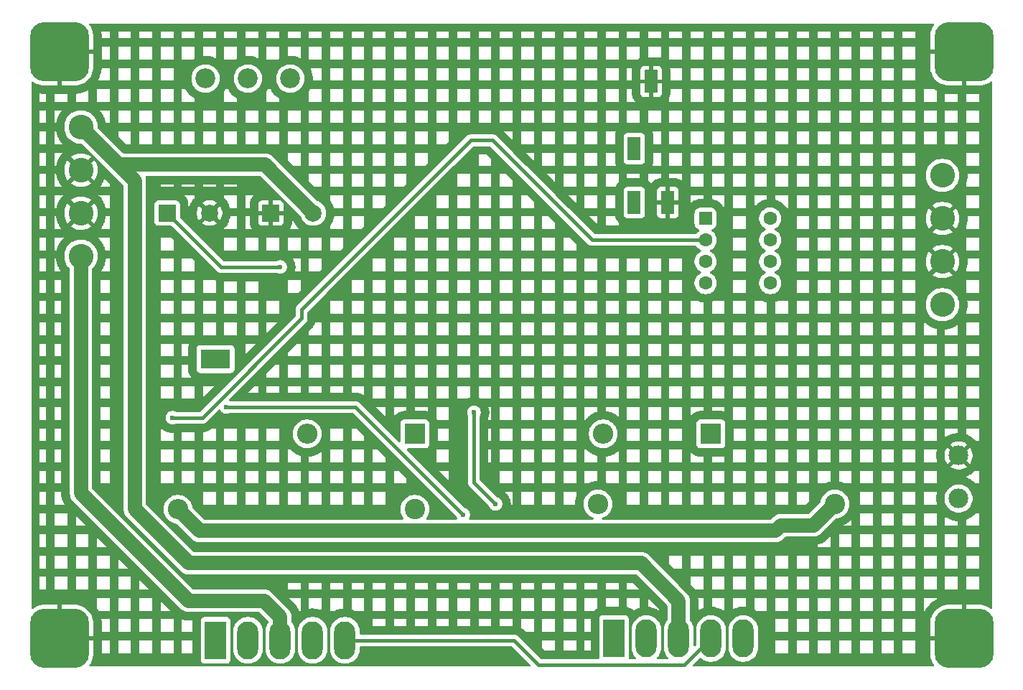
<source format=gbr>
%TF.GenerationSoftware,KiCad,Pcbnew,9.0.0*%
%TF.CreationDate,2025-04-04T13:00:48-06:00*%
%TF.ProjectId,High Power Class AB,48696768-2050-46f7-9765-7220436c6173,rev?*%
%TF.SameCoordinates,Original*%
%TF.FileFunction,Copper,L2,Bot*%
%TF.FilePolarity,Positive*%
%FSLAX46Y46*%
G04 Gerber Fmt 4.6, Leading zero omitted, Abs format (unit mm)*
G04 Created by KiCad (PCBNEW 9.0.0) date 2025-04-04 13:00:48*
%MOMM*%
%LPD*%
G01*
G04 APERTURE LIST*
G04 Aperture macros list*
%AMRoundRect*
0 Rectangle with rounded corners*
0 $1 Rounding radius*
0 $2 $3 $4 $5 $6 $7 $8 $9 X,Y pos of 4 corners*
0 Add a 4 corners polygon primitive as box body*
4,1,4,$2,$3,$4,$5,$6,$7,$8,$9,$2,$3,0*
0 Add four circle primitives for the rounded corners*
1,1,$1+$1,$2,$3*
1,1,$1+$1,$4,$5*
1,1,$1+$1,$6,$7*
1,1,$1+$1,$8,$9*
0 Add four rect primitives between the rounded corners*
20,1,$1+$1,$2,$3,$4,$5,0*
20,1,$1+$1,$4,$5,$6,$7,0*
20,1,$1+$1,$6,$7,$8,$9,0*
20,1,$1+$1,$8,$9,$2,$3,0*%
G04 Aperture macros list end*
%TA.AperFunction,ComponentPad*%
%ADD10R,2.000000X2.000000*%
%TD*%
%TA.AperFunction,ComponentPad*%
%ADD11C,2.000000*%
%TD*%
%TA.AperFunction,ComponentPad*%
%ADD12C,2.921000*%
%TD*%
%TA.AperFunction,ComponentPad*%
%ADD13RoundRect,1.746250X-1.746250X-1.746250X1.746250X-1.746250X1.746250X1.746250X-1.746250X1.746250X0*%
%TD*%
%TA.AperFunction,ComponentPad*%
%ADD14R,1.524000X2.692400*%
%TD*%
%TA.AperFunction,ComponentPad*%
%ADD15R,2.400000X2.400000*%
%TD*%
%TA.AperFunction,ComponentPad*%
%ADD16O,2.400000X2.400000*%
%TD*%
%TA.AperFunction,ComponentPad*%
%ADD17C,2.400000*%
%TD*%
%TA.AperFunction,ComponentPad*%
%ADD18C,2.311400*%
%TD*%
%TA.AperFunction,ComponentPad*%
%ADD19R,3.500000X2.300000*%
%TD*%
%TA.AperFunction,ComponentPad*%
%ADD20R,2.500000X4.500000*%
%TD*%
%TA.AperFunction,ComponentPad*%
%ADD21O,2.500000X4.500000*%
%TD*%
%TA.AperFunction,ComponentPad*%
%ADD22RoundRect,0.250000X-0.550000X-0.550000X0.550000X-0.550000X0.550000X0.550000X-0.550000X0.550000X0*%
%TD*%
%TA.AperFunction,ComponentPad*%
%ADD23C,1.600000*%
%TD*%
%TA.AperFunction,ComponentPad*%
%ADD24C,2.340000*%
%TD*%
%TA.AperFunction,ViaPad*%
%ADD25C,0.600000*%
%TD*%
%TA.AperFunction,Conductor*%
%ADD26C,1.651000*%
%TD*%
%TA.AperFunction,Conductor*%
%ADD27C,0.381000*%
%TD*%
G04 APERTURE END LIST*
D10*
%TO.P,C6,1,1*%
%TO.N,Earth_GND*%
X100502323Y-86360000D03*
D11*
%TO.P,C6,2,2*%
%TO.N,-40v*%
X105502323Y-86360000D03*
%TD*%
D12*
%TO.P,J4,1,1*%
%TO.N,+5v*%
X179705000Y-81915000D03*
%TO.P,J4,2,2*%
%TO.N,Earth_GND*%
X179705000Y-86995000D03*
%TO.P,J4,3,3*%
X179705000Y-92075000D03*
%TO.P,J4,4,4*%
%TO.N,-5v*%
X179705000Y-97155000D03*
%TD*%
D13*
%TO.P,REF\u002A\u002A,1*%
%TO.N,Earth_GND*%
X182245000Y-136525000D03*
%TD*%
D12*
%TO.P,J2,1,1*%
%TO.N,+40v*%
X78105000Y-91440000D03*
%TO.P,J2,2,2*%
%TO.N,Earth_GND*%
X78105000Y-86360000D03*
%TO.P,J2,3,3*%
X78105000Y-81280000D03*
%TO.P,J2,4,4*%
%TO.N,-40v*%
X78105000Y-76200000D03*
%TD*%
D14*
%TO.P,J1,4*%
%TO.N,N/C*%
X143357600Y-78740000D03*
%TO.P,J1,S*%
%TO.N,Earth_GND*%
X147320000Y-85090000D03*
X145338800Y-70840600D03*
%TO.P,J1,T*%
%TO.N,Net-(U2-+)*%
X143357600Y-85090000D03*
%TD*%
D15*
%TO.P,D2,1,A*%
%TO.N,Net-(D2-A)*%
X152400000Y-112395000D03*
D16*
%TO.P,D2,2,K*%
%TO.N,Net-(D2-K)*%
X139700000Y-112395000D03*
%TD*%
D17*
%TO.P,R7,1*%
%TO.N,Net-(Q2-Pad2)*%
X117475000Y-121285000D03*
D16*
%TO.P,R7,2*%
%TO.N,FB*%
X89535000Y-121285000D03*
%TD*%
D18*
%TO.P,J3,1,1*%
%TO.N,FB*%
X181610000Y-120015000D03*
%TO.P,J3,2,2*%
%TO.N,Earth_GND*%
X181610000Y-114935000D03*
%TD*%
D19*
%TO.P,U1,4,V-*%
%TO.N,-40v*%
X93980000Y-103570000D03*
%TD*%
D20*
%TO.P,Q3,1*%
%TO.N,Net-(Q1-Pad4)*%
X140970000Y-136525000D03*
D21*
%TO.P,Q3,2*%
%TO.N,Net-(Q3-Pad2)*%
X144780000Y-136525000D03*
%TO.P,Q3,3*%
%TO.N,-40v*%
X148590000Y-136525000D03*
%TO.P,Q3,4*%
%TO.N,Net-(Q2-Pad5)*%
X152400000Y-136525000D03*
%TO.P,Q3,5*%
%TO.N,Net-(D2-A)*%
X156210000Y-136525000D03*
%TD*%
D13*
%TO.P,REF\u002A\u002A,1*%
%TO.N,Earth_GND*%
X182245000Y-67310000D03*
%TD*%
D22*
%TO.P,U2,1,NULL*%
%TO.N,unconnected-(U2-NULL-Pad1)*%
X151765000Y-86995000D03*
D23*
%TO.P,U2,2,-*%
%TO.N,Net-(U1-+)*%
X151765000Y-89535000D03*
%TO.P,U2,3,+*%
%TO.N,Net-(U2-+)*%
X151765000Y-92075000D03*
%TO.P,U2,4,V-*%
%TO.N,-5v*%
X151765000Y-94615000D03*
%TO.P,U2,5,NULL*%
%TO.N,unconnected-(U2-NULL-Pad5)*%
X159385000Y-94615000D03*
%TO.P,U2,6*%
%TO.N,Net-(U1-+)*%
X159385000Y-92075000D03*
%TO.P,U2,7,V+*%
%TO.N,+5v*%
X159385000Y-89535000D03*
%TO.P,U2,8,NC*%
%TO.N,unconnected-(U2-NC-Pad8)*%
X159385000Y-86995000D03*
%TD*%
D13*
%TO.P,REF\u002A\u002A,1*%
%TO.N,Earth_GND*%
X75565000Y-136525000D03*
%TD*%
D20*
%TO.P,Q2,1*%
%TO.N,Net-(Q1-Pad1)*%
X93980000Y-136735000D03*
D21*
%TO.P,Q2,2*%
%TO.N,Net-(Q2-Pad2)*%
X97790000Y-136735000D03*
%TO.P,Q2,3*%
%TO.N,+40v*%
X101600000Y-136735000D03*
%TO.P,Q2,4*%
%TO.N,Net-(D1-K)*%
X105410000Y-136735000D03*
%TO.P,Q2,5*%
%TO.N,Net-(Q2-Pad5)*%
X109220000Y-136735000D03*
%TD*%
D24*
%TO.P,RV1,1,1*%
%TO.N,unconnected-(RV1-Pad1)*%
X102790000Y-70485000D03*
%TO.P,RV1,2,2*%
%TO.N,Net-(R4-Pad1)*%
X97790000Y-70485000D03*
%TO.P,RV1,3,3*%
%TO.N,Net-(U1--)*%
X92790000Y-70485000D03*
%TD*%
D10*
%TO.P,C2,1,1*%
%TO.N,+40v*%
X88265000Y-86360000D03*
D11*
%TO.P,C2,2,2*%
%TO.N,Earth_GND*%
X93265000Y-86360000D03*
%TD*%
D13*
%TO.P,REF\u002A\u002A,1*%
%TO.N,Earth_GND*%
X75565000Y-67310000D03*
%TD*%
D17*
%TO.P,R8,1*%
%TO.N,FB*%
X167005000Y-120650000D03*
D16*
%TO.P,R8,2*%
%TO.N,Net-(Q3-Pad2)*%
X139065000Y-120650000D03*
%TD*%
D15*
%TO.P,D1,1,A*%
%TO.N,Net-(D1-A)*%
X117475000Y-112395000D03*
D16*
%TO.P,D1,2,K*%
%TO.N,Net-(D1-K)*%
X104775000Y-112395000D03*
%TD*%
D25*
%TO.N,Earth_GND*%
X100330000Y-95250000D03*
%TO.N,+40v*%
X101600000Y-92710000D03*
X127000000Y-120650000D03*
X124460000Y-109855000D03*
%TO.N,Net-(Q2-Pad5)*%
X123190000Y-121920000D03*
X95250000Y-109220000D03*
%TO.N,Net-(U1-+)*%
X88900000Y-110490000D03*
%TO.N,-40v*%
X135890000Y-127635000D03*
%TD*%
D26*
%TO.N,+40v*%
X99695000Y-132080000D02*
X101600000Y-133985000D01*
X78105000Y-119380000D02*
X90805000Y-132080000D01*
X101600000Y-133985000D02*
X101600000Y-136735000D01*
X90805000Y-132080000D02*
X99695000Y-132080000D01*
X78105000Y-91440000D02*
X78105000Y-119380000D01*
D27*
X127000000Y-120650000D02*
X124460000Y-118110000D01*
X94615000Y-92710000D02*
X88265000Y-86360000D01*
X124460000Y-118110000D02*
X124460000Y-109855000D01*
X101600000Y-92710000D02*
X94615000Y-92710000D01*
D26*
%TO.N,FB*%
X160020000Y-123825000D02*
X160655000Y-123190000D01*
X89535000Y-121285000D02*
X92075000Y-123825000D01*
X164465000Y-123190000D02*
X167005000Y-120650000D01*
X160655000Y-123190000D02*
X164465000Y-123190000D01*
X92075000Y-123825000D02*
X160020000Y-123825000D01*
D27*
%TO.N,Net-(Q2-Pad5)*%
X132080000Y-139643500D02*
X149281500Y-139643500D01*
X109220000Y-136735000D02*
X129171500Y-136735000D01*
X149281500Y-139643500D02*
X152400000Y-136525000D01*
X110490000Y-109220000D02*
X123190000Y-121920000D01*
X95250000Y-109220000D02*
X110490000Y-109220000D01*
X129171500Y-136735000D02*
X132080000Y-139643500D01*
%TO.N,Net-(U1-+)*%
X126672000Y-77777000D02*
X124061112Y-77777000D01*
X138430000Y-89535000D02*
X132715000Y-83820000D01*
X104140000Y-97698112D02*
X104140000Y-98767929D01*
X151765000Y-89535000D02*
X138430000Y-89535000D01*
X88900000Y-110490000D02*
X89535000Y-110490000D01*
X104140000Y-98767929D02*
X92417929Y-110490000D01*
X132715000Y-83820000D02*
X126672000Y-77777000D01*
X92417929Y-110490000D02*
X88900000Y-110490000D01*
X124061112Y-77777000D02*
X104140000Y-97698112D01*
D26*
%TO.N,-40v*%
X82550000Y-80645000D02*
X84455000Y-82550000D01*
X90805000Y-127635000D02*
X144145000Y-127635000D01*
X144145000Y-127635000D02*
X148590000Y-132080000D01*
X148590000Y-132080000D02*
X148590000Y-136525000D01*
X78105000Y-76200000D02*
X82550000Y-80645000D01*
X99787323Y-80645000D02*
X105502323Y-86360000D01*
X82550000Y-80645000D02*
X99787323Y-80645000D01*
X84455000Y-82550000D02*
X84455000Y-121285000D01*
X84455000Y-121285000D02*
X90805000Y-127635000D01*
%TD*%
%TA.AperFunction,Conductor*%
%TO.N,Earth_GND*%
G36*
X178676212Y-64020185D02*
G01*
X178721967Y-64072989D01*
X178731911Y-64142147D01*
X178710117Y-64194085D01*
X178711171Y-64194783D01*
X178542847Y-64448987D01*
X178411713Y-64719639D01*
X178317830Y-65005325D01*
X178317827Y-65005335D01*
X178262857Y-65301013D01*
X178252500Y-65477899D01*
X178252500Y-67060000D01*
X180228379Y-67060000D01*
X180213000Y-67176816D01*
X180213000Y-67443184D01*
X180228379Y-67560000D01*
X178252500Y-67560000D01*
X178252500Y-69142100D01*
X178262857Y-69318986D01*
X178317827Y-69614664D01*
X178317830Y-69614674D01*
X178411713Y-69900360D01*
X178542847Y-70171012D01*
X178708883Y-70421762D01*
X178906856Y-70648143D01*
X179133237Y-70846116D01*
X179383987Y-71012152D01*
X179654639Y-71143286D01*
X179940325Y-71237169D01*
X179940335Y-71237172D01*
X180236013Y-71292142D01*
X180412900Y-71302500D01*
X181995000Y-71302500D01*
X181995000Y-69326620D01*
X182111816Y-69342000D01*
X182378184Y-69342000D01*
X182495000Y-69326620D01*
X182495000Y-71302500D01*
X184077100Y-71302500D01*
X184253986Y-71292142D01*
X184549664Y-71237172D01*
X184549674Y-71237169D01*
X184835360Y-71143286D01*
X185106012Y-71012152D01*
X185360217Y-70843829D01*
X185361022Y-70845045D01*
X185420518Y-70822229D01*
X185488924Y-70836453D01*
X185538782Y-70885403D01*
X185554500Y-70945827D01*
X185554500Y-132889172D01*
X185534815Y-132956211D01*
X185482011Y-133001966D01*
X185412853Y-133011910D01*
X185360909Y-132990124D01*
X185360217Y-132991171D01*
X185106012Y-132822847D01*
X184835360Y-132691713D01*
X184549674Y-132597830D01*
X184549664Y-132597827D01*
X184253986Y-132542857D01*
X184077100Y-132532500D01*
X182495000Y-132532500D01*
X182495000Y-134508379D01*
X182378184Y-134493000D01*
X182111816Y-134493000D01*
X181995000Y-134508379D01*
X181995000Y-132532500D01*
X180412900Y-132532500D01*
X180236013Y-132542857D01*
X179940335Y-132597827D01*
X179940325Y-132597830D01*
X179654639Y-132691713D01*
X179383987Y-132822847D01*
X179133237Y-132988883D01*
X178906856Y-133186856D01*
X178708883Y-133413237D01*
X178542847Y-133663987D01*
X178411713Y-133934639D01*
X178317830Y-134220325D01*
X178317827Y-134220335D01*
X178262857Y-134516013D01*
X178252500Y-134692899D01*
X178252500Y-136275000D01*
X180228379Y-136275000D01*
X180213000Y-136391816D01*
X180213000Y-136658184D01*
X180228379Y-136775000D01*
X178252500Y-136775000D01*
X178252500Y-138357100D01*
X178262857Y-138533986D01*
X178317827Y-138829664D01*
X178317830Y-138829674D01*
X178411713Y-139115360D01*
X178542847Y-139386012D01*
X178711171Y-139640217D01*
X178709954Y-139641022D01*
X178732771Y-139700518D01*
X178718547Y-139768924D01*
X178669597Y-139818782D01*
X178609173Y-139834500D01*
X150367084Y-139834500D01*
X150300045Y-139814815D01*
X150254290Y-139762011D01*
X150244346Y-139692853D01*
X150273371Y-139629297D01*
X150279403Y-139622819D01*
X150656676Y-139245546D01*
X151063141Y-138839080D01*
X151124462Y-138805597D01*
X151194153Y-138810581D01*
X151238501Y-138839082D01*
X151243330Y-138843911D01*
X151243338Y-138843918D01*
X151425382Y-138983607D01*
X151425385Y-138983608D01*
X151425388Y-138983611D01*
X151624112Y-139098344D01*
X151624117Y-139098346D01*
X151624123Y-139098349D01*
X151665192Y-139115360D01*
X151836113Y-139186158D01*
X152057762Y-139245548D01*
X152285266Y-139275500D01*
X152285273Y-139275500D01*
X152514727Y-139275500D01*
X152514734Y-139275500D01*
X152742238Y-139245548D01*
X152963887Y-139186158D01*
X153175888Y-139098344D01*
X153374612Y-138983611D01*
X153556661Y-138843919D01*
X153556665Y-138843914D01*
X153556670Y-138843911D01*
X153718911Y-138681670D01*
X153718914Y-138681665D01*
X153718919Y-138681661D01*
X153858611Y-138499612D01*
X153973344Y-138300888D01*
X154061158Y-138088887D01*
X154120548Y-137867238D01*
X154150500Y-137639734D01*
X154150500Y-135410266D01*
X154150499Y-135410258D01*
X154459500Y-135410258D01*
X154459500Y-137639741D01*
X154484446Y-137829215D01*
X154489452Y-137867238D01*
X154512834Y-137954500D01*
X154548842Y-138088887D01*
X154636650Y-138300876D01*
X154636657Y-138300890D01*
X154751392Y-138499617D01*
X154891081Y-138681661D01*
X154891089Y-138681670D01*
X155053330Y-138843911D01*
X155053338Y-138843918D01*
X155235382Y-138983607D01*
X155235385Y-138983608D01*
X155235388Y-138983611D01*
X155434112Y-139098344D01*
X155434117Y-139098346D01*
X155434123Y-139098349D01*
X155475192Y-139115360D01*
X155646113Y-139186158D01*
X155867762Y-139245548D01*
X156095266Y-139275500D01*
X156095273Y-139275500D01*
X156324727Y-139275500D01*
X156324734Y-139275500D01*
X156552238Y-139245548D01*
X156773887Y-139186158D01*
X156985888Y-139098344D01*
X157184612Y-138983611D01*
X157366661Y-138843919D01*
X157366665Y-138843914D01*
X157366670Y-138843911D01*
X157528911Y-138681670D01*
X157528914Y-138681665D01*
X157528919Y-138681661D01*
X157668611Y-138499612D01*
X157783344Y-138300888D01*
X157804215Y-138250500D01*
X160003500Y-138250500D01*
X161505500Y-138250500D01*
X162503500Y-138250500D01*
X164005500Y-138250500D01*
X165003500Y-138250500D01*
X166505500Y-138250500D01*
X167503500Y-138250500D01*
X169005500Y-138250500D01*
X170003500Y-138250500D01*
X171505500Y-138250500D01*
X172503500Y-138250500D01*
X174005500Y-138250500D01*
X175003500Y-138250500D01*
X176505500Y-138250500D01*
X176505500Y-136748500D01*
X175003500Y-136748500D01*
X175003500Y-138250500D01*
X174005500Y-138250500D01*
X174005500Y-136748500D01*
X172503500Y-136748500D01*
X172503500Y-138250500D01*
X171505500Y-138250500D01*
X171505500Y-136748500D01*
X170003500Y-136748500D01*
X170003500Y-138250500D01*
X169005500Y-138250500D01*
X169005500Y-136748500D01*
X167503500Y-136748500D01*
X167503500Y-138250500D01*
X166505500Y-138250500D01*
X166505500Y-136748500D01*
X165003500Y-136748500D01*
X165003500Y-138250500D01*
X164005500Y-138250500D01*
X164005500Y-136748500D01*
X162503500Y-136748500D01*
X162503500Y-138250500D01*
X161505500Y-138250500D01*
X161505500Y-136748500D01*
X160003500Y-136748500D01*
X160003500Y-138250500D01*
X157804215Y-138250500D01*
X157871158Y-138088887D01*
X157930548Y-137867238D01*
X157960500Y-137639734D01*
X157960500Y-135750500D01*
X160003500Y-135750500D01*
X161505500Y-135750500D01*
X162503500Y-135750500D01*
X164005500Y-135750500D01*
X165003500Y-135750500D01*
X166505500Y-135750500D01*
X167503500Y-135750500D01*
X169005500Y-135750500D01*
X170003500Y-135750500D01*
X171505500Y-135750500D01*
X172503500Y-135750500D01*
X174005500Y-135750500D01*
X175003500Y-135750500D01*
X176505500Y-135750500D01*
X176505500Y-134248500D01*
X175003500Y-134248500D01*
X175003500Y-135750500D01*
X174005500Y-135750500D01*
X174005500Y-134248500D01*
X172503500Y-134248500D01*
X172503500Y-135750500D01*
X171505500Y-135750500D01*
X171505500Y-134248500D01*
X170003500Y-134248500D01*
X170003500Y-135750500D01*
X169005500Y-135750500D01*
X169005500Y-134248500D01*
X167503500Y-134248500D01*
X167503500Y-135750500D01*
X166505500Y-135750500D01*
X166505500Y-134248500D01*
X165003500Y-134248500D01*
X165003500Y-135750500D01*
X164005500Y-135750500D01*
X164005500Y-134248500D01*
X162503500Y-134248500D01*
X162503500Y-135750500D01*
X161505500Y-135750500D01*
X161505500Y-134248500D01*
X160003500Y-134248500D01*
X160003500Y-135750500D01*
X157960500Y-135750500D01*
X157960500Y-135410266D01*
X157930548Y-135182762D01*
X157871158Y-134961113D01*
X157788015Y-134760388D01*
X157783349Y-134749123D01*
X157783346Y-134749117D01*
X157783344Y-134749112D01*
X157668611Y-134550388D01*
X157668608Y-134550385D01*
X157668607Y-134550382D01*
X157555100Y-134402459D01*
X157528919Y-134368339D01*
X157528918Y-134368338D01*
X157528911Y-134368330D01*
X157366670Y-134206089D01*
X157366661Y-134206081D01*
X157184617Y-134066392D01*
X157126210Y-134032671D01*
X157094652Y-134014451D01*
X156985890Y-133951657D01*
X156985876Y-133951650D01*
X156773887Y-133863842D01*
X156552238Y-133804452D01*
X156514215Y-133799446D01*
X156324741Y-133774500D01*
X156324734Y-133774500D01*
X156095266Y-133774500D01*
X156095258Y-133774500D01*
X155878715Y-133803009D01*
X155867762Y-133804452D01*
X155774076Y-133829554D01*
X155646112Y-133863842D01*
X155434123Y-133951650D01*
X155434109Y-133951657D01*
X155235382Y-134066392D01*
X155053338Y-134206081D01*
X154891081Y-134368338D01*
X154751392Y-134550382D01*
X154636657Y-134749109D01*
X154636650Y-134749123D01*
X154548842Y-134961112D01*
X154526097Y-135046000D01*
X154489567Y-135182335D01*
X154489453Y-135182759D01*
X154489451Y-135182770D01*
X154459500Y-135410258D01*
X154150499Y-135410258D01*
X154120548Y-135182762D01*
X154061158Y-134961113D01*
X153978015Y-134760388D01*
X153973349Y-134749123D01*
X153973346Y-134749117D01*
X153973344Y-134749112D01*
X153858611Y-134550388D01*
X153858608Y-134550385D01*
X153858607Y-134550382D01*
X153745100Y-134402459D01*
X153718919Y-134368339D01*
X153718918Y-134368338D01*
X153718911Y-134368330D01*
X153556670Y-134206089D01*
X153556661Y-134206081D01*
X153374617Y-134066392D01*
X153316210Y-134032671D01*
X153284652Y-134014451D01*
X153175890Y-133951657D01*
X153175876Y-133951650D01*
X152963887Y-133863842D01*
X152742238Y-133804452D01*
X152704215Y-133799446D01*
X152514741Y-133774500D01*
X152514734Y-133774500D01*
X152285266Y-133774500D01*
X152285258Y-133774500D01*
X152068715Y-133803009D01*
X152057762Y-133804452D01*
X151964076Y-133829554D01*
X151836112Y-133863842D01*
X151624123Y-133951650D01*
X151624109Y-133951657D01*
X151425382Y-134066392D01*
X151243338Y-134206081D01*
X151081081Y-134368338D01*
X150941392Y-134550382D01*
X150826657Y-134749109D01*
X150826650Y-134749123D01*
X150738842Y-134961112D01*
X150716097Y-135046000D01*
X150679567Y-135182335D01*
X150679453Y-135182759D01*
X150679451Y-135182770D01*
X150649500Y-135410258D01*
X150649500Y-137246916D01*
X150629815Y-137313955D01*
X150613181Y-137334597D01*
X150552181Y-137395597D01*
X150490858Y-137429082D01*
X150421166Y-137424098D01*
X150365233Y-137382226D01*
X150340816Y-137316762D01*
X150340500Y-137307916D01*
X150340500Y-135410272D01*
X150340499Y-135410258D01*
X150338197Y-135392770D01*
X150310548Y-135182762D01*
X150251158Y-134961113D01*
X150168015Y-134760388D01*
X150163349Y-134749123D01*
X150163342Y-134749108D01*
X150048611Y-134550388D01*
X149941624Y-134410959D01*
X149916430Y-134345790D01*
X149916000Y-134335473D01*
X149916000Y-131975642D01*
X149883349Y-131769493D01*
X149876528Y-131748500D01*
X150890464Y-131748500D01*
X150904777Y-131838869D01*
X150905445Y-131843693D01*
X150908905Y-131872927D01*
X150909381Y-131877764D01*
X150912459Y-131916843D01*
X150912746Y-131921708D01*
X150913904Y-131951160D01*
X150914000Y-131956032D01*
X150914000Y-133209248D01*
X151139249Y-133079201D01*
X151142792Y-133077232D01*
X151164425Y-133065668D01*
X151168034Y-133063814D01*
X151197329Y-133049366D01*
X151200999Y-133047630D01*
X151223373Y-133037492D01*
X151227098Y-133035877D01*
X151469280Y-132935562D01*
X151473052Y-132934071D01*
X151496012Y-132925429D01*
X151499833Y-132924062D01*
X151505500Y-132922138D01*
X151505500Y-132776500D01*
X152503500Y-132776500D01*
X152531065Y-132776500D01*
X152535122Y-132776566D01*
X152559653Y-132777369D01*
X152563704Y-132777568D01*
X152596300Y-132779704D01*
X152600350Y-132780036D01*
X152624781Y-132782443D01*
X152628808Y-132782907D01*
X152888703Y-132817123D01*
X152892721Y-132817719D01*
X152916950Y-132821720D01*
X152920942Y-132822446D01*
X152952976Y-132828819D01*
X152956939Y-132829675D01*
X152980831Y-132835246D01*
X152984766Y-132836232D01*
X153237967Y-132904076D01*
X153241873Y-132905191D01*
X153265375Y-132912321D01*
X153269236Y-132913562D01*
X153300167Y-132924062D01*
X153303988Y-132925429D01*
X153326948Y-132934071D01*
X153330720Y-132935562D01*
X153572902Y-133035877D01*
X153576627Y-133037492D01*
X153599001Y-133047630D01*
X153602671Y-133049366D01*
X153631966Y-133063814D01*
X153635575Y-133065668D01*
X153657208Y-133077232D01*
X153660751Y-133079201D01*
X153887742Y-133210254D01*
X153891218Y-133212337D01*
X153912034Y-133225280D01*
X153915441Y-133227476D01*
X153942603Y-133245622D01*
X153945943Y-133247934D01*
X153949524Y-133250500D01*
X154005500Y-133250500D01*
X154005500Y-133098108D01*
X157503500Y-133098108D01*
X157697742Y-133210254D01*
X157701218Y-133212337D01*
X157722034Y-133225280D01*
X157725441Y-133227476D01*
X157752603Y-133245622D01*
X157755943Y-133247934D01*
X157759524Y-133250500D01*
X159005500Y-133250500D01*
X160003500Y-133250500D01*
X161505500Y-133250500D01*
X162503500Y-133250500D01*
X164005500Y-133250500D01*
X165003500Y-133250500D01*
X166505500Y-133250500D01*
X167503500Y-133250500D01*
X169005500Y-133250500D01*
X170003500Y-133250500D01*
X171505500Y-133250500D01*
X172503500Y-133250500D01*
X174005500Y-133250500D01*
X175003500Y-133250500D01*
X176505500Y-133250500D01*
X177503500Y-133250500D01*
X177634215Y-133250500D01*
X177651988Y-133213818D01*
X177653859Y-133210116D01*
X177665540Y-133187930D01*
X177667531Y-133184296D01*
X177684051Y-133155312D01*
X177686161Y-133151750D01*
X177699293Y-133130400D01*
X177701524Y-133126905D01*
X177885975Y-132848344D01*
X177888321Y-132844927D01*
X177902849Y-132824504D01*
X177905305Y-132821171D01*
X177925538Y-132794649D01*
X177928106Y-132791397D01*
X177943971Y-132771982D01*
X177946648Y-132768815D01*
X178166585Y-132517320D01*
X178169364Y-132514247D01*
X178186488Y-132495938D01*
X178189370Y-132492959D01*
X178212959Y-132469370D01*
X178215938Y-132466488D01*
X178234247Y-132449364D01*
X178237320Y-132446585D01*
X178488815Y-132226648D01*
X178491982Y-132223971D01*
X178511397Y-132208106D01*
X178514649Y-132205538D01*
X178541171Y-132185305D01*
X178544504Y-132182849D01*
X178564927Y-132168321D01*
X178568344Y-132165975D01*
X178846905Y-131981524D01*
X178850400Y-131979293D01*
X178871750Y-131966161D01*
X178875312Y-131964051D01*
X178904296Y-131947531D01*
X178907930Y-131945540D01*
X178930116Y-131933859D01*
X178933817Y-131931989D01*
X179005500Y-131897257D01*
X179005500Y-131748500D01*
X177503500Y-131748500D01*
X177503500Y-133250500D01*
X176505500Y-133250500D01*
X176505500Y-131748500D01*
X175003500Y-131748500D01*
X175003500Y-133250500D01*
X174005500Y-133250500D01*
X174005500Y-131748500D01*
X172503500Y-131748500D01*
X172503500Y-133250500D01*
X171505500Y-133250500D01*
X171505500Y-131748500D01*
X170003500Y-131748500D01*
X170003500Y-133250500D01*
X169005500Y-133250500D01*
X169005500Y-131748500D01*
X167503500Y-131748500D01*
X167503500Y-133250500D01*
X166505500Y-133250500D01*
X166505500Y-131748500D01*
X165003500Y-131748500D01*
X165003500Y-133250500D01*
X164005500Y-133250500D01*
X164005500Y-131748500D01*
X162503500Y-131748500D01*
X162503500Y-133250500D01*
X161505500Y-133250500D01*
X161505500Y-131748500D01*
X160003500Y-131748500D01*
X160003500Y-133250500D01*
X159005500Y-133250500D01*
X159005500Y-131748500D01*
X157503500Y-131748500D01*
X157503500Y-133098108D01*
X154005500Y-133098108D01*
X154005500Y-133051254D01*
X155003500Y-133051254D01*
X155007329Y-133049366D01*
X155010999Y-133047630D01*
X155033373Y-133037492D01*
X155037098Y-133035877D01*
X155279280Y-132935562D01*
X155283052Y-132934071D01*
X155306012Y-132925429D01*
X155309833Y-132924062D01*
X155340764Y-132913562D01*
X155344625Y-132912321D01*
X155368127Y-132905191D01*
X155372033Y-132904076D01*
X155625234Y-132836232D01*
X155629169Y-132835246D01*
X155653061Y-132829675D01*
X155657024Y-132828819D01*
X155689058Y-132822446D01*
X155693050Y-132821720D01*
X155717279Y-132817719D01*
X155721297Y-132817123D01*
X155981192Y-132782907D01*
X155985219Y-132782443D01*
X156009650Y-132780036D01*
X156013700Y-132779704D01*
X156046296Y-132777568D01*
X156050347Y-132777369D01*
X156074878Y-132776566D01*
X156078935Y-132776500D01*
X156341065Y-132776500D01*
X156345122Y-132776566D01*
X156369653Y-132777369D01*
X156373704Y-132777568D01*
X156406300Y-132779704D01*
X156410350Y-132780036D01*
X156434781Y-132782443D01*
X156438808Y-132782907D01*
X156505500Y-132791687D01*
X156505500Y-131748500D01*
X155003500Y-131748500D01*
X155003500Y-133051254D01*
X154005500Y-133051254D01*
X154005500Y-131748500D01*
X152503500Y-131748500D01*
X152503500Y-132776500D01*
X151505500Y-132776500D01*
X151505500Y-131748500D01*
X150890464Y-131748500D01*
X149876528Y-131748500D01*
X149818850Y-131570988D01*
X149724094Y-131385020D01*
X149601421Y-131216174D01*
X149601417Y-131216169D01*
X148592116Y-130206868D01*
X150003500Y-130206868D01*
X150320956Y-130524324D01*
X150324326Y-130527828D01*
X150344300Y-130549433D01*
X150347534Y-130553072D01*
X150372995Y-130582879D01*
X150376084Y-130586642D01*
X150394343Y-130609800D01*
X150397288Y-130613691D01*
X150496684Y-130750500D01*
X151505500Y-130750500D01*
X152503500Y-130750500D01*
X154005500Y-130750500D01*
X155003500Y-130750500D01*
X156505500Y-130750500D01*
X157503500Y-130750500D01*
X159005500Y-130750500D01*
X160003500Y-130750500D01*
X161505500Y-130750500D01*
X162503500Y-130750500D01*
X164005500Y-130750500D01*
X165003500Y-130750500D01*
X166505500Y-130750500D01*
X167503500Y-130750500D01*
X169005500Y-130750500D01*
X170003500Y-130750500D01*
X171505500Y-130750500D01*
X172503500Y-130750500D01*
X174005500Y-130750500D01*
X175003500Y-130750500D01*
X176505500Y-130750500D01*
X177503500Y-130750500D01*
X179005500Y-130750500D01*
X180003500Y-130750500D01*
X181505500Y-130750500D01*
X182503500Y-130750500D01*
X184005500Y-130750500D01*
X184005500Y-129248500D01*
X182503500Y-129248500D01*
X182503500Y-130750500D01*
X181505500Y-130750500D01*
X181505500Y-129248500D01*
X180003500Y-129248500D01*
X180003500Y-130750500D01*
X179005500Y-130750500D01*
X179005500Y-129248500D01*
X177503500Y-129248500D01*
X177503500Y-130750500D01*
X176505500Y-130750500D01*
X176505500Y-129248500D01*
X175003500Y-129248500D01*
X175003500Y-130750500D01*
X174005500Y-130750500D01*
X174005500Y-129248500D01*
X172503500Y-129248500D01*
X172503500Y-130750500D01*
X171505500Y-130750500D01*
X171505500Y-129248500D01*
X170003500Y-129248500D01*
X170003500Y-130750500D01*
X169005500Y-130750500D01*
X169005500Y-129248500D01*
X167503500Y-129248500D01*
X167503500Y-130750500D01*
X166505500Y-130750500D01*
X166505500Y-129248500D01*
X165003500Y-129248500D01*
X165003500Y-130750500D01*
X164005500Y-130750500D01*
X164005500Y-129248500D01*
X162503500Y-129248500D01*
X162503500Y-130750500D01*
X161505500Y-130750500D01*
X161505500Y-129248500D01*
X160003500Y-129248500D01*
X160003500Y-130750500D01*
X159005500Y-130750500D01*
X159005500Y-129248500D01*
X157503500Y-129248500D01*
X157503500Y-130750500D01*
X156505500Y-130750500D01*
X156505500Y-129248500D01*
X155003500Y-129248500D01*
X155003500Y-130750500D01*
X154005500Y-130750500D01*
X154005500Y-129248500D01*
X152503500Y-129248500D01*
X152503500Y-130750500D01*
X151505500Y-130750500D01*
X151505500Y-129248500D01*
X150003500Y-129248500D01*
X150003500Y-130206868D01*
X148592116Y-130206868D01*
X146092115Y-127706868D01*
X147503500Y-127706868D01*
X148047132Y-128250500D01*
X149005500Y-128250500D01*
X150003500Y-128250500D01*
X151505500Y-128250500D01*
X152503500Y-128250500D01*
X154005500Y-128250500D01*
X155003500Y-128250500D01*
X156505500Y-128250500D01*
X157503500Y-128250500D01*
X159005500Y-128250500D01*
X160003500Y-128250500D01*
X161505500Y-128250500D01*
X162503500Y-128250500D01*
X164005500Y-128250500D01*
X165003500Y-128250500D01*
X166505500Y-128250500D01*
X167503500Y-128250500D01*
X169005500Y-128250500D01*
X170003500Y-128250500D01*
X171505500Y-128250500D01*
X172503500Y-128250500D01*
X174005500Y-128250500D01*
X175003500Y-128250500D01*
X176505500Y-128250500D01*
X177503500Y-128250500D01*
X179005500Y-128250500D01*
X180003500Y-128250500D01*
X181505500Y-128250500D01*
X182503500Y-128250500D01*
X184005500Y-128250500D01*
X184005500Y-126748500D01*
X182503500Y-126748500D01*
X182503500Y-128250500D01*
X181505500Y-128250500D01*
X181505500Y-126748500D01*
X180003500Y-126748500D01*
X180003500Y-128250500D01*
X179005500Y-128250500D01*
X179005500Y-126748500D01*
X177503500Y-126748500D01*
X177503500Y-128250500D01*
X176505500Y-128250500D01*
X176505500Y-126748500D01*
X175003500Y-126748500D01*
X175003500Y-128250500D01*
X174005500Y-128250500D01*
X174005500Y-126748500D01*
X172503500Y-126748500D01*
X172503500Y-128250500D01*
X171505500Y-128250500D01*
X171505500Y-126748500D01*
X170003500Y-126748500D01*
X170003500Y-128250500D01*
X169005500Y-128250500D01*
X169005500Y-126748500D01*
X167503500Y-126748500D01*
X167503500Y-128250500D01*
X166505500Y-128250500D01*
X166505500Y-126748500D01*
X165003500Y-126748500D01*
X165003500Y-128250500D01*
X164005500Y-128250500D01*
X164005500Y-126748500D01*
X162503500Y-126748500D01*
X162503500Y-128250500D01*
X161505500Y-128250500D01*
X161505500Y-126748500D01*
X160003500Y-126748500D01*
X160003500Y-128250500D01*
X159005500Y-128250500D01*
X159005500Y-126748500D01*
X157503500Y-126748500D01*
X157503500Y-128250500D01*
X156505500Y-128250500D01*
X156505500Y-126748500D01*
X155003500Y-126748500D01*
X155003500Y-128250500D01*
X154005500Y-128250500D01*
X154005500Y-126748500D01*
X152503500Y-126748500D01*
X152503500Y-128250500D01*
X151505500Y-128250500D01*
X151505500Y-126748500D01*
X150003500Y-126748500D01*
X150003500Y-128250500D01*
X149005500Y-128250500D01*
X149005500Y-126748500D01*
X147503500Y-126748500D01*
X147503500Y-127706868D01*
X146092115Y-127706868D01*
X145008833Y-126623586D01*
X145008831Y-126623584D01*
X144839975Y-126500903D01*
X144654011Y-126406149D01*
X144455506Y-126341650D01*
X144277543Y-126313464D01*
X144249358Y-126309000D01*
X144249357Y-126309000D01*
X91405609Y-126309000D01*
X91338570Y-126289315D01*
X91317928Y-126272681D01*
X90500217Y-125454970D01*
X165003500Y-125454970D01*
X165003500Y-125750500D01*
X166505500Y-125750500D01*
X167503500Y-125750500D01*
X169005500Y-125750500D01*
X170003500Y-125750500D01*
X171505500Y-125750500D01*
X172503500Y-125750500D01*
X174005500Y-125750500D01*
X175003500Y-125750500D01*
X176505500Y-125750500D01*
X177503500Y-125750500D01*
X179005500Y-125750500D01*
X180003500Y-125750500D01*
X181505500Y-125750500D01*
X182503500Y-125750500D01*
X184005500Y-125750500D01*
X184005500Y-124248500D01*
X182503500Y-124248500D01*
X182503500Y-125750500D01*
X181505500Y-125750500D01*
X181505500Y-124248500D01*
X180003500Y-124248500D01*
X180003500Y-125750500D01*
X179005500Y-125750500D01*
X179005500Y-124248500D01*
X177503500Y-124248500D01*
X177503500Y-125750500D01*
X176505500Y-125750500D01*
X176505500Y-124248500D01*
X175003500Y-124248500D01*
X175003500Y-125750500D01*
X174005500Y-125750500D01*
X174005500Y-124248500D01*
X172503500Y-124248500D01*
X172503500Y-125750500D01*
X171505500Y-125750500D01*
X171505500Y-124248500D01*
X170003500Y-124248500D01*
X170003500Y-125750500D01*
X169005500Y-125750500D01*
X169005500Y-124248500D01*
X167503500Y-124248500D01*
X167503500Y-125750500D01*
X166505500Y-125750500D01*
X166505500Y-124436130D01*
X166020665Y-124920966D01*
X166017156Y-124924340D01*
X165995528Y-124944333D01*
X165991888Y-124947568D01*
X165962081Y-124973026D01*
X165958318Y-124976114D01*
X165935184Y-124994352D01*
X165931300Y-124997292D01*
X165730727Y-125143017D01*
X165726732Y-125145802D01*
X165702235Y-125162170D01*
X165698134Y-125164795D01*
X165664710Y-125185277D01*
X165660510Y-125187739D01*
X165634813Y-125202130D01*
X165630519Y-125204425D01*
X165409614Y-125316982D01*
X165405228Y-125319109D01*
X165378453Y-125331451D01*
X165373988Y-125333404D01*
X165337772Y-125348402D01*
X165333241Y-125350175D01*
X165305632Y-125360359D01*
X165301038Y-125361952D01*
X165065255Y-125438564D01*
X165060592Y-125439978D01*
X165032213Y-125447981D01*
X165027494Y-125449212D01*
X165003500Y-125454970D01*
X90500217Y-125454970D01*
X86218796Y-121173549D01*
X87834500Y-121173549D01*
X87834500Y-121396450D01*
X87834501Y-121396466D01*
X87863594Y-121617452D01*
X87863595Y-121617457D01*
X87863596Y-121617463D01*
X87921290Y-121832780D01*
X87921293Y-121832790D01*
X87990075Y-121998844D01*
X88006595Y-122038726D01*
X88118052Y-122231774D01*
X88118057Y-122231780D01*
X88118058Y-122231782D01*
X88253751Y-122408622D01*
X88253757Y-122408629D01*
X88411370Y-122566242D01*
X88411377Y-122566248D01*
X88448893Y-122595035D01*
X88588226Y-122701948D01*
X88781274Y-122813405D01*
X88987219Y-122898710D01*
X89202537Y-122956404D01*
X89308925Y-122970410D01*
X89372820Y-122998675D01*
X89380419Y-123005666D01*
X91211168Y-124836416D01*
X91282224Y-124888040D01*
X91380025Y-124959097D01*
X91413423Y-124976114D01*
X91503220Y-125021868D01*
X91565994Y-125053853D01*
X91764490Y-125118348D01*
X91764491Y-125118348D01*
X91764494Y-125118349D01*
X91970641Y-125151000D01*
X91970642Y-125151000D01*
X160124357Y-125151000D01*
X160124358Y-125151000D01*
X160330506Y-125118349D01*
X160529007Y-125053852D01*
X160714975Y-124959097D01*
X160883831Y-124836416D01*
X161167928Y-124552319D01*
X161229251Y-124518834D01*
X161255609Y-124516000D01*
X164569357Y-124516000D01*
X164569358Y-124516000D01*
X164775506Y-124483349D01*
X164974007Y-124418852D01*
X165159975Y-124324097D01*
X165328831Y-124201416D01*
X166279746Y-123250500D01*
X167726003Y-123250500D01*
X169005500Y-123250500D01*
X170003500Y-123250500D01*
X171505500Y-123250500D01*
X172503500Y-123250500D01*
X174005500Y-123250500D01*
X175003500Y-123250500D01*
X176505500Y-123250500D01*
X177503500Y-123250500D01*
X179005500Y-123250500D01*
X180003500Y-123250500D01*
X181505500Y-123250500D01*
X181505500Y-122669200D01*
X181460064Y-122669200D01*
X181455199Y-122669105D01*
X181425785Y-122667950D01*
X181420926Y-122667663D01*
X181381846Y-122664589D01*
X181377002Y-122664112D01*
X181347729Y-122660649D01*
X181342899Y-122659981D01*
X181046686Y-122613064D01*
X181041894Y-122612209D01*
X181012995Y-122606461D01*
X181008233Y-122605416D01*
X180970115Y-122596263D01*
X180965409Y-122595035D01*
X180937067Y-122587042D01*
X180932406Y-122585628D01*
X180716497Y-122515474D01*
X182503500Y-122515474D01*
X182503500Y-123250500D01*
X184005500Y-123250500D01*
X184005500Y-121748500D01*
X183626689Y-121748500D01*
X183619430Y-121756999D01*
X183616195Y-121760639D01*
X183596202Y-121782267D01*
X183592828Y-121785776D01*
X183380776Y-121997828D01*
X183377267Y-122001202D01*
X183355639Y-122021195D01*
X183351999Y-122024430D01*
X183322192Y-122049888D01*
X183318429Y-122052976D01*
X183295295Y-122071214D01*
X183291412Y-122074154D01*
X183048791Y-122250429D01*
X183044795Y-122253214D01*
X183020298Y-122269582D01*
X183016197Y-122272207D01*
X182982773Y-122292689D01*
X182978573Y-122295151D01*
X182952876Y-122309542D01*
X182948582Y-122311837D01*
X182681367Y-122447990D01*
X182676981Y-122450117D01*
X182650206Y-122462459D01*
X182645741Y-122464412D01*
X182609525Y-122479410D01*
X182604996Y-122481182D01*
X182577386Y-122491367D01*
X182572789Y-122492961D01*
X182503500Y-122515474D01*
X180716497Y-122515474D01*
X180647210Y-122492961D01*
X180642614Y-122491367D01*
X180615004Y-122481182D01*
X180610475Y-122479410D01*
X180574259Y-122464412D01*
X180569794Y-122462459D01*
X180543019Y-122450117D01*
X180538633Y-122447990D01*
X180271418Y-122311837D01*
X180267124Y-122309542D01*
X180241427Y-122295151D01*
X180237227Y-122292689D01*
X180203803Y-122272207D01*
X180199702Y-122269582D01*
X180175205Y-122253214D01*
X180171209Y-122250429D01*
X180003500Y-122128580D01*
X180003500Y-123250500D01*
X179005500Y-123250500D01*
X179005500Y-121748500D01*
X177503500Y-121748500D01*
X177503500Y-123250500D01*
X176505500Y-123250500D01*
X176505500Y-121748500D01*
X175003500Y-121748500D01*
X175003500Y-123250500D01*
X174005500Y-123250500D01*
X174005500Y-121748500D01*
X172503500Y-121748500D01*
X172503500Y-123250500D01*
X171505500Y-123250500D01*
X171505500Y-121748500D01*
X170003500Y-121748500D01*
X170003500Y-123250500D01*
X169005500Y-123250500D01*
X169005500Y-122465689D01*
X169003489Y-122467767D01*
X168822767Y-122648489D01*
X168819851Y-122651311D01*
X168801934Y-122668092D01*
X168798929Y-122670817D01*
X168774370Y-122692355D01*
X168771273Y-122694982D01*
X168752299Y-122710553D01*
X168749122Y-122713074D01*
X168546355Y-122868661D01*
X168543096Y-122871078D01*
X168523139Y-122885379D01*
X168519802Y-122887689D01*
X168492644Y-122905835D01*
X168489232Y-122908035D01*
X168468396Y-122920991D01*
X168464918Y-122923075D01*
X168243583Y-123050864D01*
X168240035Y-123052836D01*
X168218383Y-123064409D01*
X168214774Y-123066262D01*
X168185476Y-123080710D01*
X168181809Y-123082445D01*
X168159454Y-123092574D01*
X168155731Y-123094188D01*
X167919595Y-123191999D01*
X167915813Y-123193493D01*
X167892810Y-123202149D01*
X167888987Y-123203517D01*
X167858055Y-123214014D01*
X167854197Y-123215253D01*
X167830738Y-123222368D01*
X167826841Y-123223481D01*
X167726003Y-123250500D01*
X166279746Y-123250500D01*
X167159581Y-122370665D01*
X167220902Y-122337182D01*
X167231056Y-122335412D01*
X167337463Y-122321404D01*
X167552781Y-122263710D01*
X167758726Y-122178405D01*
X167951774Y-122066948D01*
X168128624Y-121931247D01*
X168286247Y-121773624D01*
X168421948Y-121596774D01*
X168533405Y-121403726D01*
X168618710Y-121197781D01*
X168676404Y-120982463D01*
X168705500Y-120761457D01*
X168705500Y-120750500D01*
X170003500Y-120750500D01*
X171505500Y-120750500D01*
X172503500Y-120750500D01*
X174005500Y-120750500D01*
X175003500Y-120750500D01*
X176505500Y-120750500D01*
X177503500Y-120750500D01*
X179005500Y-120750500D01*
X179005500Y-120537680D01*
X178965019Y-120282102D01*
X178964351Y-120277271D01*
X178960888Y-120247998D01*
X178960411Y-120243154D01*
X178957337Y-120204074D01*
X178957050Y-120199215D01*
X178955895Y-120169801D01*
X178955800Y-120164936D01*
X178955800Y-119884648D01*
X179953800Y-119884648D01*
X179953800Y-120145351D01*
X179994211Y-120400492D01*
X179994581Y-120402828D01*
X180075140Y-120650760D01*
X180193491Y-120883038D01*
X180346722Y-121093942D01*
X180531058Y-121278278D01*
X180741962Y-121431509D01*
X180974240Y-121549860D01*
X181222172Y-121630419D01*
X181350913Y-121650809D01*
X181479649Y-121671200D01*
X181479654Y-121671200D01*
X181740351Y-121671200D01*
X181857383Y-121652663D01*
X181997828Y-121630419D01*
X182245760Y-121549860D01*
X182478038Y-121431509D01*
X182688942Y-121278278D01*
X182873278Y-121093942D01*
X183026509Y-120883038D01*
X183144860Y-120650760D01*
X183225419Y-120402828D01*
X183247663Y-120262383D01*
X183266200Y-120145351D01*
X183266200Y-119884648D01*
X183242772Y-119736737D01*
X183225419Y-119627172D01*
X183144860Y-119379240D01*
X183026509Y-119146962D01*
X182873278Y-118936058D01*
X182688942Y-118751722D01*
X182478038Y-118598491D01*
X182383824Y-118550487D01*
X182245764Y-118480142D01*
X182245763Y-118480141D01*
X182245760Y-118480140D01*
X181997828Y-118399581D01*
X181997822Y-118399580D01*
X181740351Y-118358800D01*
X181740346Y-118358800D01*
X181479654Y-118358800D01*
X181479649Y-118358800D01*
X181222177Y-118399580D01*
X181222175Y-118399580D01*
X181222172Y-118399581D01*
X180974240Y-118480140D01*
X180974237Y-118480141D01*
X180974235Y-118480142D01*
X180741961Y-118598491D01*
X180621633Y-118685914D01*
X180531058Y-118751722D01*
X180531056Y-118751724D01*
X180531055Y-118751724D01*
X180346724Y-118936055D01*
X180346724Y-118936056D01*
X180346722Y-118936058D01*
X180315816Y-118978597D01*
X180193491Y-119146961D01*
X180075142Y-119379235D01*
X180075141Y-119379237D01*
X180075140Y-119379240D01*
X179994581Y-119627172D01*
X179994580Y-119627175D01*
X179994580Y-119627177D01*
X179953800Y-119884648D01*
X178955800Y-119884648D01*
X178955800Y-119865064D01*
X178955895Y-119860199D01*
X178957050Y-119830785D01*
X178957337Y-119825926D01*
X178960411Y-119786846D01*
X178960888Y-119782002D01*
X178964351Y-119752729D01*
X178965019Y-119747899D01*
X179005500Y-119492319D01*
X179005500Y-119248500D01*
X177503500Y-119248500D01*
X177503500Y-120750500D01*
X176505500Y-120750500D01*
X176505500Y-119248500D01*
X175003500Y-119248500D01*
X175003500Y-120750500D01*
X174005500Y-120750500D01*
X174005500Y-119248500D01*
X172503500Y-119248500D01*
X172503500Y-120750500D01*
X171505500Y-120750500D01*
X171505500Y-119248500D01*
X170003500Y-119248500D01*
X170003500Y-120750500D01*
X168705500Y-120750500D01*
X168705500Y-120538543D01*
X168676404Y-120317537D01*
X168618710Y-120102219D01*
X168607438Y-120075007D01*
X168568191Y-119980255D01*
X168533405Y-119896274D01*
X168421948Y-119703226D01*
X168329110Y-119582236D01*
X168286248Y-119526377D01*
X168286242Y-119526370D01*
X168128629Y-119368757D01*
X168128622Y-119368751D01*
X167951782Y-119233058D01*
X167951780Y-119233057D01*
X167951774Y-119233052D01*
X167758726Y-119121595D01*
X167758722Y-119121593D01*
X167552790Y-119036293D01*
X167552783Y-119036291D01*
X167552781Y-119036290D01*
X167337463Y-118978596D01*
X167337457Y-118978595D01*
X167337452Y-118978594D01*
X167116466Y-118949501D01*
X167116463Y-118949500D01*
X167116457Y-118949500D01*
X166893543Y-118949500D01*
X166893537Y-118949500D01*
X166893533Y-118949501D01*
X166672547Y-118978594D01*
X166672540Y-118978595D01*
X166672537Y-118978596D01*
X166457219Y-119036290D01*
X166457209Y-119036293D01*
X166251277Y-119121593D01*
X166251273Y-119121595D01*
X166058226Y-119233052D01*
X166058217Y-119233058D01*
X165881377Y-119368751D01*
X165881370Y-119368757D01*
X165723757Y-119526370D01*
X165723751Y-119526377D01*
X165588058Y-119703217D01*
X165588052Y-119703226D01*
X165476595Y-119896273D01*
X165476593Y-119896277D01*
X165391293Y-120102209D01*
X165391290Y-120102219D01*
X165346114Y-120270821D01*
X165333596Y-120317538D01*
X165319589Y-120423924D01*
X165291322Y-120487821D01*
X165284331Y-120495419D01*
X163952072Y-121827681D01*
X163890749Y-121861166D01*
X163864391Y-121864000D01*
X160759359Y-121864000D01*
X160550642Y-121864000D01*
X160525846Y-121867927D01*
X160344493Y-121896650D01*
X160145988Y-121961149D01*
X159960024Y-122055903D01*
X159791166Y-122178586D01*
X159507072Y-122462681D01*
X159445749Y-122496166D01*
X159419391Y-122499000D01*
X139668132Y-122499000D01*
X139601093Y-122479315D01*
X139555338Y-122426511D01*
X139545394Y-122357353D01*
X139574419Y-122293797D01*
X139620679Y-122260439D01*
X139701256Y-122227062D01*
X139818726Y-122178405D01*
X140011774Y-122066948D01*
X140188624Y-121931247D01*
X140346247Y-121773624D01*
X140481948Y-121596774D01*
X140593405Y-121403726D01*
X140678710Y-121197781D01*
X140736404Y-120982463D01*
X140765500Y-120761457D01*
X140765500Y-120750500D01*
X142503500Y-120750500D01*
X144005500Y-120750500D01*
X145003500Y-120750500D01*
X146505500Y-120750500D01*
X147503500Y-120750500D01*
X149005500Y-120750500D01*
X150003500Y-120750500D01*
X151505500Y-120750500D01*
X152503500Y-120750500D01*
X154005500Y-120750500D01*
X155003500Y-120750500D01*
X156505500Y-120750500D01*
X157503500Y-120750500D01*
X159005500Y-120750500D01*
X160003500Y-120750500D01*
X161505500Y-120750500D01*
X162503500Y-120750500D01*
X163617868Y-120750500D01*
X164005500Y-120362865D01*
X164005500Y-119248500D01*
X162503500Y-119248500D01*
X162503500Y-120750500D01*
X161505500Y-120750500D01*
X161505500Y-119248500D01*
X160003500Y-119248500D01*
X160003500Y-120750500D01*
X159005500Y-120750500D01*
X159005500Y-119248500D01*
X157503500Y-119248500D01*
X157503500Y-120750500D01*
X156505500Y-120750500D01*
X156505500Y-119248500D01*
X155003500Y-119248500D01*
X155003500Y-120750500D01*
X154005500Y-120750500D01*
X154005500Y-119248500D01*
X152503500Y-119248500D01*
X152503500Y-120750500D01*
X151505500Y-120750500D01*
X151505500Y-119248500D01*
X150003500Y-119248500D01*
X150003500Y-120750500D01*
X149005500Y-120750500D01*
X149005500Y-119248500D01*
X147503500Y-119248500D01*
X147503500Y-120750500D01*
X146505500Y-120750500D01*
X146505500Y-119248500D01*
X145003500Y-119248500D01*
X145003500Y-120750500D01*
X144005500Y-120750500D01*
X144005500Y-119248500D01*
X142503500Y-119248500D01*
X142503500Y-120750500D01*
X140765500Y-120750500D01*
X140765500Y-120538543D01*
X140736404Y-120317537D01*
X140678710Y-120102219D01*
X140667438Y-120075007D01*
X140628191Y-119980255D01*
X140593405Y-119896274D01*
X140481948Y-119703226D01*
X140389110Y-119582236D01*
X140346248Y-119526377D01*
X140346242Y-119526370D01*
X140188629Y-119368757D01*
X140188622Y-119368751D01*
X140011782Y-119233058D01*
X140011780Y-119233057D01*
X140011774Y-119233052D01*
X139818726Y-119121595D01*
X139818722Y-119121593D01*
X139612790Y-119036293D01*
X139612783Y-119036291D01*
X139612781Y-119036290D01*
X139397463Y-118978596D01*
X139397457Y-118978595D01*
X139397452Y-118978594D01*
X139176466Y-118949501D01*
X139176463Y-118949500D01*
X139176457Y-118949500D01*
X138953543Y-118949500D01*
X138953537Y-118949500D01*
X138953533Y-118949501D01*
X138732547Y-118978594D01*
X138732540Y-118978595D01*
X138732537Y-118978596D01*
X138517219Y-119036290D01*
X138517209Y-119036293D01*
X138311277Y-119121593D01*
X138311273Y-119121595D01*
X138118226Y-119233052D01*
X138118217Y-119233058D01*
X137941377Y-119368751D01*
X137941370Y-119368757D01*
X137783757Y-119526370D01*
X137783751Y-119526377D01*
X137648058Y-119703217D01*
X137648052Y-119703226D01*
X137536595Y-119896273D01*
X137536593Y-119896277D01*
X137451293Y-120102209D01*
X137451290Y-120102219D01*
X137406114Y-120270821D01*
X137393597Y-120317534D01*
X137393594Y-120317547D01*
X137364501Y-120538533D01*
X137364500Y-120538549D01*
X137364500Y-120761450D01*
X137364501Y-120761466D01*
X137393594Y-120982452D01*
X137393595Y-120982457D01*
X137393596Y-120982463D01*
X137444797Y-121173549D01*
X137451290Y-121197780D01*
X137451293Y-121197790D01*
X137536593Y-121403722D01*
X137536595Y-121403726D01*
X137648052Y-121596774D01*
X137648057Y-121596780D01*
X137648058Y-121596782D01*
X137783751Y-121773622D01*
X137783757Y-121773629D01*
X137941370Y-121931242D01*
X137941377Y-121931248D01*
X138029468Y-121998842D01*
X138118226Y-122066948D01*
X138311274Y-122178405D01*
X138380595Y-122207118D01*
X138509321Y-122260439D01*
X138563724Y-122304280D01*
X138585789Y-122370574D01*
X138568510Y-122438273D01*
X138517373Y-122485884D01*
X138461868Y-122499000D01*
X123997866Y-122499000D01*
X123930827Y-122479315D01*
X123885072Y-122426511D01*
X123875128Y-122357353D01*
X123894765Y-122306108D01*
X123899389Y-122299187D01*
X123899390Y-122299184D01*
X123899394Y-122299179D01*
X123901063Y-122295151D01*
X123914087Y-122263706D01*
X123959737Y-122153497D01*
X123990500Y-121998842D01*
X123990500Y-121841158D01*
X123990500Y-121841155D01*
X123990499Y-121841153D01*
X123988834Y-121832781D01*
X123959737Y-121686503D01*
X123953398Y-121671200D01*
X123899397Y-121540827D01*
X123899390Y-121540814D01*
X123811789Y-121409711D01*
X123811786Y-121409707D01*
X123700292Y-121298213D01*
X123700288Y-121298210D01*
X123569185Y-121210609D01*
X123569172Y-121210602D01*
X123423501Y-121150264D01*
X123417665Y-121148494D01*
X123418372Y-121146160D01*
X123365968Y-121118719D01*
X123364427Y-121117205D01*
X118995722Y-116748500D01*
X120407106Y-116748500D01*
X121505500Y-117846894D01*
X121505500Y-116748500D01*
X120407106Y-116748500D01*
X118995722Y-116748500D01*
X116554402Y-114307180D01*
X116550232Y-114299543D01*
X120003500Y-114299543D01*
X120003500Y-115750500D01*
X121505500Y-115750500D01*
X121505500Y-114248500D01*
X120028517Y-114248500D01*
X120015767Y-114276419D01*
X120011805Y-114284334D01*
X120003500Y-114299543D01*
X116550232Y-114299543D01*
X116520917Y-114245857D01*
X116525901Y-114176165D01*
X116567773Y-114120232D01*
X116633237Y-114095815D01*
X116642083Y-114095499D01*
X118722871Y-114095499D01*
X118722872Y-114095499D01*
X118782483Y-114089091D01*
X118917331Y-114038796D01*
X119032546Y-113952546D01*
X119118796Y-113837331D01*
X119169091Y-113702483D01*
X119175500Y-113642873D01*
X119175499Y-111748500D01*
X120173499Y-111748500D01*
X120173500Y-113250500D01*
X121505500Y-113250500D01*
X121505500Y-111748500D01*
X120173499Y-111748500D01*
X119175499Y-111748500D01*
X119175499Y-111147128D01*
X119169091Y-111087517D01*
X119161239Y-111066466D01*
X119118797Y-110952671D01*
X119118793Y-110952664D01*
X119032547Y-110837455D01*
X119032544Y-110837452D01*
X118917335Y-110751206D01*
X118917328Y-110751202D01*
X118782482Y-110700908D01*
X118782483Y-110700908D01*
X118722883Y-110694501D01*
X118722881Y-110694500D01*
X118722873Y-110694500D01*
X118722864Y-110694500D01*
X116227129Y-110694500D01*
X116227123Y-110694501D01*
X116167516Y-110700908D01*
X116032671Y-110751202D01*
X116032664Y-110751206D01*
X115917455Y-110837452D01*
X115917452Y-110837455D01*
X115831206Y-110952664D01*
X115831202Y-110952671D01*
X115780908Y-111087517D01*
X115774501Y-111147116D01*
X115774501Y-111147123D01*
X115774500Y-111147135D01*
X115774500Y-113227915D01*
X115754815Y-113294954D01*
X115702011Y-113340709D01*
X115632853Y-113350653D01*
X115569297Y-113321628D01*
X115562819Y-113315596D01*
X112737681Y-110490458D01*
X120003500Y-110490458D01*
X120011805Y-110505668D01*
X120015767Y-110513581D01*
X120038025Y-110562318D01*
X120041413Y-110570498D01*
X120108549Y-110750500D01*
X121505500Y-110750500D01*
X121505500Y-109776153D01*
X123659500Y-109776153D01*
X123659500Y-109933846D01*
X123690261Y-110088489D01*
X123690264Y-110088501D01*
X123750603Y-110234174D01*
X123753475Y-110239546D01*
X123751317Y-110240699D01*
X123768980Y-110297108D01*
X123769000Y-110299322D01*
X123769000Y-118178058D01*
X123769000Y-118178060D01*
X123768999Y-118178060D01*
X123795553Y-118311551D01*
X123795556Y-118311561D01*
X123847642Y-118437309D01*
X123847644Y-118437312D01*
X123923263Y-118550485D01*
X123923269Y-118550492D01*
X126197205Y-120824427D01*
X126226590Y-120878242D01*
X126228494Y-120877665D01*
X126230264Y-120883501D01*
X126290602Y-121029172D01*
X126290609Y-121029185D01*
X126378210Y-121160288D01*
X126378213Y-121160292D01*
X126489707Y-121271786D01*
X126489711Y-121271789D01*
X126620814Y-121359390D01*
X126620827Y-121359397D01*
X126742288Y-121409707D01*
X126766503Y-121419737D01*
X126921153Y-121450499D01*
X126921156Y-121450500D01*
X126921158Y-121450500D01*
X127078844Y-121450500D01*
X127078845Y-121450499D01*
X127233497Y-121419737D01*
X127379179Y-121359394D01*
X127510289Y-121271789D01*
X127621789Y-121160289D01*
X127709394Y-121029179D01*
X127769737Y-120883497D01*
X127800500Y-120728842D01*
X127800500Y-120571158D01*
X127800500Y-120571155D01*
X127800499Y-120571153D01*
X127792567Y-120531277D01*
X127769737Y-120416503D01*
X127729859Y-120320228D01*
X127709397Y-120270827D01*
X127709390Y-120270814D01*
X127621789Y-120139711D01*
X127621786Y-120139707D01*
X127510292Y-120028213D01*
X127510288Y-120028210D01*
X127379185Y-119940609D01*
X127379172Y-119940602D01*
X127233501Y-119880264D01*
X127227665Y-119878494D01*
X127228372Y-119876160D01*
X127175968Y-119848719D01*
X127174427Y-119847205D01*
X126575722Y-119248500D01*
X128133365Y-119248500D01*
X128162351Y-119272288D01*
X128166958Y-119276262D01*
X128194245Y-119300993D01*
X128198654Y-119305191D01*
X128344809Y-119451346D01*
X128349007Y-119455755D01*
X128373738Y-119483042D01*
X128377712Y-119487649D01*
X128408801Y-119525531D01*
X128412545Y-119530329D01*
X128434478Y-119559902D01*
X128437983Y-119564878D01*
X128552816Y-119736737D01*
X128556074Y-119741882D01*
X128575009Y-119773475D01*
X128578008Y-119778770D01*
X128601109Y-119821991D01*
X128603845Y-119827426D01*
X128619586Y-119860708D01*
X128622052Y-119866272D01*
X128701145Y-120057222D01*
X128703335Y-120062899D01*
X128715737Y-120097560D01*
X128717646Y-120103338D01*
X128731872Y-120150233D01*
X128733495Y-120156097D01*
X128742445Y-120191823D01*
X128743779Y-120197765D01*
X128784104Y-120400492D01*
X128785145Y-120406489D01*
X128790549Y-120442920D01*
X128791294Y-120448961D01*
X128796097Y-120497733D01*
X128796545Y-120503803D01*
X128798351Y-120540575D01*
X128798500Y-120546658D01*
X128798500Y-120750500D01*
X129005500Y-120750500D01*
X130003500Y-120750500D01*
X131505500Y-120750500D01*
X132503500Y-120750500D01*
X134005500Y-120750500D01*
X135003500Y-120750500D01*
X136366500Y-120750500D01*
X136366500Y-120522212D01*
X136366566Y-120518155D01*
X136367369Y-120493624D01*
X136367568Y-120489573D01*
X136369704Y-120456977D01*
X136370036Y-120452932D01*
X136372442Y-120428502D01*
X136372906Y-120424469D01*
X136406267Y-120171072D01*
X136406863Y-120167055D01*
X136410864Y-120142826D01*
X136411590Y-120138835D01*
X136417963Y-120106799D01*
X136418819Y-120102835D01*
X136424390Y-120078943D01*
X136425376Y-120075007D01*
X136491519Y-119828158D01*
X136492632Y-119824262D01*
X136499747Y-119800803D01*
X136500986Y-119796945D01*
X136505500Y-119783643D01*
X136505500Y-119248500D01*
X135003500Y-119248500D01*
X135003500Y-120750500D01*
X134005500Y-120750500D01*
X134005500Y-119248500D01*
X132503500Y-119248500D01*
X132503500Y-120750500D01*
X131505500Y-120750500D01*
X131505500Y-119248500D01*
X130003500Y-119248500D01*
X130003500Y-120750500D01*
X129005500Y-120750500D01*
X129005500Y-119248500D01*
X128133365Y-119248500D01*
X126575722Y-119248500D01*
X125577722Y-118250500D01*
X127503500Y-118250500D01*
X129005500Y-118250500D01*
X130003500Y-118250500D01*
X131505500Y-118250500D01*
X132503500Y-118250500D01*
X134005500Y-118250500D01*
X135003500Y-118250500D01*
X136505500Y-118250500D01*
X137503500Y-118250500D01*
X137824054Y-118250500D01*
X137826417Y-118249136D01*
X137829965Y-118247164D01*
X137851617Y-118235591D01*
X137855226Y-118233738D01*
X137884524Y-118219290D01*
X137888191Y-118217555D01*
X137910546Y-118207426D01*
X137914269Y-118205812D01*
X138126502Y-118117902D01*
X140003500Y-118117902D01*
X140215731Y-118205812D01*
X140219454Y-118207426D01*
X140241809Y-118217555D01*
X140245476Y-118219290D01*
X140274774Y-118233738D01*
X140278383Y-118235591D01*
X140300035Y-118247164D01*
X140303583Y-118249136D01*
X140305946Y-118250500D01*
X141505500Y-118250500D01*
X142503500Y-118250500D01*
X144005500Y-118250500D01*
X145003500Y-118250500D01*
X146505500Y-118250500D01*
X147503500Y-118250500D01*
X149005500Y-118250500D01*
X150003500Y-118250500D01*
X151505500Y-118250500D01*
X152503500Y-118250500D01*
X154005500Y-118250500D01*
X155003500Y-118250500D01*
X156505500Y-118250500D01*
X157503500Y-118250500D01*
X159005500Y-118250500D01*
X160003500Y-118250500D01*
X161505500Y-118250500D01*
X162503500Y-118250500D01*
X164005500Y-118250500D01*
X165003500Y-118250500D01*
X165764054Y-118250500D01*
X165766417Y-118249136D01*
X165769965Y-118247164D01*
X165791617Y-118235591D01*
X165795226Y-118233738D01*
X165824524Y-118219290D01*
X165828191Y-118217555D01*
X165850546Y-118207426D01*
X165854269Y-118205812D01*
X166090405Y-118108001D01*
X166094187Y-118106507D01*
X166117190Y-118097851D01*
X166121013Y-118096483D01*
X166151945Y-118085986D01*
X166155803Y-118084747D01*
X166179262Y-118077632D01*
X166183158Y-118076519D01*
X166430007Y-118010376D01*
X166433943Y-118009390D01*
X166457835Y-118003819D01*
X166461799Y-118002963D01*
X166493835Y-117996590D01*
X166497826Y-117995864D01*
X166505500Y-117994596D01*
X166505500Y-117994431D01*
X167503500Y-117994431D01*
X167512174Y-117995864D01*
X167516165Y-117996590D01*
X167548201Y-118002963D01*
X167552165Y-118003819D01*
X167576057Y-118009390D01*
X167579993Y-118010376D01*
X167826842Y-118076519D01*
X167830738Y-118077632D01*
X167854197Y-118084747D01*
X167858055Y-118085986D01*
X167888987Y-118096483D01*
X167892810Y-118097851D01*
X167915813Y-118106507D01*
X167919595Y-118108001D01*
X168155731Y-118205812D01*
X168159454Y-118207426D01*
X168181809Y-118217555D01*
X168185476Y-118219290D01*
X168214774Y-118233738D01*
X168218383Y-118235591D01*
X168240035Y-118247164D01*
X168243583Y-118249136D01*
X168245946Y-118250500D01*
X169005500Y-118250500D01*
X170003500Y-118250500D01*
X171505500Y-118250500D01*
X172503500Y-118250500D01*
X174005500Y-118250500D01*
X175003500Y-118250500D01*
X176505500Y-118250500D01*
X177503500Y-118250500D01*
X179005500Y-118250500D01*
X179005500Y-117434949D01*
X182503500Y-117434949D01*
X182503500Y-117514524D01*
X182572790Y-117537039D01*
X182577386Y-117538633D01*
X182604996Y-117548818D01*
X182609525Y-117550590D01*
X182645741Y-117565588D01*
X182650206Y-117567541D01*
X182676981Y-117579883D01*
X182681367Y-117582010D01*
X182948582Y-117718163D01*
X182952876Y-117720458D01*
X182978573Y-117734849D01*
X182982773Y-117737311D01*
X183016197Y-117757793D01*
X183020298Y-117760418D01*
X183044795Y-117776786D01*
X183048791Y-117779571D01*
X183291412Y-117955846D01*
X183295295Y-117958786D01*
X183318429Y-117977024D01*
X183322192Y-117980112D01*
X183351999Y-118005570D01*
X183355639Y-118008805D01*
X183377267Y-118028798D01*
X183380776Y-118032172D01*
X183592828Y-118244224D01*
X183596202Y-118247733D01*
X183598760Y-118250500D01*
X184005500Y-118250500D01*
X184005500Y-116748500D01*
X183524984Y-116748500D01*
X183459930Y-116784930D01*
X183391867Y-116906470D01*
X183356563Y-116946200D01*
X183048530Y-117170002D01*
X183044532Y-117172788D01*
X183020034Y-117189156D01*
X183015935Y-117191780D01*
X182982511Y-117212262D01*
X182978310Y-117214724D01*
X182952614Y-117229114D01*
X182948321Y-117231409D01*
X182681185Y-117367522D01*
X182676805Y-117369646D01*
X182650049Y-117381981D01*
X182645584Y-117383934D01*
X182609366Y-117398935D01*
X182604832Y-117400710D01*
X182577201Y-117410903D01*
X182572603Y-117412497D01*
X182503500Y-117434949D01*
X179005500Y-117434949D01*
X179005500Y-116748500D01*
X177503500Y-116748500D01*
X177503500Y-118250500D01*
X176505500Y-118250500D01*
X176505500Y-116748500D01*
X175003500Y-116748500D01*
X175003500Y-118250500D01*
X174005500Y-118250500D01*
X174005500Y-116748500D01*
X172503500Y-116748500D01*
X172503500Y-118250500D01*
X171505500Y-118250500D01*
X171505500Y-116748500D01*
X170003500Y-116748500D01*
X170003500Y-118250500D01*
X169005500Y-118250500D01*
X169005500Y-116748500D01*
X167503500Y-116748500D01*
X167503500Y-117994431D01*
X166505500Y-117994431D01*
X166505500Y-116748500D01*
X165003500Y-116748500D01*
X165003500Y-118250500D01*
X164005500Y-118250500D01*
X164005500Y-116748500D01*
X162503500Y-116748500D01*
X162503500Y-118250500D01*
X161505500Y-118250500D01*
X161505500Y-116748500D01*
X160003500Y-116748500D01*
X160003500Y-118250500D01*
X159005500Y-118250500D01*
X159005500Y-116748500D01*
X157503500Y-116748500D01*
X157503500Y-118250500D01*
X156505500Y-118250500D01*
X156505500Y-116748500D01*
X155003500Y-116748500D01*
X155003500Y-118250500D01*
X154005500Y-118250500D01*
X154005500Y-116748500D01*
X152503500Y-116748500D01*
X152503500Y-118250500D01*
X151505500Y-118250500D01*
X151505500Y-116748500D01*
X150003500Y-116748500D01*
X150003500Y-118250500D01*
X149005500Y-118250500D01*
X149005500Y-116748500D01*
X147503500Y-116748500D01*
X147503500Y-118250500D01*
X146505500Y-118250500D01*
X146505500Y-116748500D01*
X145003500Y-116748500D01*
X145003500Y-118250500D01*
X144005500Y-118250500D01*
X144005500Y-116748500D01*
X142503500Y-116748500D01*
X142503500Y-118250500D01*
X141505500Y-118250500D01*
X141505500Y-116748500D01*
X140003500Y-116748500D01*
X140003500Y-118117902D01*
X138126502Y-118117902D01*
X138150405Y-118108001D01*
X138154187Y-118106507D01*
X138177190Y-118097851D01*
X138181013Y-118096483D01*
X138211945Y-118085986D01*
X138215803Y-118084747D01*
X138239262Y-118077632D01*
X138243158Y-118076519D01*
X138490007Y-118010376D01*
X138493943Y-118009390D01*
X138517835Y-118003819D01*
X138521799Y-118002963D01*
X138553835Y-117996590D01*
X138557826Y-117995864D01*
X138582055Y-117991863D01*
X138586072Y-117991267D01*
X138839469Y-117957906D01*
X138843502Y-117957442D01*
X138867932Y-117955036D01*
X138871977Y-117954704D01*
X138904573Y-117952568D01*
X138908624Y-117952369D01*
X138933155Y-117951566D01*
X138937212Y-117951500D01*
X139005500Y-117951500D01*
X139005500Y-116748500D01*
X137503500Y-116748500D01*
X137503500Y-118250500D01*
X136505500Y-118250500D01*
X136505500Y-116748500D01*
X135003500Y-116748500D01*
X135003500Y-118250500D01*
X134005500Y-118250500D01*
X134005500Y-116748500D01*
X132503500Y-116748500D01*
X132503500Y-118250500D01*
X131505500Y-118250500D01*
X131505500Y-116748500D01*
X130003500Y-116748500D01*
X130003500Y-118250500D01*
X129005500Y-118250500D01*
X129005500Y-116748500D01*
X127503500Y-116748500D01*
X127503500Y-118250500D01*
X125577722Y-118250500D01*
X125187319Y-117860097D01*
X125153834Y-117798774D01*
X125151000Y-117772416D01*
X125151000Y-115750500D01*
X126149000Y-115750500D01*
X126505500Y-115750500D01*
X127503500Y-115750500D01*
X129005500Y-115750500D01*
X130003500Y-115750500D01*
X131505500Y-115750500D01*
X132503500Y-115750500D01*
X134005500Y-115750500D01*
X135003500Y-115750500D01*
X136505500Y-115750500D01*
X137503500Y-115750500D01*
X139005500Y-115750500D01*
X139005500Y-115076828D01*
X140003500Y-115076828D01*
X140003500Y-115750500D01*
X141505500Y-115750500D01*
X142503500Y-115750500D01*
X144005500Y-115750500D01*
X145003500Y-115750500D01*
X146505500Y-115750500D01*
X147503500Y-115750500D01*
X149005500Y-115750500D01*
X150003500Y-115750500D01*
X151505500Y-115750500D01*
X151505500Y-115093499D01*
X152503500Y-115093499D01*
X152503500Y-115750500D01*
X154005500Y-115750500D01*
X155003500Y-115750500D01*
X156505500Y-115750500D01*
X157503500Y-115750500D01*
X159005500Y-115750500D01*
X160003500Y-115750500D01*
X161505500Y-115750500D01*
X162503500Y-115750500D01*
X164005500Y-115750500D01*
X165003500Y-115750500D01*
X166505500Y-115750500D01*
X167503500Y-115750500D01*
X169005500Y-115750500D01*
X170003500Y-115750500D01*
X171505500Y-115750500D01*
X172503500Y-115750500D01*
X174005500Y-115750500D01*
X175003500Y-115750500D01*
X176505500Y-115750500D01*
X177503500Y-115750500D01*
X179005500Y-115750500D01*
X179005500Y-115454483D01*
X178965523Y-115202078D01*
X178964856Y-115197259D01*
X178961395Y-115168026D01*
X178960918Y-115163180D01*
X178957841Y-115124101D01*
X178957554Y-115119240D01*
X178956396Y-115089788D01*
X178956300Y-115084916D01*
X178956300Y-114804694D01*
X179954300Y-114804694D01*
X179954300Y-115065305D01*
X179995069Y-115322712D01*
X180075600Y-115570565D01*
X180075601Y-115570568D01*
X180193920Y-115802779D01*
X180275870Y-115915574D01*
X180275871Y-115915575D01*
X180962117Y-115229328D01*
X180979743Y-115271879D01*
X181057575Y-115388363D01*
X181156637Y-115487425D01*
X181273121Y-115565257D01*
X181315670Y-115582881D01*
X180629423Y-116269127D01*
X180742223Y-116351081D01*
X180974431Y-116469398D01*
X180974434Y-116469399D01*
X181222287Y-116549930D01*
X181479695Y-116590700D01*
X181740305Y-116590700D01*
X181997712Y-116549930D01*
X182245565Y-116469399D01*
X182245568Y-116469398D01*
X182477776Y-116351081D01*
X182590574Y-116269127D01*
X182590575Y-116269127D01*
X181904329Y-115582881D01*
X181946879Y-115565257D01*
X182063363Y-115487425D01*
X182162425Y-115388363D01*
X182240257Y-115271879D01*
X182257881Y-115229329D01*
X182944127Y-115915575D01*
X182944127Y-115915574D01*
X183026081Y-115802776D01*
X183144398Y-115570568D01*
X183144399Y-115570565D01*
X183224930Y-115322712D01*
X183265700Y-115065305D01*
X183265700Y-114804694D01*
X183224930Y-114547287D01*
X183144399Y-114299434D01*
X183144398Y-114299431D01*
X183026081Y-114067223D01*
X182944127Y-113954424D01*
X182944127Y-113954423D01*
X182257881Y-114640669D01*
X182240257Y-114598121D01*
X182162425Y-114481637D01*
X182063363Y-114382575D01*
X181946879Y-114304743D01*
X181904327Y-114287117D01*
X182590575Y-113600871D01*
X182590574Y-113600870D01*
X182477779Y-113518920D01*
X182245568Y-113400601D01*
X182245565Y-113400600D01*
X181997712Y-113320069D01*
X181740305Y-113279300D01*
X181479695Y-113279300D01*
X181222287Y-113320069D01*
X180974434Y-113400600D01*
X180974431Y-113400601D01*
X180742227Y-113518916D01*
X180629424Y-113600871D01*
X180629424Y-113600872D01*
X181315670Y-114287118D01*
X181273121Y-114304743D01*
X181156637Y-114382575D01*
X181057575Y-114481637D01*
X180979743Y-114598121D01*
X180962118Y-114640670D01*
X180275872Y-113954424D01*
X180275871Y-113954424D01*
X180193916Y-114067227D01*
X180075601Y-114299431D01*
X180075600Y-114299434D01*
X179995069Y-114547287D01*
X179954300Y-114804694D01*
X178956300Y-114804694D01*
X178956300Y-114785084D01*
X178956396Y-114780212D01*
X178957554Y-114750760D01*
X178957841Y-114745899D01*
X178960918Y-114706820D01*
X178961395Y-114701974D01*
X178964856Y-114672741D01*
X178965523Y-114667922D01*
X179005500Y-114415515D01*
X179005500Y-114248500D01*
X177503500Y-114248500D01*
X177503500Y-115750500D01*
X176505500Y-115750500D01*
X176505500Y-114248500D01*
X175003500Y-114248500D01*
X175003500Y-115750500D01*
X174005500Y-115750500D01*
X174005500Y-114248500D01*
X172503500Y-114248500D01*
X172503500Y-115750500D01*
X171505500Y-115750500D01*
X171505500Y-114248500D01*
X170003500Y-114248500D01*
X170003500Y-115750500D01*
X169005500Y-115750500D01*
X169005500Y-114248500D01*
X167503500Y-114248500D01*
X167503500Y-115750500D01*
X166505500Y-115750500D01*
X166505500Y-114248500D01*
X165003500Y-114248500D01*
X165003500Y-115750500D01*
X164005500Y-115750500D01*
X164005500Y-114248500D01*
X162503500Y-114248500D01*
X162503500Y-115750500D01*
X161505500Y-115750500D01*
X161505500Y-114248500D01*
X160003500Y-114248500D01*
X160003500Y-115750500D01*
X159005500Y-115750500D01*
X159005500Y-114248500D01*
X157503500Y-114248500D01*
X157503500Y-115750500D01*
X156505500Y-115750500D01*
X156505500Y-114248500D01*
X155003500Y-114248500D01*
X155003500Y-115750500D01*
X154005500Y-115750500D01*
X154005500Y-115041849D01*
X153974828Y-115051153D01*
X153967352Y-115053168D01*
X153906637Y-115067516D01*
X153899045Y-115069061D01*
X153852840Y-115076972D01*
X153845167Y-115078041D01*
X153741244Y-115089212D01*
X153737939Y-115089522D01*
X153717899Y-115091135D01*
X153714578Y-115091358D01*
X153687895Y-115092786D01*
X153684582Y-115092919D01*
X153664534Y-115093455D01*
X153661220Y-115093499D01*
X152503500Y-115093499D01*
X151505500Y-115093499D01*
X151138752Y-115093500D01*
X151135428Y-115093455D01*
X151115326Y-115092916D01*
X151112006Y-115092783D01*
X151085320Y-115091351D01*
X151082011Y-115091129D01*
X151062018Y-115089519D01*
X151058715Y-115089208D01*
X150954825Y-115078038D01*
X150947157Y-115076971D01*
X150900971Y-115069064D01*
X150893381Y-115067519D01*
X150832670Y-115053174D01*
X150825191Y-115051158D01*
X150780328Y-115037550D01*
X150772988Y-115035071D01*
X150575498Y-114961413D01*
X150567318Y-114958025D01*
X150518581Y-114935767D01*
X150510667Y-114931805D01*
X150448077Y-114897628D01*
X150440463Y-114893110D01*
X150395396Y-114864146D01*
X150388126Y-114859098D01*
X150215827Y-114730114D01*
X150208936Y-114724561D01*
X150168451Y-114689481D01*
X150161972Y-114683449D01*
X150111551Y-114633028D01*
X150105519Y-114626549D01*
X150070439Y-114586064D01*
X150064886Y-114579173D01*
X150003500Y-114497172D01*
X150003500Y-115750500D01*
X149005500Y-115750500D01*
X149005500Y-114248500D01*
X147503500Y-114248500D01*
X147503500Y-115750500D01*
X146505500Y-115750500D01*
X146505500Y-114248500D01*
X145003500Y-114248500D01*
X145003500Y-115750500D01*
X144005500Y-115750500D01*
X144005500Y-114248500D01*
X142503500Y-114248500D01*
X142503500Y-115750500D01*
X141505500Y-115750500D01*
X141505500Y-114405069D01*
X141496934Y-114413092D01*
X141493929Y-114415817D01*
X141469370Y-114437355D01*
X141466273Y-114439982D01*
X141447299Y-114455553D01*
X141444122Y-114458074D01*
X141241355Y-114613661D01*
X141238096Y-114616078D01*
X141218139Y-114630379D01*
X141214802Y-114632689D01*
X141187644Y-114650835D01*
X141184232Y-114653035D01*
X141163396Y-114665991D01*
X141159918Y-114668075D01*
X140938583Y-114795864D01*
X140935035Y-114797836D01*
X140913383Y-114809409D01*
X140909774Y-114811262D01*
X140880476Y-114825710D01*
X140876809Y-114827445D01*
X140854454Y-114837574D01*
X140850731Y-114839188D01*
X140614595Y-114936999D01*
X140610813Y-114938493D01*
X140587810Y-114947149D01*
X140583987Y-114948517D01*
X140553055Y-114959014D01*
X140549197Y-114960253D01*
X140525738Y-114967368D01*
X140521842Y-114968481D01*
X140274993Y-115034624D01*
X140271057Y-115035610D01*
X140247165Y-115041181D01*
X140243201Y-115042037D01*
X140211165Y-115048410D01*
X140207174Y-115049136D01*
X140182945Y-115053137D01*
X140178928Y-115053733D01*
X140003500Y-115076828D01*
X139005500Y-115076828D01*
X139005500Y-115002601D01*
X138878159Y-114968481D01*
X138874262Y-114967368D01*
X138850803Y-114960253D01*
X138846945Y-114959014D01*
X138816013Y-114948517D01*
X138812190Y-114947149D01*
X138789187Y-114938493D01*
X138785405Y-114936999D01*
X138549269Y-114839188D01*
X138545546Y-114837574D01*
X138523191Y-114827445D01*
X138519524Y-114825710D01*
X138490226Y-114811262D01*
X138486617Y-114809409D01*
X138464965Y-114797836D01*
X138461417Y-114795864D01*
X138240082Y-114668075D01*
X138236604Y-114665991D01*
X138215768Y-114653035D01*
X138212356Y-114650835D01*
X138185198Y-114632689D01*
X138181861Y-114630379D01*
X138161904Y-114616078D01*
X138158645Y-114613661D01*
X137955878Y-114458074D01*
X137952701Y-114455553D01*
X137933727Y-114439982D01*
X137930630Y-114437355D01*
X137906071Y-114415817D01*
X137903066Y-114413092D01*
X137885149Y-114396311D01*
X137882233Y-114393489D01*
X137737244Y-114248500D01*
X137503500Y-114248500D01*
X137503500Y-115750500D01*
X136505500Y-115750500D01*
X136505500Y-114248500D01*
X135003500Y-114248500D01*
X135003500Y-115750500D01*
X134005500Y-115750500D01*
X134005500Y-114248500D01*
X132503500Y-114248500D01*
X132503500Y-115750500D01*
X131505500Y-115750500D01*
X131505500Y-114248500D01*
X130003500Y-114248500D01*
X130003500Y-115750500D01*
X129005500Y-115750500D01*
X129005500Y-114248500D01*
X127503500Y-114248500D01*
X127503500Y-115750500D01*
X126505500Y-115750500D01*
X126505500Y-114248500D01*
X126149000Y-114248500D01*
X126149000Y-115750500D01*
X125151000Y-115750500D01*
X125151000Y-113250500D01*
X126149000Y-113250500D01*
X126505500Y-113250500D01*
X127503500Y-113250500D01*
X129005500Y-113250500D01*
X130003500Y-113250500D01*
X131505500Y-113250500D01*
X132503500Y-113250500D01*
X134005500Y-113250500D01*
X135003500Y-113250500D01*
X136505500Y-113250500D01*
X136505500Y-112283549D01*
X137999500Y-112283549D01*
X137999500Y-112506450D01*
X137999501Y-112506466D01*
X138028594Y-112727452D01*
X138028595Y-112727457D01*
X138028596Y-112727463D01*
X138086290Y-112942780D01*
X138086293Y-112942790D01*
X138145227Y-113085068D01*
X138171595Y-113148726D01*
X138283052Y-113341774D01*
X138283057Y-113341780D01*
X138283058Y-113341782D01*
X138418751Y-113518622D01*
X138418757Y-113518629D01*
X138576370Y-113676242D01*
X138576377Y-113676248D01*
X138702294Y-113772867D01*
X138753226Y-113811948D01*
X138946274Y-113923405D01*
X139152219Y-114008710D01*
X139367537Y-114066404D01*
X139588543Y-114095500D01*
X139588550Y-114095500D01*
X139811450Y-114095500D01*
X139811457Y-114095500D01*
X140032463Y-114066404D01*
X140247781Y-114008710D01*
X140453726Y-113923405D01*
X140646774Y-113811948D01*
X140823624Y-113676247D01*
X140981247Y-113518624D01*
X141116948Y-113341774D01*
X141169645Y-113250500D01*
X142503500Y-113250500D01*
X144005500Y-113250500D01*
X145003500Y-113250500D01*
X146505500Y-113250500D01*
X147503500Y-113250500D01*
X149005500Y-113250500D01*
X149005500Y-111748500D01*
X147503500Y-111748500D01*
X147503500Y-113250500D01*
X146505500Y-113250500D01*
X146505500Y-111748500D01*
X145003500Y-111748500D01*
X145003500Y-113250500D01*
X144005500Y-113250500D01*
X144005500Y-111748500D01*
X142503500Y-111748500D01*
X142503500Y-113250500D01*
X141169645Y-113250500D01*
X141228405Y-113148726D01*
X141313710Y-112942781D01*
X141371404Y-112727463D01*
X141400500Y-112506457D01*
X141400500Y-112283543D01*
X141371404Y-112062537D01*
X141313710Y-111847219D01*
X141310308Y-111839007D01*
X141228406Y-111641277D01*
X141228405Y-111641274D01*
X141116948Y-111448226D01*
X140981247Y-111271376D01*
X140981242Y-111271370D01*
X140857007Y-111147135D01*
X150699500Y-111147135D01*
X150699500Y-113642870D01*
X150699501Y-113642876D01*
X150705908Y-113702483D01*
X150756202Y-113837328D01*
X150756206Y-113837335D01*
X150842452Y-113952544D01*
X150842455Y-113952547D01*
X150957664Y-114038793D01*
X150957671Y-114038797D01*
X151092517Y-114089091D01*
X151092516Y-114089091D01*
X151099444Y-114089835D01*
X151152127Y-114095500D01*
X153647872Y-114095499D01*
X153707483Y-114089091D01*
X153842331Y-114038796D01*
X153957546Y-113952546D01*
X154043796Y-113837331D01*
X154094091Y-113702483D01*
X154100500Y-113642873D01*
X154100499Y-111748500D01*
X155098499Y-111748500D01*
X155098500Y-113250500D01*
X156505500Y-113250500D01*
X157503500Y-113250500D01*
X159005500Y-113250500D01*
X160003500Y-113250500D01*
X161505500Y-113250500D01*
X162503500Y-113250500D01*
X164005500Y-113250500D01*
X165003500Y-113250500D01*
X166505500Y-113250500D01*
X167503500Y-113250500D01*
X169005500Y-113250500D01*
X170003500Y-113250500D01*
X171505500Y-113250500D01*
X172503500Y-113250500D01*
X174005500Y-113250500D01*
X175003500Y-113250500D01*
X176505500Y-113250500D01*
X177503500Y-113250500D01*
X179005500Y-113250500D01*
X179005500Y-112822034D01*
X180003500Y-112822034D01*
X180171469Y-112700000D01*
X180175460Y-112697219D01*
X180199937Y-112680863D01*
X180204038Y-112678238D01*
X180237459Y-112657756D01*
X180241660Y-112655293D01*
X180267373Y-112640892D01*
X180271670Y-112638595D01*
X180538815Y-112502478D01*
X180543195Y-112500354D01*
X180569951Y-112488019D01*
X180574416Y-112486066D01*
X180610634Y-112471065D01*
X180615168Y-112469290D01*
X180642799Y-112459097D01*
X180647397Y-112457503D01*
X180716503Y-112435049D01*
X182503500Y-112435049D01*
X182572603Y-112457503D01*
X182577201Y-112459097D01*
X182604832Y-112469290D01*
X182609366Y-112471065D01*
X182645584Y-112486066D01*
X182650049Y-112488019D01*
X182676805Y-112500354D01*
X182681185Y-112502478D01*
X182948321Y-112638591D01*
X182952614Y-112640886D01*
X182978310Y-112655276D01*
X182982510Y-112657738D01*
X183015933Y-112678219D01*
X183020036Y-112680845D01*
X183044531Y-112697212D01*
X183048525Y-112699996D01*
X183356559Y-112923794D01*
X183391864Y-112963523D01*
X183459932Y-113085068D01*
X183581472Y-113153134D01*
X183621201Y-113188438D01*
X183666292Y-113250500D01*
X184005500Y-113250500D01*
X184005500Y-111748500D01*
X182503500Y-111748500D01*
X182503500Y-112435049D01*
X180716503Y-112435049D01*
X180932542Y-112364854D01*
X180937204Y-112363440D01*
X180965572Y-112355440D01*
X180970286Y-112354210D01*
X181008402Y-112345061D01*
X181013157Y-112344018D01*
X181042029Y-112338276D01*
X181046818Y-112337421D01*
X181342922Y-112290523D01*
X181347741Y-112289856D01*
X181376974Y-112286395D01*
X181381820Y-112285918D01*
X181420899Y-112282841D01*
X181425760Y-112282554D01*
X181455212Y-112281396D01*
X181460084Y-112281300D01*
X181505500Y-112281300D01*
X181505500Y-111748500D01*
X180003500Y-111748500D01*
X180003500Y-112822034D01*
X179005500Y-112822034D01*
X179005500Y-111748500D01*
X177503500Y-111748500D01*
X177503500Y-113250500D01*
X176505500Y-113250500D01*
X176505500Y-111748500D01*
X175003500Y-111748500D01*
X175003500Y-113250500D01*
X174005500Y-113250500D01*
X174005500Y-111748500D01*
X172503500Y-111748500D01*
X172503500Y-113250500D01*
X171505500Y-113250500D01*
X171505500Y-111748500D01*
X170003500Y-111748500D01*
X170003500Y-113250500D01*
X169005500Y-113250500D01*
X169005500Y-111748500D01*
X167503500Y-111748500D01*
X167503500Y-113250500D01*
X166505500Y-113250500D01*
X166505500Y-111748500D01*
X165003500Y-111748500D01*
X165003500Y-113250500D01*
X164005500Y-113250500D01*
X164005500Y-111748500D01*
X162503500Y-111748500D01*
X162503500Y-113250500D01*
X161505500Y-113250500D01*
X161505500Y-111748500D01*
X160003500Y-111748500D01*
X160003500Y-113250500D01*
X159005500Y-113250500D01*
X159005500Y-111748500D01*
X157503500Y-111748500D01*
X157503500Y-113250500D01*
X156505500Y-113250500D01*
X156505500Y-111748500D01*
X155098499Y-111748500D01*
X154100499Y-111748500D01*
X154100499Y-111147128D01*
X154094091Y-111087517D01*
X154086239Y-111066466D01*
X154043797Y-110952671D01*
X154043793Y-110952664D01*
X153957547Y-110837455D01*
X153957544Y-110837452D01*
X153842335Y-110751206D01*
X153842328Y-110751202D01*
X153707482Y-110700908D01*
X153707483Y-110700908D01*
X153647883Y-110694501D01*
X153647881Y-110694500D01*
X153647873Y-110694500D01*
X153647864Y-110694500D01*
X151152129Y-110694500D01*
X151152123Y-110694501D01*
X151092516Y-110700908D01*
X150957671Y-110751202D01*
X150957664Y-110751206D01*
X150842455Y-110837452D01*
X150842452Y-110837455D01*
X150756206Y-110952664D01*
X150756202Y-110952671D01*
X150705908Y-111087517D01*
X150699501Y-111147116D01*
X150699501Y-111147123D01*
X150699500Y-111147135D01*
X140857007Y-111147135D01*
X140823629Y-111113757D01*
X140823622Y-111113751D01*
X140646782Y-110978058D01*
X140646780Y-110978057D01*
X140646774Y-110978052D01*
X140453726Y-110866595D01*
X140453722Y-110866593D01*
X140247790Y-110781293D01*
X140247783Y-110781291D01*
X140247781Y-110781290D01*
X140132871Y-110750500D01*
X142503500Y-110750500D01*
X144005500Y-110750500D01*
X145003500Y-110750500D01*
X146505500Y-110750500D01*
X147503500Y-110750500D01*
X149005500Y-110750500D01*
X149005500Y-110669934D01*
X155003500Y-110669934D01*
X155033549Y-110750500D01*
X156505500Y-110750500D01*
X157503500Y-110750500D01*
X159005500Y-110750500D01*
X160003500Y-110750500D01*
X161505500Y-110750500D01*
X162503500Y-110750500D01*
X164005500Y-110750500D01*
X165003500Y-110750500D01*
X166505500Y-110750500D01*
X167503500Y-110750500D01*
X169005500Y-110750500D01*
X170003500Y-110750500D01*
X171505500Y-110750500D01*
X172503500Y-110750500D01*
X174005500Y-110750500D01*
X175003500Y-110750500D01*
X176505500Y-110750500D01*
X177503500Y-110750500D01*
X179005500Y-110750500D01*
X180003500Y-110750500D01*
X181505500Y-110750500D01*
X182503500Y-110750500D01*
X184005500Y-110750500D01*
X184005500Y-109248500D01*
X182503500Y-109248500D01*
X182503500Y-110750500D01*
X181505500Y-110750500D01*
X181505500Y-109248500D01*
X180003500Y-109248500D01*
X180003500Y-110750500D01*
X179005500Y-110750500D01*
X179005500Y-109248500D01*
X177503500Y-109248500D01*
X177503500Y-110750500D01*
X176505500Y-110750500D01*
X176505500Y-109248500D01*
X175003500Y-109248500D01*
X175003500Y-110750500D01*
X174005500Y-110750500D01*
X174005500Y-109248500D01*
X172503500Y-109248500D01*
X172503500Y-110750500D01*
X171505500Y-110750500D01*
X171505500Y-109248500D01*
X170003500Y-109248500D01*
X170003500Y-110750500D01*
X169005500Y-110750500D01*
X169005500Y-109248500D01*
X167503500Y-109248500D01*
X167503500Y-110750500D01*
X166505500Y-110750500D01*
X166505500Y-109248500D01*
X165003500Y-109248500D01*
X165003500Y-110750500D01*
X164005500Y-110750500D01*
X164005500Y-109248500D01*
X162503500Y-109248500D01*
X162503500Y-110750500D01*
X161505500Y-110750500D01*
X161505500Y-109248500D01*
X160003500Y-109248500D01*
X160003500Y-110750500D01*
X159005500Y-110750500D01*
X159005500Y-109248500D01*
X157503500Y-109248500D01*
X157503500Y-110750500D01*
X156505500Y-110750500D01*
X156505500Y-109248500D01*
X155003500Y-109248500D01*
X155003500Y-110669934D01*
X149005500Y-110669934D01*
X149005500Y-110292827D01*
X150003500Y-110292827D01*
X150064886Y-110210827D01*
X150070439Y-110203936D01*
X150105519Y-110163451D01*
X150111551Y-110156972D01*
X150161972Y-110106551D01*
X150168451Y-110100519D01*
X150208936Y-110065439D01*
X150215827Y-110059886D01*
X150388126Y-109930902D01*
X150395396Y-109925854D01*
X150440463Y-109896890D01*
X150448077Y-109892372D01*
X150510667Y-109858195D01*
X150518581Y-109854233D01*
X150567318Y-109831975D01*
X150575498Y-109828587D01*
X150772982Y-109754931D01*
X150780321Y-109752452D01*
X150825172Y-109738847D01*
X150832648Y-109736832D01*
X150893363Y-109722484D01*
X150900955Y-109720939D01*
X150947160Y-109713028D01*
X150954833Y-109711959D01*
X151058756Y-109700788D01*
X151062061Y-109700478D01*
X151082101Y-109698865D01*
X151085422Y-109698642D01*
X151112105Y-109697214D01*
X151115418Y-109697081D01*
X151135466Y-109696545D01*
X151138780Y-109696501D01*
X151505500Y-109696500D01*
X152503500Y-109696500D01*
X153661248Y-109696500D01*
X153664572Y-109696545D01*
X153684674Y-109697084D01*
X153687994Y-109697217D01*
X153714680Y-109698649D01*
X153717989Y-109698871D01*
X153737982Y-109700481D01*
X153741285Y-109700792D01*
X153845175Y-109711962D01*
X153852843Y-109713029D01*
X153899029Y-109720936D01*
X153906619Y-109722481D01*
X153967330Y-109736826D01*
X153974809Y-109738842D01*
X154005500Y-109748151D01*
X154005500Y-109248500D01*
X152503500Y-109248500D01*
X152503500Y-109696500D01*
X151505500Y-109696500D01*
X151505500Y-109248500D01*
X150003500Y-109248500D01*
X150003500Y-110292827D01*
X149005500Y-110292827D01*
X149005500Y-109248500D01*
X147503500Y-109248500D01*
X147503500Y-110750500D01*
X146505500Y-110750500D01*
X146505500Y-109248500D01*
X145003500Y-109248500D01*
X145003500Y-110750500D01*
X144005500Y-110750500D01*
X144005500Y-109248500D01*
X142503500Y-109248500D01*
X142503500Y-110750500D01*
X140132871Y-110750500D01*
X140032463Y-110723596D01*
X140032457Y-110723595D01*
X140032452Y-110723594D01*
X139811466Y-110694501D01*
X139811463Y-110694500D01*
X139811457Y-110694500D01*
X139588543Y-110694500D01*
X139588537Y-110694500D01*
X139588533Y-110694501D01*
X139367547Y-110723594D01*
X139367540Y-110723595D01*
X139367537Y-110723596D01*
X139264502Y-110751204D01*
X139152219Y-110781290D01*
X139152209Y-110781293D01*
X138946277Y-110866593D01*
X138946273Y-110866595D01*
X138753226Y-110978052D01*
X138753217Y-110978058D01*
X138576377Y-111113751D01*
X138576370Y-111113757D01*
X138418757Y-111271370D01*
X138418751Y-111271377D01*
X138283058Y-111448217D01*
X138283052Y-111448226D01*
X138171595Y-111641273D01*
X138171593Y-111641277D01*
X138086293Y-111847209D01*
X138086290Y-111847219D01*
X138064650Y-111927983D01*
X138028597Y-112062534D01*
X138028594Y-112062547D01*
X137999501Y-112283533D01*
X137999500Y-112283549D01*
X136505500Y-112283549D01*
X136505500Y-111748500D01*
X135003500Y-111748500D01*
X135003500Y-113250500D01*
X134005500Y-113250500D01*
X134005500Y-111748500D01*
X132503500Y-111748500D01*
X132503500Y-113250500D01*
X131505500Y-113250500D01*
X131505500Y-111748500D01*
X130003500Y-111748500D01*
X130003500Y-113250500D01*
X129005500Y-113250500D01*
X129005500Y-111748500D01*
X127503500Y-111748500D01*
X127503500Y-113250500D01*
X126505500Y-113250500D01*
X126505500Y-111748500D01*
X126149000Y-111748500D01*
X126149000Y-113250500D01*
X125151000Y-113250500D01*
X125151000Y-110477099D01*
X126149000Y-110477099D01*
X126149000Y-110750500D01*
X126505500Y-110750500D01*
X127503500Y-110750500D01*
X129005500Y-110750500D01*
X130003500Y-110750500D01*
X131505500Y-110750500D01*
X132503500Y-110750500D01*
X134005500Y-110750500D01*
X135003500Y-110750500D01*
X136505500Y-110750500D01*
X137503500Y-110750500D01*
X137560484Y-110750500D01*
X137636926Y-110650878D01*
X137639447Y-110647701D01*
X137655018Y-110628727D01*
X137657645Y-110625630D01*
X137679183Y-110601071D01*
X137681908Y-110598066D01*
X137698689Y-110580149D01*
X137701511Y-110577233D01*
X137882233Y-110396511D01*
X137885149Y-110393689D01*
X137903066Y-110376908D01*
X137906071Y-110374183D01*
X137930630Y-110352645D01*
X137933727Y-110350018D01*
X137952701Y-110334447D01*
X137955878Y-110331926D01*
X138158645Y-110176339D01*
X138161904Y-110173922D01*
X138181861Y-110159621D01*
X138185198Y-110157311D01*
X138212356Y-110139165D01*
X138215768Y-110136965D01*
X138236604Y-110124009D01*
X138240082Y-110121925D01*
X138461417Y-109994136D01*
X138464965Y-109992164D01*
X138486617Y-109980591D01*
X138490226Y-109978738D01*
X138519524Y-109964290D01*
X138523191Y-109962555D01*
X138545546Y-109952426D01*
X138549269Y-109950812D01*
X138785405Y-109853001D01*
X138789187Y-109851507D01*
X138812190Y-109842851D01*
X138816013Y-109841483D01*
X138846945Y-109830986D01*
X138850803Y-109829747D01*
X138874262Y-109822632D01*
X138878158Y-109821519D01*
X139005500Y-109787397D01*
X139005500Y-109713171D01*
X140003500Y-109713171D01*
X140178928Y-109736267D01*
X140182945Y-109736863D01*
X140207174Y-109740864D01*
X140211165Y-109741590D01*
X140243201Y-109747963D01*
X140247165Y-109748819D01*
X140271057Y-109754390D01*
X140274993Y-109755376D01*
X140521842Y-109821519D01*
X140525738Y-109822632D01*
X140549197Y-109829747D01*
X140553055Y-109830986D01*
X140583987Y-109841483D01*
X140587810Y-109842851D01*
X140610813Y-109851507D01*
X140614595Y-109853001D01*
X140850731Y-109950812D01*
X140854454Y-109952426D01*
X140876809Y-109962555D01*
X140880476Y-109964290D01*
X140909774Y-109978738D01*
X140913383Y-109980591D01*
X140935035Y-109992164D01*
X140938583Y-109994136D01*
X141159918Y-110121925D01*
X141163396Y-110124009D01*
X141184232Y-110136965D01*
X141187644Y-110139165D01*
X141214802Y-110157311D01*
X141218139Y-110159621D01*
X141238096Y-110173922D01*
X141241355Y-110176339D01*
X141444122Y-110331926D01*
X141447299Y-110334447D01*
X141466273Y-110350018D01*
X141469370Y-110352645D01*
X141493929Y-110374183D01*
X141496934Y-110376908D01*
X141505500Y-110384930D01*
X141505500Y-109248500D01*
X140003500Y-109248500D01*
X140003500Y-109713171D01*
X139005500Y-109713171D01*
X139005500Y-109248500D01*
X137503500Y-109248500D01*
X137503500Y-110750500D01*
X136505500Y-110750500D01*
X136505500Y-109248500D01*
X135003500Y-109248500D01*
X135003500Y-110750500D01*
X134005500Y-110750500D01*
X134005500Y-109248500D01*
X132503500Y-109248500D01*
X132503500Y-110750500D01*
X131505500Y-110750500D01*
X131505500Y-109248500D01*
X130003500Y-109248500D01*
X130003500Y-110750500D01*
X129005500Y-110750500D01*
X129005500Y-109248500D01*
X127503500Y-109248500D01*
X127503500Y-110750500D01*
X126505500Y-110750500D01*
X126505500Y-109248500D01*
X126155461Y-109248500D01*
X126161145Y-109262222D01*
X126163335Y-109267899D01*
X126175737Y-109302560D01*
X126177646Y-109308338D01*
X126191872Y-109355233D01*
X126193495Y-109361097D01*
X126202445Y-109396823D01*
X126203779Y-109402765D01*
X126244104Y-109605492D01*
X126245145Y-109611489D01*
X126250549Y-109647920D01*
X126251294Y-109653961D01*
X126256097Y-109702733D01*
X126256545Y-109708803D01*
X126258351Y-109745575D01*
X126258500Y-109751658D01*
X126258500Y-109958342D01*
X126258351Y-109964425D01*
X126256545Y-110001197D01*
X126256097Y-110007267D01*
X126251294Y-110056039D01*
X126250549Y-110062080D01*
X126245145Y-110098511D01*
X126244104Y-110104508D01*
X126203779Y-110307235D01*
X126202445Y-110313177D01*
X126193495Y-110348903D01*
X126191872Y-110354767D01*
X126177646Y-110401662D01*
X126175737Y-110407440D01*
X126163335Y-110442101D01*
X126161145Y-110447779D01*
X126149000Y-110477099D01*
X125151000Y-110477099D01*
X125151000Y-110299322D01*
X125168277Y-110240482D01*
X125166525Y-110239546D01*
X125169390Y-110234184D01*
X125169394Y-110234179D01*
X125229737Y-110088497D01*
X125260500Y-109933842D01*
X125260500Y-109776158D01*
X125260500Y-109776155D01*
X125260499Y-109776153D01*
X125256170Y-109754390D01*
X125229737Y-109621503D01*
X125216925Y-109590572D01*
X125169397Y-109475827D01*
X125169390Y-109475814D01*
X125081789Y-109344711D01*
X125081786Y-109344707D01*
X124970292Y-109233213D01*
X124970288Y-109233210D01*
X124839185Y-109145609D01*
X124839172Y-109145602D01*
X124693501Y-109085264D01*
X124693489Y-109085261D01*
X124538845Y-109054500D01*
X124538842Y-109054500D01*
X124381158Y-109054500D01*
X124381155Y-109054500D01*
X124226510Y-109085261D01*
X124226498Y-109085264D01*
X124080827Y-109145602D01*
X124080814Y-109145609D01*
X123949711Y-109233210D01*
X123949707Y-109233213D01*
X123838213Y-109344707D01*
X123838210Y-109344711D01*
X123750609Y-109475814D01*
X123750602Y-109475827D01*
X123690264Y-109621498D01*
X123690261Y-109621510D01*
X123659500Y-109776153D01*
X121505500Y-109776153D01*
X121505500Y-109248500D01*
X120003500Y-109248500D01*
X120003500Y-110490458D01*
X112737681Y-110490458D01*
X112641281Y-110394058D01*
X115003500Y-110394058D01*
X115005854Y-110390396D01*
X115010902Y-110383126D01*
X115139886Y-110210827D01*
X115145439Y-110203936D01*
X115180519Y-110163451D01*
X115186551Y-110156972D01*
X115236972Y-110106551D01*
X115243451Y-110100519D01*
X115283936Y-110065439D01*
X115290827Y-110059886D01*
X115463126Y-109930902D01*
X115470396Y-109925854D01*
X115515463Y-109896890D01*
X115523077Y-109892372D01*
X115585667Y-109858195D01*
X115593581Y-109854233D01*
X115642318Y-109831975D01*
X115650498Y-109828587D01*
X115847982Y-109754931D01*
X115855321Y-109752452D01*
X115900172Y-109738847D01*
X115907648Y-109736832D01*
X115968363Y-109722484D01*
X115975955Y-109720939D01*
X116022160Y-109713028D01*
X116029833Y-109711959D01*
X116133756Y-109700788D01*
X116137061Y-109700478D01*
X116157101Y-109698865D01*
X116160422Y-109698642D01*
X116187105Y-109697214D01*
X116190418Y-109697081D01*
X116210466Y-109696545D01*
X116213780Y-109696501D01*
X116505500Y-109696500D01*
X117503500Y-109696500D01*
X118736248Y-109696500D01*
X118739572Y-109696545D01*
X118759674Y-109697084D01*
X118762994Y-109697217D01*
X118789680Y-109698649D01*
X118792989Y-109698871D01*
X118812982Y-109700481D01*
X118816285Y-109700792D01*
X118920175Y-109711962D01*
X118927843Y-109713029D01*
X118974029Y-109720936D01*
X118981619Y-109722481D01*
X119005500Y-109728123D01*
X119005500Y-109248500D01*
X117503500Y-109248500D01*
X117503500Y-109696500D01*
X116505500Y-109696500D01*
X116505500Y-109248500D01*
X115003500Y-109248500D01*
X115003500Y-110394058D01*
X112641281Y-110394058D01*
X111495723Y-109248500D01*
X112907107Y-109248500D01*
X114005500Y-110346893D01*
X114005500Y-109248500D01*
X112907107Y-109248500D01*
X111495723Y-109248500D01*
X110930492Y-108683269D01*
X110930485Y-108683263D01*
X110817312Y-108607644D01*
X110817309Y-108607642D01*
X110691561Y-108555556D01*
X110691551Y-108555553D01*
X110558060Y-108529000D01*
X110558058Y-108529000D01*
X95694323Y-108529000D01*
X95635490Y-108511724D01*
X95634553Y-108513479D01*
X95629177Y-108510605D01*
X95627321Y-108509836D01*
X95620576Y-108507042D01*
X95566174Y-108463204D01*
X95544108Y-108396910D01*
X95561386Y-108329210D01*
X95580344Y-108304805D01*
X95634649Y-108250500D01*
X112503500Y-108250500D01*
X114005500Y-108250500D01*
X115003500Y-108250500D01*
X116505500Y-108250500D01*
X117503500Y-108250500D01*
X119005500Y-108250500D01*
X120003500Y-108250500D01*
X121505500Y-108250500D01*
X122503500Y-108250500D01*
X123638811Y-108250500D01*
X123670708Y-108235414D01*
X123676272Y-108232948D01*
X123867222Y-108153855D01*
X123872899Y-108151665D01*
X123907560Y-108139263D01*
X123913338Y-108137354D01*
X123916503Y-108136394D01*
X125003500Y-108136394D01*
X125006662Y-108137354D01*
X125012440Y-108139263D01*
X125047101Y-108151665D01*
X125052778Y-108153855D01*
X125243728Y-108232948D01*
X125249292Y-108235414D01*
X125281189Y-108250500D01*
X126505500Y-108250500D01*
X127503500Y-108250500D01*
X129005500Y-108250500D01*
X130003500Y-108250500D01*
X131505500Y-108250500D01*
X132503500Y-108250500D01*
X134005500Y-108250500D01*
X135003500Y-108250500D01*
X136505500Y-108250500D01*
X137503500Y-108250500D01*
X139005500Y-108250500D01*
X140003500Y-108250500D01*
X141505500Y-108250500D01*
X142503500Y-108250500D01*
X144005500Y-108250500D01*
X145003500Y-108250500D01*
X146505500Y-108250500D01*
X147503500Y-108250500D01*
X149005500Y-108250500D01*
X150003500Y-108250500D01*
X151505500Y-108250500D01*
X152503500Y-108250500D01*
X154005500Y-108250500D01*
X155003500Y-108250500D01*
X156505500Y-108250500D01*
X157503500Y-108250500D01*
X159005500Y-108250500D01*
X160003500Y-108250500D01*
X161505500Y-108250500D01*
X162503500Y-108250500D01*
X164005500Y-108250500D01*
X165003500Y-108250500D01*
X166505500Y-108250500D01*
X167503500Y-108250500D01*
X169005500Y-108250500D01*
X170003500Y-108250500D01*
X171505500Y-108250500D01*
X172503500Y-108250500D01*
X174005500Y-108250500D01*
X175003500Y-108250500D01*
X176505500Y-108250500D01*
X177503500Y-108250500D01*
X179005500Y-108250500D01*
X180003500Y-108250500D01*
X181505500Y-108250500D01*
X182503500Y-108250500D01*
X184005500Y-108250500D01*
X184005500Y-106748500D01*
X182503500Y-106748500D01*
X182503500Y-108250500D01*
X181505500Y-108250500D01*
X181505500Y-106748500D01*
X180003500Y-106748500D01*
X180003500Y-108250500D01*
X179005500Y-108250500D01*
X179005500Y-106748500D01*
X177503500Y-106748500D01*
X177503500Y-108250500D01*
X176505500Y-108250500D01*
X176505500Y-106748500D01*
X175003500Y-106748500D01*
X175003500Y-108250500D01*
X174005500Y-108250500D01*
X174005500Y-106748500D01*
X172503500Y-106748500D01*
X172503500Y-108250500D01*
X171505500Y-108250500D01*
X171505500Y-106748500D01*
X170003500Y-106748500D01*
X170003500Y-108250500D01*
X169005500Y-108250500D01*
X169005500Y-106748500D01*
X167503500Y-106748500D01*
X167503500Y-108250500D01*
X166505500Y-108250500D01*
X166505500Y-106748500D01*
X165003500Y-106748500D01*
X165003500Y-108250500D01*
X164005500Y-108250500D01*
X164005500Y-106748500D01*
X162503500Y-106748500D01*
X162503500Y-108250500D01*
X161505500Y-108250500D01*
X161505500Y-106748500D01*
X160003500Y-106748500D01*
X160003500Y-108250500D01*
X159005500Y-108250500D01*
X159005500Y-106748500D01*
X157503500Y-106748500D01*
X157503500Y-108250500D01*
X156505500Y-108250500D01*
X156505500Y-106748500D01*
X155003500Y-106748500D01*
X155003500Y-108250500D01*
X154005500Y-108250500D01*
X154005500Y-106748500D01*
X152503500Y-106748500D01*
X152503500Y-108250500D01*
X151505500Y-108250500D01*
X151505500Y-106748500D01*
X150003500Y-106748500D01*
X150003500Y-108250500D01*
X149005500Y-108250500D01*
X149005500Y-106748500D01*
X147503500Y-106748500D01*
X147503500Y-108250500D01*
X146505500Y-108250500D01*
X146505500Y-106748500D01*
X145003500Y-106748500D01*
X145003500Y-108250500D01*
X144005500Y-108250500D01*
X144005500Y-106748500D01*
X142503500Y-106748500D01*
X142503500Y-108250500D01*
X141505500Y-108250500D01*
X141505500Y-106748500D01*
X140003500Y-106748500D01*
X140003500Y-108250500D01*
X139005500Y-108250500D01*
X139005500Y-106748500D01*
X137503500Y-106748500D01*
X137503500Y-108250500D01*
X136505500Y-108250500D01*
X136505500Y-106748500D01*
X135003500Y-106748500D01*
X135003500Y-108250500D01*
X134005500Y-108250500D01*
X134005500Y-106748500D01*
X132503500Y-106748500D01*
X132503500Y-108250500D01*
X131505500Y-108250500D01*
X131505500Y-106748500D01*
X130003500Y-106748500D01*
X130003500Y-108250500D01*
X129005500Y-108250500D01*
X129005500Y-106748500D01*
X127503500Y-106748500D01*
X127503500Y-108250500D01*
X126505500Y-108250500D01*
X126505500Y-106748500D01*
X125003500Y-106748500D01*
X125003500Y-108136394D01*
X123916503Y-108136394D01*
X123960233Y-108123128D01*
X123966097Y-108121505D01*
X124001823Y-108112555D01*
X124005500Y-108111729D01*
X124005500Y-106748500D01*
X122503500Y-106748500D01*
X122503500Y-108250500D01*
X121505500Y-108250500D01*
X121505500Y-106748500D01*
X120003500Y-106748500D01*
X120003500Y-108250500D01*
X119005500Y-108250500D01*
X119005500Y-106748500D01*
X117503500Y-106748500D01*
X117503500Y-108250500D01*
X116505500Y-108250500D01*
X116505500Y-106748500D01*
X115003500Y-106748500D01*
X115003500Y-108250500D01*
X114005500Y-108250500D01*
X114005500Y-106748500D01*
X112503500Y-106748500D01*
X112503500Y-108250500D01*
X95634649Y-108250500D01*
X96354149Y-107531000D01*
X97765533Y-107531000D01*
X99005500Y-107531000D01*
X100003500Y-107531000D01*
X101505500Y-107531000D01*
X102503500Y-107531000D01*
X104005500Y-107531000D01*
X105003500Y-107531000D01*
X106505500Y-107531000D01*
X107503500Y-107531000D01*
X109005500Y-107531000D01*
X110003500Y-107531000D01*
X110582558Y-107531000D01*
X110588641Y-107531149D01*
X110625413Y-107532955D01*
X110631483Y-107533403D01*
X110680255Y-107538206D01*
X110686296Y-107538951D01*
X110722728Y-107544355D01*
X110728725Y-107545396D01*
X110910296Y-107581513D01*
X110916238Y-107582847D01*
X110951964Y-107591797D01*
X110957828Y-107593420D01*
X111004722Y-107607646D01*
X111010502Y-107609555D01*
X111045164Y-107621958D01*
X111050839Y-107624148D01*
X111221868Y-107694990D01*
X111227434Y-107697457D01*
X111260727Y-107713204D01*
X111266162Y-107715940D01*
X111309381Y-107739041D01*
X111314679Y-107742042D01*
X111346257Y-107760970D01*
X111351396Y-107764224D01*
X111505307Y-107867063D01*
X111505500Y-107867198D01*
X111505500Y-106748500D01*
X110003500Y-106748500D01*
X110003500Y-107531000D01*
X109005500Y-107531000D01*
X109005500Y-106748500D01*
X107503500Y-106748500D01*
X107503500Y-107531000D01*
X106505500Y-107531000D01*
X106505500Y-106748500D01*
X105003500Y-106748500D01*
X105003500Y-107531000D01*
X104005500Y-107531000D01*
X104005500Y-106748500D01*
X102503500Y-106748500D01*
X102503500Y-107531000D01*
X101505500Y-107531000D01*
X101505500Y-106748500D01*
X100003500Y-106748500D01*
X100003500Y-107531000D01*
X99005500Y-107531000D01*
X99005500Y-106748500D01*
X98548033Y-106748500D01*
X97765533Y-107531000D01*
X96354149Y-107531000D01*
X98592116Y-105293033D01*
X100003500Y-105293033D01*
X100003500Y-105750500D01*
X101505500Y-105750500D01*
X102503500Y-105750500D01*
X104005500Y-105750500D01*
X105003500Y-105750500D01*
X106505500Y-105750500D01*
X107503500Y-105750500D01*
X109005500Y-105750500D01*
X110003500Y-105750500D01*
X111505500Y-105750500D01*
X112503500Y-105750500D01*
X114005500Y-105750500D01*
X115003500Y-105750500D01*
X116505500Y-105750500D01*
X117503500Y-105750500D01*
X119005500Y-105750500D01*
X120003500Y-105750500D01*
X121505500Y-105750500D01*
X122503500Y-105750500D01*
X124005500Y-105750500D01*
X125003500Y-105750500D01*
X126505500Y-105750500D01*
X127503500Y-105750500D01*
X129005500Y-105750500D01*
X130003500Y-105750500D01*
X131505500Y-105750500D01*
X132503500Y-105750500D01*
X134005500Y-105750500D01*
X135003500Y-105750500D01*
X136505500Y-105750500D01*
X137503500Y-105750500D01*
X139005500Y-105750500D01*
X140003500Y-105750500D01*
X141505500Y-105750500D01*
X142503500Y-105750500D01*
X144005500Y-105750500D01*
X145003500Y-105750500D01*
X146505500Y-105750500D01*
X147503500Y-105750500D01*
X149005500Y-105750500D01*
X150003500Y-105750500D01*
X151505500Y-105750500D01*
X152503500Y-105750500D01*
X154005500Y-105750500D01*
X155003500Y-105750500D01*
X156505500Y-105750500D01*
X157503500Y-105750500D01*
X159005500Y-105750500D01*
X160003500Y-105750500D01*
X161505500Y-105750500D01*
X162503500Y-105750500D01*
X164005500Y-105750500D01*
X165003500Y-105750500D01*
X166505500Y-105750500D01*
X167503500Y-105750500D01*
X169005500Y-105750500D01*
X170003500Y-105750500D01*
X171505500Y-105750500D01*
X172503500Y-105750500D01*
X174005500Y-105750500D01*
X175003500Y-105750500D01*
X176505500Y-105750500D01*
X177503500Y-105750500D01*
X179005500Y-105750500D01*
X180003500Y-105750500D01*
X181505500Y-105750500D01*
X182503500Y-105750500D01*
X184005500Y-105750500D01*
X184005500Y-104248500D01*
X182503500Y-104248500D01*
X182503500Y-105750500D01*
X181505500Y-105750500D01*
X181505500Y-104248500D01*
X180003500Y-104248500D01*
X180003500Y-105750500D01*
X179005500Y-105750500D01*
X179005500Y-104248500D01*
X177503500Y-104248500D01*
X177503500Y-105750500D01*
X176505500Y-105750500D01*
X176505500Y-104248500D01*
X175003500Y-104248500D01*
X175003500Y-105750500D01*
X174005500Y-105750500D01*
X174005500Y-104248500D01*
X172503500Y-104248500D01*
X172503500Y-105750500D01*
X171505500Y-105750500D01*
X171505500Y-104248500D01*
X170003500Y-104248500D01*
X170003500Y-105750500D01*
X169005500Y-105750500D01*
X169005500Y-104248500D01*
X167503500Y-104248500D01*
X167503500Y-105750500D01*
X166505500Y-105750500D01*
X166505500Y-104248500D01*
X165003500Y-104248500D01*
X165003500Y-105750500D01*
X164005500Y-105750500D01*
X164005500Y-104248500D01*
X162503500Y-104248500D01*
X162503500Y-105750500D01*
X161505500Y-105750500D01*
X161505500Y-104248500D01*
X160003500Y-104248500D01*
X160003500Y-105750500D01*
X159005500Y-105750500D01*
X159005500Y-104248500D01*
X157503500Y-104248500D01*
X157503500Y-105750500D01*
X156505500Y-105750500D01*
X156505500Y-104248500D01*
X155003500Y-104248500D01*
X155003500Y-105750500D01*
X154005500Y-105750500D01*
X154005500Y-104248500D01*
X152503500Y-104248500D01*
X152503500Y-105750500D01*
X151505500Y-105750500D01*
X151505500Y-104248500D01*
X150003500Y-104248500D01*
X150003500Y-105750500D01*
X149005500Y-105750500D01*
X149005500Y-104248500D01*
X147503500Y-104248500D01*
X147503500Y-105750500D01*
X146505500Y-105750500D01*
X146505500Y-104248500D01*
X145003500Y-104248500D01*
X145003500Y-105750500D01*
X144005500Y-105750500D01*
X144005500Y-104248500D01*
X142503500Y-104248500D01*
X142503500Y-105750500D01*
X141505500Y-105750500D01*
X141505500Y-104248500D01*
X140003500Y-104248500D01*
X140003500Y-105750500D01*
X139005500Y-105750500D01*
X139005500Y-104248500D01*
X137503500Y-104248500D01*
X137503500Y-105750500D01*
X136505500Y-105750500D01*
X136505500Y-104248500D01*
X135003500Y-104248500D01*
X135003500Y-105750500D01*
X134005500Y-105750500D01*
X134005500Y-104248500D01*
X132503500Y-104248500D01*
X132503500Y-105750500D01*
X131505500Y-105750500D01*
X131505500Y-104248500D01*
X130003500Y-104248500D01*
X130003500Y-105750500D01*
X129005500Y-105750500D01*
X129005500Y-104248500D01*
X127503500Y-104248500D01*
X127503500Y-105750500D01*
X126505500Y-105750500D01*
X126505500Y-104248500D01*
X125003500Y-104248500D01*
X125003500Y-105750500D01*
X124005500Y-105750500D01*
X124005500Y-104248500D01*
X122503500Y-104248500D01*
X122503500Y-105750500D01*
X121505500Y-105750500D01*
X121505500Y-104248500D01*
X120003500Y-104248500D01*
X120003500Y-105750500D01*
X119005500Y-105750500D01*
X119005500Y-104248500D01*
X117503500Y-104248500D01*
X117503500Y-105750500D01*
X116505500Y-105750500D01*
X116505500Y-104248500D01*
X115003500Y-104248500D01*
X115003500Y-105750500D01*
X114005500Y-105750500D01*
X114005500Y-104248500D01*
X112503500Y-104248500D01*
X112503500Y-105750500D01*
X111505500Y-105750500D01*
X111505500Y-104248500D01*
X110003500Y-104248500D01*
X110003500Y-105750500D01*
X109005500Y-105750500D01*
X109005500Y-104248500D01*
X107503500Y-104248500D01*
X107503500Y-105750500D01*
X106505500Y-105750500D01*
X106505500Y-104248500D01*
X105003500Y-104248500D01*
X105003500Y-105750500D01*
X104005500Y-105750500D01*
X104005500Y-104248500D01*
X102503500Y-104248500D01*
X102503500Y-105750500D01*
X101505500Y-105750500D01*
X101505500Y-104248500D01*
X101048034Y-104248500D01*
X100003500Y-105293033D01*
X98592116Y-105293033D01*
X101092115Y-102793034D01*
X102503500Y-102793034D01*
X102503500Y-103250500D01*
X104005500Y-103250500D01*
X105003500Y-103250500D01*
X106505500Y-103250500D01*
X107503500Y-103250500D01*
X109005500Y-103250500D01*
X110003500Y-103250500D01*
X111505500Y-103250500D01*
X112503500Y-103250500D01*
X114005500Y-103250500D01*
X115003500Y-103250500D01*
X116505500Y-103250500D01*
X117503500Y-103250500D01*
X119005500Y-103250500D01*
X120003500Y-103250500D01*
X121505500Y-103250500D01*
X122503500Y-103250500D01*
X124005500Y-103250500D01*
X125003500Y-103250500D01*
X126505500Y-103250500D01*
X127503500Y-103250500D01*
X129005500Y-103250500D01*
X130003500Y-103250500D01*
X131505500Y-103250500D01*
X132503500Y-103250500D01*
X134005500Y-103250500D01*
X135003500Y-103250500D01*
X136505500Y-103250500D01*
X137503500Y-103250500D01*
X139005500Y-103250500D01*
X140003500Y-103250500D01*
X141505500Y-103250500D01*
X142503500Y-103250500D01*
X144005500Y-103250500D01*
X145003500Y-103250500D01*
X146505500Y-103250500D01*
X147503500Y-103250500D01*
X149005500Y-103250500D01*
X150003500Y-103250500D01*
X151505500Y-103250500D01*
X152503500Y-103250500D01*
X154005500Y-103250500D01*
X155003500Y-103250500D01*
X156505500Y-103250500D01*
X157503500Y-103250500D01*
X159005500Y-103250500D01*
X160003500Y-103250500D01*
X161505500Y-103250500D01*
X162503500Y-103250500D01*
X164005500Y-103250500D01*
X165003500Y-103250500D01*
X166505500Y-103250500D01*
X167503500Y-103250500D01*
X169005500Y-103250500D01*
X170003500Y-103250500D01*
X171505500Y-103250500D01*
X172503500Y-103250500D01*
X174005500Y-103250500D01*
X175003500Y-103250500D01*
X176505500Y-103250500D01*
X177503500Y-103250500D01*
X179005500Y-103250500D01*
X180003500Y-103250500D01*
X181505500Y-103250500D01*
X182503500Y-103250500D01*
X184005500Y-103250500D01*
X184005500Y-101748500D01*
X182503500Y-101748500D01*
X182503500Y-103250500D01*
X181505500Y-103250500D01*
X181505500Y-101748500D01*
X180003500Y-101748500D01*
X180003500Y-103250500D01*
X179005500Y-103250500D01*
X179005500Y-101748500D01*
X177503500Y-101748500D01*
X177503500Y-103250500D01*
X176505500Y-103250500D01*
X176505500Y-101748500D01*
X175003500Y-101748500D01*
X175003500Y-103250500D01*
X174005500Y-103250500D01*
X174005500Y-101748500D01*
X172503500Y-101748500D01*
X172503500Y-103250500D01*
X171505500Y-103250500D01*
X171505500Y-101748500D01*
X170003500Y-101748500D01*
X170003500Y-103250500D01*
X169005500Y-103250500D01*
X169005500Y-101748500D01*
X167503500Y-101748500D01*
X167503500Y-103250500D01*
X166505500Y-103250500D01*
X166505500Y-101748500D01*
X165003500Y-101748500D01*
X165003500Y-103250500D01*
X164005500Y-103250500D01*
X164005500Y-101748500D01*
X162503500Y-101748500D01*
X162503500Y-103250500D01*
X161505500Y-103250500D01*
X161505500Y-101748500D01*
X160003500Y-101748500D01*
X160003500Y-103250500D01*
X159005500Y-103250500D01*
X159005500Y-101748500D01*
X157503500Y-101748500D01*
X157503500Y-103250500D01*
X156505500Y-103250500D01*
X156505500Y-101748500D01*
X155003500Y-101748500D01*
X155003500Y-103250500D01*
X154005500Y-103250500D01*
X154005500Y-101748500D01*
X152503500Y-101748500D01*
X152503500Y-103250500D01*
X151505500Y-103250500D01*
X151505500Y-101748500D01*
X150003500Y-101748500D01*
X150003500Y-103250500D01*
X149005500Y-103250500D01*
X149005500Y-101748500D01*
X147503500Y-101748500D01*
X147503500Y-103250500D01*
X146505500Y-103250500D01*
X146505500Y-101748500D01*
X145003500Y-101748500D01*
X145003500Y-103250500D01*
X144005500Y-103250500D01*
X144005500Y-101748500D01*
X142503500Y-101748500D01*
X142503500Y-103250500D01*
X141505500Y-103250500D01*
X141505500Y-101748500D01*
X140003500Y-101748500D01*
X140003500Y-103250500D01*
X139005500Y-103250500D01*
X139005500Y-101748500D01*
X137503500Y-101748500D01*
X137503500Y-103250500D01*
X136505500Y-103250500D01*
X136505500Y-101748500D01*
X135003500Y-101748500D01*
X135003500Y-103250500D01*
X134005500Y-103250500D01*
X134005500Y-101748500D01*
X132503500Y-101748500D01*
X132503500Y-103250500D01*
X131505500Y-103250500D01*
X131505500Y-101748500D01*
X130003500Y-101748500D01*
X130003500Y-103250500D01*
X129005500Y-103250500D01*
X129005500Y-101748500D01*
X127503500Y-101748500D01*
X127503500Y-103250500D01*
X126505500Y-103250500D01*
X126505500Y-101748500D01*
X125003500Y-101748500D01*
X125003500Y-103250500D01*
X124005500Y-103250500D01*
X124005500Y-101748500D01*
X122503500Y-101748500D01*
X122503500Y-103250500D01*
X121505500Y-103250500D01*
X121505500Y-101748500D01*
X120003500Y-101748500D01*
X120003500Y-103250500D01*
X119005500Y-103250500D01*
X119005500Y-101748500D01*
X117503500Y-101748500D01*
X117503500Y-103250500D01*
X116505500Y-103250500D01*
X116505500Y-101748500D01*
X115003500Y-101748500D01*
X115003500Y-103250500D01*
X114005500Y-103250500D01*
X114005500Y-101748500D01*
X112503500Y-101748500D01*
X112503500Y-103250500D01*
X111505500Y-103250500D01*
X111505500Y-101748500D01*
X110003500Y-101748500D01*
X110003500Y-103250500D01*
X109005500Y-103250500D01*
X109005500Y-101748500D01*
X107503500Y-101748500D01*
X107503500Y-103250500D01*
X106505500Y-103250500D01*
X106505500Y-101748500D01*
X105003500Y-101748500D01*
X105003500Y-103250500D01*
X104005500Y-103250500D01*
X104005500Y-101748500D01*
X103548035Y-101748500D01*
X102503500Y-102793034D01*
X101092115Y-102793034D01*
X103592116Y-100293034D01*
X105003500Y-100293034D01*
X105003500Y-100750500D01*
X106505500Y-100750500D01*
X107503500Y-100750500D01*
X109005500Y-100750500D01*
X110003500Y-100750500D01*
X111505500Y-100750500D01*
X112503500Y-100750500D01*
X114005500Y-100750500D01*
X115003500Y-100750500D01*
X116505500Y-100750500D01*
X117503500Y-100750500D01*
X119005500Y-100750500D01*
X120003500Y-100750500D01*
X121505500Y-100750500D01*
X122503500Y-100750500D01*
X124005500Y-100750500D01*
X125003500Y-100750500D01*
X126505500Y-100750500D01*
X127503500Y-100750500D01*
X129005500Y-100750500D01*
X130003500Y-100750500D01*
X131505500Y-100750500D01*
X132503500Y-100750500D01*
X134005500Y-100750500D01*
X135003500Y-100750500D01*
X136505500Y-100750500D01*
X137503500Y-100750500D01*
X139005500Y-100750500D01*
X140003500Y-100750500D01*
X141505500Y-100750500D01*
X142503500Y-100750500D01*
X144005500Y-100750500D01*
X145003500Y-100750500D01*
X146505500Y-100750500D01*
X147503500Y-100750500D01*
X149005500Y-100750500D01*
X150003500Y-100750500D01*
X151505500Y-100750500D01*
X152503500Y-100750500D01*
X154005500Y-100750500D01*
X155003500Y-100750500D01*
X156505500Y-100750500D01*
X157503500Y-100750500D01*
X159005500Y-100750500D01*
X160003500Y-100750500D01*
X161505500Y-100750500D01*
X162503500Y-100750500D01*
X164005500Y-100750500D01*
X165003500Y-100750500D01*
X166505500Y-100750500D01*
X167503500Y-100750500D01*
X169005500Y-100750500D01*
X170003500Y-100750500D01*
X171505500Y-100750500D01*
X172503500Y-100750500D01*
X174005500Y-100750500D01*
X175003500Y-100750500D01*
X176505500Y-100750500D01*
X177503500Y-100750500D01*
X179005500Y-100750500D01*
X179005500Y-100100234D01*
X180003500Y-100100234D01*
X180003500Y-100750500D01*
X181505500Y-100750500D01*
X182503500Y-100750500D01*
X184005500Y-100750500D01*
X184005500Y-99248500D01*
X182503500Y-99248500D01*
X182503500Y-100750500D01*
X181505500Y-100750500D01*
X181505500Y-99503166D01*
X181391398Y-99590720D01*
X181388140Y-99593137D01*
X181368193Y-99607431D01*
X181364856Y-99609740D01*
X181337696Y-99627888D01*
X181334288Y-99630086D01*
X181313438Y-99643052D01*
X181309954Y-99645140D01*
X181059049Y-99789998D01*
X181055507Y-99791966D01*
X181033876Y-99803529D01*
X181030267Y-99805383D01*
X181000972Y-99819831D01*
X180997304Y-99821566D01*
X180974931Y-99831704D01*
X180971204Y-99833320D01*
X180703531Y-99944194D01*
X180699756Y-99945686D01*
X180676794Y-99954328D01*
X180672979Y-99955693D01*
X180642048Y-99966194D01*
X180638184Y-99967436D01*
X180614682Y-99974566D01*
X180610776Y-99975681D01*
X180330922Y-100050667D01*
X180326987Y-100051653D01*
X180303095Y-100057224D01*
X180299131Y-100058080D01*
X180267095Y-100064453D01*
X180263104Y-100065179D01*
X180238875Y-100069180D01*
X180234857Y-100069776D01*
X180003500Y-100100234D01*
X179005500Y-100100234D01*
X179005500Y-100030952D01*
X178799224Y-99975681D01*
X178795318Y-99974566D01*
X178771816Y-99967436D01*
X178767952Y-99966194D01*
X178737021Y-99955693D01*
X178733206Y-99954328D01*
X178710244Y-99945686D01*
X178706469Y-99944194D01*
X178438796Y-99833320D01*
X178435069Y-99831704D01*
X178412696Y-99821566D01*
X178409028Y-99819831D01*
X178379733Y-99805383D01*
X178376124Y-99803529D01*
X178354493Y-99791966D01*
X178350951Y-99789998D01*
X178100046Y-99645140D01*
X178096562Y-99643052D01*
X178075712Y-99630086D01*
X178072304Y-99627888D01*
X178045144Y-99609740D01*
X178041807Y-99607431D01*
X178021860Y-99593137D01*
X178018602Y-99590720D01*
X177788749Y-99414348D01*
X177785569Y-99411825D01*
X177766596Y-99396254D01*
X177763505Y-99393630D01*
X177738946Y-99372093D01*
X177735938Y-99369367D01*
X177718021Y-99352586D01*
X177715105Y-99349764D01*
X177613841Y-99248500D01*
X177503500Y-99248500D01*
X177503500Y-100750500D01*
X176505500Y-100750500D01*
X176505500Y-99248500D01*
X175003500Y-99248500D01*
X175003500Y-100750500D01*
X174005500Y-100750500D01*
X174005500Y-99248500D01*
X172503500Y-99248500D01*
X172503500Y-100750500D01*
X171505500Y-100750500D01*
X171505500Y-99248500D01*
X170003500Y-99248500D01*
X170003500Y-100750500D01*
X169005500Y-100750500D01*
X169005500Y-99248500D01*
X167503500Y-99248500D01*
X167503500Y-100750500D01*
X166505500Y-100750500D01*
X166505500Y-99248500D01*
X165003500Y-99248500D01*
X165003500Y-100750500D01*
X164005500Y-100750500D01*
X164005500Y-99248500D01*
X162503500Y-99248500D01*
X162503500Y-100750500D01*
X161505500Y-100750500D01*
X161505500Y-99248500D01*
X160003500Y-99248500D01*
X160003500Y-100750500D01*
X159005500Y-100750500D01*
X159005500Y-99248500D01*
X157503500Y-99248500D01*
X157503500Y-100750500D01*
X156505500Y-100750500D01*
X156505500Y-99248500D01*
X155003500Y-99248500D01*
X155003500Y-100750500D01*
X154005500Y-100750500D01*
X154005500Y-99248500D01*
X152503500Y-99248500D01*
X152503500Y-100750500D01*
X151505500Y-100750500D01*
X151505500Y-99248500D01*
X150003500Y-99248500D01*
X150003500Y-100750500D01*
X149005500Y-100750500D01*
X149005500Y-99248500D01*
X147503500Y-99248500D01*
X147503500Y-100750500D01*
X146505500Y-100750500D01*
X146505500Y-99248500D01*
X145003500Y-99248500D01*
X145003500Y-100750500D01*
X144005500Y-100750500D01*
X144005500Y-99248500D01*
X142503500Y-99248500D01*
X142503500Y-100750500D01*
X141505500Y-100750500D01*
X141505500Y-99248500D01*
X140003500Y-99248500D01*
X140003500Y-100750500D01*
X139005500Y-100750500D01*
X139005500Y-99248500D01*
X137503500Y-99248500D01*
X137503500Y-100750500D01*
X136505500Y-100750500D01*
X136505500Y-99248500D01*
X135003500Y-99248500D01*
X135003500Y-100750500D01*
X134005500Y-100750500D01*
X134005500Y-99248500D01*
X132503500Y-99248500D01*
X132503500Y-100750500D01*
X131505500Y-100750500D01*
X131505500Y-99248500D01*
X130003500Y-99248500D01*
X130003500Y-100750500D01*
X129005500Y-100750500D01*
X129005500Y-99248500D01*
X127503500Y-99248500D01*
X127503500Y-100750500D01*
X126505500Y-100750500D01*
X126505500Y-99248500D01*
X125003500Y-99248500D01*
X125003500Y-100750500D01*
X124005500Y-100750500D01*
X124005500Y-99248500D01*
X122503500Y-99248500D01*
X122503500Y-100750500D01*
X121505500Y-100750500D01*
X121505500Y-99248500D01*
X120003500Y-99248500D01*
X120003500Y-100750500D01*
X119005500Y-100750500D01*
X119005500Y-99248500D01*
X117503500Y-99248500D01*
X117503500Y-100750500D01*
X116505500Y-100750500D01*
X116505500Y-99248500D01*
X115003500Y-99248500D01*
X115003500Y-100750500D01*
X114005500Y-100750500D01*
X114005500Y-99248500D01*
X112503500Y-99248500D01*
X112503500Y-100750500D01*
X111505500Y-100750500D01*
X111505500Y-99248500D01*
X110003500Y-99248500D01*
X110003500Y-100750500D01*
X109005500Y-100750500D01*
X109005500Y-99248500D01*
X107503500Y-99248500D01*
X107503500Y-100750500D01*
X106505500Y-100750500D01*
X106505500Y-99248500D01*
X105762714Y-99248500D01*
X105752354Y-99282651D01*
X105750445Y-99288431D01*
X105738042Y-99323093D01*
X105735852Y-99328768D01*
X105665013Y-99499790D01*
X105662548Y-99505353D01*
X105646808Y-99538634D01*
X105644071Y-99544070D01*
X105620970Y-99587291D01*
X105617970Y-99592587D01*
X105599035Y-99624179D01*
X105595778Y-99629323D01*
X105492929Y-99783247D01*
X105489426Y-99788221D01*
X105467493Y-99817795D01*
X105463747Y-99822595D01*
X105432658Y-99860477D01*
X105428684Y-99865084D01*
X105403953Y-99892371D01*
X105399755Y-99896780D01*
X105003500Y-100293034D01*
X103592116Y-100293034D01*
X104676735Y-99208415D01*
X104752356Y-99095240D01*
X104804445Y-98969486D01*
X104831000Y-98835986D01*
X104831000Y-98699872D01*
X104831000Y-98250500D01*
X107503500Y-98250500D01*
X109005500Y-98250500D01*
X110003500Y-98250500D01*
X111505500Y-98250500D01*
X112503500Y-98250500D01*
X114005500Y-98250500D01*
X115003500Y-98250500D01*
X116505500Y-98250500D01*
X117503500Y-98250500D01*
X119005500Y-98250500D01*
X120003500Y-98250500D01*
X121505500Y-98250500D01*
X122503500Y-98250500D01*
X124005500Y-98250500D01*
X125003500Y-98250500D01*
X126505500Y-98250500D01*
X127503500Y-98250500D01*
X129005500Y-98250500D01*
X130003500Y-98250500D01*
X131505500Y-98250500D01*
X132503500Y-98250500D01*
X134005500Y-98250500D01*
X135003500Y-98250500D01*
X136505500Y-98250500D01*
X137503500Y-98250500D01*
X139005500Y-98250500D01*
X140003500Y-98250500D01*
X141505500Y-98250500D01*
X142503500Y-98250500D01*
X144005500Y-98250500D01*
X145003500Y-98250500D01*
X146505500Y-98250500D01*
X147503500Y-98250500D01*
X149005500Y-98250500D01*
X150003500Y-98250500D01*
X151505500Y-98250500D01*
X151505500Y-96901049D01*
X151284999Y-96866125D01*
X151280211Y-96865270D01*
X151251348Y-96859530D01*
X151246597Y-96858488D01*
X151208478Y-96849340D01*
X151203759Y-96848109D01*
X151175380Y-96840106D01*
X151170717Y-96838692D01*
X151026499Y-96791832D01*
X152503500Y-96791832D01*
X152503500Y-98250500D01*
X154005500Y-98250500D01*
X155003500Y-98250500D01*
X156505500Y-98250500D01*
X157503500Y-98250500D01*
X159005500Y-98250500D01*
X159005500Y-96882042D01*
X158904999Y-96866125D01*
X158900211Y-96865270D01*
X158871348Y-96859530D01*
X158866597Y-96858488D01*
X158828478Y-96849340D01*
X158823759Y-96848109D01*
X158795380Y-96840106D01*
X158790717Y-96838692D01*
X158766499Y-96830823D01*
X160003500Y-96830823D01*
X160003500Y-98250500D01*
X161505500Y-98250500D01*
X162503500Y-98250500D01*
X164005500Y-98250500D01*
X165003500Y-98250500D01*
X166505500Y-98250500D01*
X167503500Y-98250500D01*
X169005500Y-98250500D01*
X170003500Y-98250500D01*
X171505500Y-98250500D01*
X172503500Y-98250500D01*
X174005500Y-98250500D01*
X175003500Y-98250500D01*
X176505500Y-98250500D01*
X176505500Y-97026475D01*
X177744000Y-97026475D01*
X177744000Y-97283524D01*
X177744001Y-97283541D01*
X177777551Y-97538382D01*
X177777552Y-97538387D01*
X177777553Y-97538393D01*
X177777554Y-97538395D01*
X177844084Y-97786693D01*
X177942455Y-98024182D01*
X177942460Y-98024192D01*
X178070988Y-98246810D01*
X178227476Y-98450750D01*
X178227482Y-98450757D01*
X178409242Y-98632517D01*
X178409249Y-98632523D01*
X178613189Y-98789011D01*
X178835807Y-98917539D01*
X178835817Y-98917544D01*
X178961202Y-98969480D01*
X179073305Y-99015915D01*
X179321607Y-99082447D01*
X179576469Y-99116000D01*
X179576476Y-99116000D01*
X179833524Y-99116000D01*
X179833531Y-99116000D01*
X180088393Y-99082447D01*
X180336695Y-99015915D01*
X180574189Y-98917541D01*
X180796811Y-98789011D01*
X181000752Y-98632522D01*
X181182522Y-98450752D01*
X181339011Y-98246811D01*
X181407032Y-98128994D01*
X182503500Y-98128994D01*
X182503500Y-98250500D01*
X184005500Y-98250500D01*
X184005500Y-96748500D01*
X182636016Y-96748500D01*
X182657594Y-96912397D01*
X182658058Y-96916428D01*
X182660464Y-96940857D01*
X182660796Y-96944903D01*
X182662932Y-96977499D01*
X182663131Y-96981550D01*
X182663934Y-97006081D01*
X182664000Y-97010138D01*
X182664000Y-97299862D01*
X182663934Y-97303919D01*
X182663131Y-97328450D01*
X182662932Y-97332501D01*
X182660796Y-97365097D01*
X182660464Y-97369143D01*
X182658058Y-97393572D01*
X182657594Y-97397603D01*
X182619776Y-97684857D01*
X182619180Y-97688875D01*
X182615179Y-97713104D01*
X182614453Y-97717095D01*
X182608080Y-97749131D01*
X182607224Y-97753095D01*
X182601653Y-97776987D01*
X182600667Y-97780922D01*
X182525681Y-98060776D01*
X182524566Y-98064682D01*
X182517436Y-98088184D01*
X182516194Y-98092048D01*
X182505693Y-98122979D01*
X182504328Y-98126794D01*
X182503500Y-98128994D01*
X181407032Y-98128994D01*
X181467541Y-98024189D01*
X181565915Y-97786695D01*
X181632447Y-97538393D01*
X181666000Y-97283531D01*
X181666000Y-97026469D01*
X181632447Y-96771607D01*
X181565915Y-96523305D01*
X181522049Y-96417406D01*
X181467544Y-96285817D01*
X181467539Y-96285807D01*
X181339011Y-96063189D01*
X181182523Y-95859249D01*
X181182517Y-95859242D01*
X181073775Y-95750500D01*
X182503500Y-95750500D01*
X184005500Y-95750500D01*
X184005500Y-94248500D01*
X182503500Y-94248500D01*
X182503500Y-95750500D01*
X181073775Y-95750500D01*
X181000757Y-95677482D01*
X181000750Y-95677476D01*
X180796810Y-95520988D01*
X180574192Y-95392460D01*
X180574182Y-95392455D01*
X180336693Y-95294084D01*
X180212544Y-95260819D01*
X180088393Y-95227553D01*
X180088387Y-95227552D01*
X180088382Y-95227551D01*
X179833541Y-95194001D01*
X179833536Y-95194000D01*
X179833531Y-95194000D01*
X179576469Y-95194000D01*
X179576463Y-95194000D01*
X179576458Y-95194001D01*
X179321617Y-95227551D01*
X179321610Y-95227552D01*
X179321607Y-95227553D01*
X179269131Y-95241613D01*
X179073306Y-95294084D01*
X178835817Y-95392455D01*
X178835807Y-95392460D01*
X178613189Y-95520988D01*
X178409249Y-95677476D01*
X178409242Y-95677482D01*
X178227482Y-95859242D01*
X178227476Y-95859249D01*
X178070988Y-96063189D01*
X177942460Y-96285807D01*
X177942455Y-96285817D01*
X177844084Y-96523306D01*
X177791613Y-96719131D01*
X177779774Y-96763320D01*
X177777554Y-96771604D01*
X177777551Y-96771617D01*
X177744001Y-97026458D01*
X177744000Y-97026475D01*
X176505500Y-97026475D01*
X176505500Y-96748500D01*
X175003500Y-96748500D01*
X175003500Y-98250500D01*
X174005500Y-98250500D01*
X174005500Y-96748500D01*
X172503500Y-96748500D01*
X172503500Y-98250500D01*
X171505500Y-98250500D01*
X171505500Y-96748500D01*
X170003500Y-96748500D01*
X170003500Y-98250500D01*
X169005500Y-98250500D01*
X169005500Y-96748500D01*
X167503500Y-96748500D01*
X167503500Y-98250500D01*
X166505500Y-98250500D01*
X166505500Y-96748500D01*
X165003500Y-96748500D01*
X165003500Y-98250500D01*
X164005500Y-98250500D01*
X164005500Y-96748500D01*
X162503500Y-96748500D01*
X162503500Y-98250500D01*
X161505500Y-98250500D01*
X161505500Y-96748500D01*
X160251051Y-96748500D01*
X160247984Y-96749770D01*
X160243453Y-96751543D01*
X160215844Y-96761727D01*
X160211250Y-96763320D01*
X160003500Y-96830823D01*
X158766499Y-96830823D01*
X158558750Y-96763320D01*
X158554156Y-96761727D01*
X158526547Y-96751543D01*
X158522016Y-96749770D01*
X158518949Y-96748500D01*
X157503500Y-96748500D01*
X157503500Y-98250500D01*
X156505500Y-98250500D01*
X156505500Y-96748500D01*
X155003500Y-96748500D01*
X155003500Y-98250500D01*
X154005500Y-98250500D01*
X154005500Y-96748500D01*
X152631051Y-96748500D01*
X152627984Y-96749770D01*
X152623453Y-96751543D01*
X152595844Y-96761727D01*
X152591250Y-96763320D01*
X152503500Y-96791832D01*
X151026499Y-96791832D01*
X150938750Y-96763320D01*
X150934156Y-96761727D01*
X150906547Y-96751543D01*
X150902016Y-96749770D01*
X150898949Y-96748500D01*
X150003500Y-96748500D01*
X150003500Y-98250500D01*
X149005500Y-98250500D01*
X149005500Y-96748500D01*
X147503500Y-96748500D01*
X147503500Y-98250500D01*
X146505500Y-98250500D01*
X146505500Y-96748500D01*
X145003500Y-96748500D01*
X145003500Y-98250500D01*
X144005500Y-98250500D01*
X144005500Y-96748500D01*
X142503500Y-96748500D01*
X142503500Y-98250500D01*
X141505500Y-98250500D01*
X141505500Y-96748500D01*
X140003500Y-96748500D01*
X140003500Y-98250500D01*
X139005500Y-98250500D01*
X139005500Y-96748500D01*
X137503500Y-96748500D01*
X137503500Y-98250500D01*
X136505500Y-98250500D01*
X136505500Y-96748500D01*
X135003500Y-96748500D01*
X135003500Y-98250500D01*
X134005500Y-98250500D01*
X134005500Y-96748500D01*
X132503500Y-96748500D01*
X132503500Y-98250500D01*
X131505500Y-98250500D01*
X131505500Y-96748500D01*
X130003500Y-96748500D01*
X130003500Y-98250500D01*
X129005500Y-98250500D01*
X129005500Y-96748500D01*
X127503500Y-96748500D01*
X127503500Y-98250500D01*
X126505500Y-98250500D01*
X126505500Y-96748500D01*
X125003500Y-96748500D01*
X125003500Y-98250500D01*
X124005500Y-98250500D01*
X124005500Y-96748500D01*
X122503500Y-96748500D01*
X122503500Y-98250500D01*
X121505500Y-98250500D01*
X121505500Y-96748500D01*
X120003500Y-96748500D01*
X120003500Y-98250500D01*
X119005500Y-98250500D01*
X119005500Y-96748500D01*
X117503500Y-96748500D01*
X117503500Y-98250500D01*
X116505500Y-98250500D01*
X116505500Y-96748500D01*
X115003500Y-96748500D01*
X115003500Y-98250500D01*
X114005500Y-98250500D01*
X114005500Y-96748500D01*
X112503500Y-96748500D01*
X112503500Y-98250500D01*
X111505500Y-98250500D01*
X111505500Y-96748500D01*
X110003500Y-96748500D01*
X110003500Y-98250500D01*
X109005500Y-98250500D01*
X109005500Y-96748500D01*
X107503500Y-96748500D01*
X107503500Y-98250500D01*
X104831000Y-98250500D01*
X104831000Y-98035695D01*
X104850685Y-97968656D01*
X104867319Y-97948014D01*
X107064833Y-95750500D01*
X110003500Y-95750500D01*
X111505500Y-95750500D01*
X112503500Y-95750500D01*
X114005500Y-95750500D01*
X115003500Y-95750500D01*
X116505500Y-95750500D01*
X117503500Y-95750500D01*
X119005500Y-95750500D01*
X120003500Y-95750500D01*
X121505500Y-95750500D01*
X122503500Y-95750500D01*
X124005500Y-95750500D01*
X125003500Y-95750500D01*
X126505500Y-95750500D01*
X127503500Y-95750500D01*
X129005500Y-95750500D01*
X130003500Y-95750500D01*
X131505500Y-95750500D01*
X132503500Y-95750500D01*
X134005500Y-95750500D01*
X135003500Y-95750500D01*
X136505500Y-95750500D01*
X137503500Y-95750500D01*
X139005500Y-95750500D01*
X140003500Y-95750500D01*
X141505500Y-95750500D01*
X142503500Y-95750500D01*
X144005500Y-95750500D01*
X145003500Y-95750500D01*
X146505500Y-95750500D01*
X147503500Y-95750500D01*
X149005500Y-95750500D01*
X149005500Y-94248500D01*
X147503500Y-94248500D01*
X147503500Y-95750500D01*
X146505500Y-95750500D01*
X146505500Y-94248500D01*
X145003500Y-94248500D01*
X145003500Y-95750500D01*
X144005500Y-95750500D01*
X144005500Y-94248500D01*
X142503500Y-94248500D01*
X142503500Y-95750500D01*
X141505500Y-95750500D01*
X141505500Y-94248500D01*
X140003500Y-94248500D01*
X140003500Y-95750500D01*
X139005500Y-95750500D01*
X139005500Y-94248500D01*
X137503500Y-94248500D01*
X137503500Y-95750500D01*
X136505500Y-95750500D01*
X136505500Y-94248500D01*
X135003500Y-94248500D01*
X135003500Y-95750500D01*
X134005500Y-95750500D01*
X134005500Y-94248500D01*
X132503500Y-94248500D01*
X132503500Y-95750500D01*
X131505500Y-95750500D01*
X131505500Y-94248500D01*
X130003500Y-94248500D01*
X130003500Y-95750500D01*
X129005500Y-95750500D01*
X129005500Y-94248500D01*
X127503500Y-94248500D01*
X127503500Y-95750500D01*
X126505500Y-95750500D01*
X126505500Y-94248500D01*
X125003500Y-94248500D01*
X125003500Y-95750500D01*
X124005500Y-95750500D01*
X124005500Y-94248500D01*
X122503500Y-94248500D01*
X122503500Y-95750500D01*
X121505500Y-95750500D01*
X121505500Y-94248500D01*
X120003500Y-94248500D01*
X120003500Y-95750500D01*
X119005500Y-95750500D01*
X119005500Y-94248500D01*
X117503500Y-94248500D01*
X117503500Y-95750500D01*
X116505500Y-95750500D01*
X116505500Y-94248500D01*
X115003500Y-94248500D01*
X115003500Y-95750500D01*
X114005500Y-95750500D01*
X114005500Y-94248500D01*
X112503500Y-94248500D01*
X112503500Y-95750500D01*
X111505500Y-95750500D01*
X111505500Y-94248500D01*
X110003500Y-94248500D01*
X110003500Y-95750500D01*
X107064833Y-95750500D01*
X109564833Y-93250500D01*
X112503500Y-93250500D01*
X114005500Y-93250500D01*
X115003500Y-93250500D01*
X116505500Y-93250500D01*
X117503500Y-93250500D01*
X119005500Y-93250500D01*
X120003500Y-93250500D01*
X121505500Y-93250500D01*
X122503500Y-93250500D01*
X124005500Y-93250500D01*
X125003500Y-93250500D01*
X126505500Y-93250500D01*
X127503500Y-93250500D01*
X129005500Y-93250500D01*
X130003500Y-93250500D01*
X131505500Y-93250500D01*
X132503500Y-93250500D01*
X134005500Y-93250500D01*
X135003500Y-93250500D01*
X136505500Y-93250500D01*
X137503500Y-93250500D01*
X139005500Y-93250500D01*
X140003500Y-93250500D01*
X141505500Y-93250500D01*
X142503500Y-93250500D01*
X144005500Y-93250500D01*
X145003500Y-93250500D01*
X146505500Y-93250500D01*
X147503500Y-93250500D01*
X149005500Y-93250500D01*
X149005500Y-91748500D01*
X147503500Y-91748500D01*
X147503500Y-93250500D01*
X146505500Y-93250500D01*
X146505500Y-91748500D01*
X145003500Y-91748500D01*
X145003500Y-93250500D01*
X144005500Y-93250500D01*
X144005500Y-91748500D01*
X142503500Y-91748500D01*
X142503500Y-93250500D01*
X141505500Y-93250500D01*
X141505500Y-91748500D01*
X140003500Y-91748500D01*
X140003500Y-93250500D01*
X139005500Y-93250500D01*
X139005500Y-91748500D01*
X137503500Y-91748500D01*
X137503500Y-93250500D01*
X136505500Y-93250500D01*
X136505500Y-91748500D01*
X135003500Y-91748500D01*
X135003500Y-93250500D01*
X134005500Y-93250500D01*
X134005500Y-91748500D01*
X132503500Y-91748500D01*
X132503500Y-93250500D01*
X131505500Y-93250500D01*
X131505500Y-91748500D01*
X130003500Y-91748500D01*
X130003500Y-93250500D01*
X129005500Y-93250500D01*
X129005500Y-91748500D01*
X127503500Y-91748500D01*
X127503500Y-93250500D01*
X126505500Y-93250500D01*
X126505500Y-91748500D01*
X125003500Y-91748500D01*
X125003500Y-93250500D01*
X124005500Y-93250500D01*
X124005500Y-91748500D01*
X122503500Y-91748500D01*
X122503500Y-93250500D01*
X121505500Y-93250500D01*
X121505500Y-91748500D01*
X120003500Y-91748500D01*
X120003500Y-93250500D01*
X119005500Y-93250500D01*
X119005500Y-91748500D01*
X117503500Y-91748500D01*
X117503500Y-93250500D01*
X116505500Y-93250500D01*
X116505500Y-91748500D01*
X115003500Y-91748500D01*
X115003500Y-93250500D01*
X114005500Y-93250500D01*
X114005500Y-91748500D01*
X112503500Y-91748500D01*
X112503500Y-93250500D01*
X109564833Y-93250500D01*
X112064833Y-90750500D01*
X115003500Y-90750500D01*
X116505500Y-90750500D01*
X117503500Y-90750500D01*
X119005500Y-90750500D01*
X120003500Y-90750500D01*
X121505500Y-90750500D01*
X122503500Y-90750500D01*
X124005500Y-90750500D01*
X125003500Y-90750500D01*
X126505500Y-90750500D01*
X127503500Y-90750500D01*
X129005500Y-90750500D01*
X130003500Y-90750500D01*
X131505500Y-90750500D01*
X132503500Y-90750500D01*
X134005500Y-90750500D01*
X135003500Y-90750500D01*
X136505500Y-90750500D01*
X136505500Y-89999106D01*
X135754894Y-89248500D01*
X135003500Y-89248500D01*
X135003500Y-90750500D01*
X134005500Y-90750500D01*
X134005500Y-89248500D01*
X132503500Y-89248500D01*
X132503500Y-90750500D01*
X131505500Y-90750500D01*
X131505500Y-89248500D01*
X130003500Y-89248500D01*
X130003500Y-90750500D01*
X129005500Y-90750500D01*
X129005500Y-89248500D01*
X127503500Y-89248500D01*
X127503500Y-90750500D01*
X126505500Y-90750500D01*
X126505500Y-89248500D01*
X125003500Y-89248500D01*
X125003500Y-90750500D01*
X124005500Y-90750500D01*
X124005500Y-89248500D01*
X122503500Y-89248500D01*
X122503500Y-90750500D01*
X121505500Y-90750500D01*
X121505500Y-89248500D01*
X120003500Y-89248500D01*
X120003500Y-90750500D01*
X119005500Y-90750500D01*
X119005500Y-89248500D01*
X117503500Y-89248500D01*
X117503500Y-90750500D01*
X116505500Y-90750500D01*
X116505500Y-89248500D01*
X115003500Y-89248500D01*
X115003500Y-90750500D01*
X112064833Y-90750500D01*
X114564833Y-88250500D01*
X117503500Y-88250500D01*
X119005500Y-88250500D01*
X120003500Y-88250500D01*
X121505500Y-88250500D01*
X122503500Y-88250500D01*
X124005500Y-88250500D01*
X125003500Y-88250500D01*
X126505500Y-88250500D01*
X127503500Y-88250500D01*
X129005500Y-88250500D01*
X130003500Y-88250500D01*
X131505500Y-88250500D01*
X132503500Y-88250500D01*
X134005500Y-88250500D01*
X134005500Y-87499106D01*
X133254893Y-86748500D01*
X132503500Y-86748500D01*
X132503500Y-88250500D01*
X131505500Y-88250500D01*
X131505500Y-86748500D01*
X130003500Y-86748500D01*
X130003500Y-88250500D01*
X129005500Y-88250500D01*
X129005500Y-86748500D01*
X127503500Y-86748500D01*
X127503500Y-88250500D01*
X126505500Y-88250500D01*
X126505500Y-86748500D01*
X125003500Y-86748500D01*
X125003500Y-88250500D01*
X124005500Y-88250500D01*
X124005500Y-86748500D01*
X122503500Y-86748500D01*
X122503500Y-88250500D01*
X121505500Y-88250500D01*
X121505500Y-86748500D01*
X120003500Y-86748500D01*
X120003500Y-88250500D01*
X119005500Y-88250500D01*
X119005500Y-86748500D01*
X117503500Y-86748500D01*
X117503500Y-88250500D01*
X114564833Y-88250500D01*
X117064833Y-85750500D01*
X120003500Y-85750500D01*
X121505500Y-85750500D01*
X122503500Y-85750500D01*
X124005500Y-85750500D01*
X125003500Y-85750500D01*
X126505500Y-85750500D01*
X127503500Y-85750500D01*
X129005500Y-85750500D01*
X130003500Y-85750500D01*
X131505500Y-85750500D01*
X131505500Y-84999107D01*
X131456220Y-84949828D01*
X131456152Y-84949757D01*
X130754895Y-84248500D01*
X130003500Y-84248500D01*
X130003500Y-85750500D01*
X129005500Y-85750500D01*
X129005500Y-84248500D01*
X127503500Y-84248500D01*
X127503500Y-85750500D01*
X126505500Y-85750500D01*
X126505500Y-84248500D01*
X125003500Y-84248500D01*
X125003500Y-85750500D01*
X124005500Y-85750500D01*
X124005500Y-84248500D01*
X122503500Y-84248500D01*
X122503500Y-85750500D01*
X121505500Y-85750500D01*
X121505500Y-84248500D01*
X120003500Y-84248500D01*
X120003500Y-85750500D01*
X117064833Y-85750500D01*
X119564833Y-83250500D01*
X122503500Y-83250500D01*
X124005500Y-83250500D01*
X125003500Y-83250500D01*
X126505500Y-83250500D01*
X127503500Y-83250500D01*
X129005500Y-83250500D01*
X129005500Y-82499105D01*
X128254894Y-81748500D01*
X127503500Y-81748500D01*
X127503500Y-83250500D01*
X126505500Y-83250500D01*
X126505500Y-81748500D01*
X125003500Y-81748500D01*
X125003500Y-83250500D01*
X124005500Y-83250500D01*
X124005500Y-81748500D01*
X122503500Y-81748500D01*
X122503500Y-83250500D01*
X119564833Y-83250500D01*
X122064833Y-80750500D01*
X125003500Y-80750500D01*
X126505500Y-80750500D01*
X126505500Y-79999105D01*
X125972394Y-79466000D01*
X125003500Y-79466000D01*
X125003500Y-80750500D01*
X122064833Y-80750500D01*
X124311014Y-78504319D01*
X124372337Y-78470834D01*
X124398695Y-78468000D01*
X126334416Y-78468000D01*
X126401455Y-78487685D01*
X126422097Y-78504319D01*
X132173924Y-84256145D01*
X132173945Y-84256168D01*
X137989510Y-90071732D01*
X137989518Y-90071738D01*
X138052767Y-90114000D01*
X138052768Y-90114000D01*
X138102689Y-90147356D01*
X138102690Y-90147356D01*
X138102691Y-90147357D01*
X138157523Y-90170069D01*
X138228443Y-90199445D01*
X138228447Y-90199445D01*
X138228448Y-90199446D01*
X138361939Y-90226000D01*
X138361942Y-90226000D01*
X138361943Y-90226000D01*
X138498057Y-90226000D01*
X150596354Y-90226000D01*
X150663393Y-90245685D01*
X150696673Y-90277116D01*
X150773030Y-90382215D01*
X150917786Y-90526971D01*
X151072749Y-90639556D01*
X151083390Y-90647287D01*
X151174840Y-90693883D01*
X151176080Y-90694515D01*
X151226876Y-90742490D01*
X151243671Y-90810311D01*
X151221134Y-90876446D01*
X151176080Y-90915485D01*
X151083386Y-90962715D01*
X150917786Y-91083028D01*
X150773028Y-91227786D01*
X150652715Y-91393386D01*
X150559781Y-91575776D01*
X150496522Y-91770465D01*
X150464500Y-91972648D01*
X150464500Y-92177351D01*
X150496522Y-92379534D01*
X150559781Y-92574223D01*
X150608083Y-92669019D01*
X150642197Y-92735972D01*
X150652715Y-92756613D01*
X150773028Y-92922213D01*
X150917786Y-93066971D01*
X151057087Y-93168177D01*
X151083390Y-93187287D01*
X151148166Y-93220292D01*
X151176080Y-93234515D01*
X151226876Y-93282490D01*
X151243671Y-93350311D01*
X151221134Y-93416446D01*
X151176080Y-93455485D01*
X151083386Y-93502715D01*
X150917786Y-93623028D01*
X150773028Y-93767786D01*
X150652715Y-93933386D01*
X150559781Y-94115776D01*
X150496522Y-94310465D01*
X150464500Y-94512648D01*
X150464500Y-94717351D01*
X150496522Y-94919534D01*
X150559781Y-95114223D01*
X150600431Y-95194001D01*
X150651426Y-95294085D01*
X150652715Y-95296613D01*
X150773028Y-95462213D01*
X150917786Y-95606971D01*
X151072749Y-95719556D01*
X151083390Y-95727287D01*
X151199607Y-95786503D01*
X151265776Y-95820218D01*
X151265778Y-95820218D01*
X151265781Y-95820220D01*
X151370137Y-95854127D01*
X151460465Y-95883477D01*
X151561557Y-95899488D01*
X151662648Y-95915500D01*
X151662649Y-95915500D01*
X151867351Y-95915500D01*
X151867352Y-95915500D01*
X152069534Y-95883477D01*
X152264219Y-95820220D01*
X152401052Y-95750500D01*
X155003500Y-95750500D01*
X156505500Y-95750500D01*
X156505500Y-94248500D01*
X155003500Y-94248500D01*
X155003500Y-95750500D01*
X152401052Y-95750500D01*
X152446610Y-95727287D01*
X152539590Y-95659732D01*
X152612213Y-95606971D01*
X152612215Y-95606968D01*
X152612219Y-95606966D01*
X152756966Y-95462219D01*
X152756968Y-95462215D01*
X152756971Y-95462213D01*
X152809732Y-95389590D01*
X152877287Y-95296610D01*
X152970220Y-95114219D01*
X153033477Y-94919534D01*
X153065500Y-94717352D01*
X153065500Y-94512648D01*
X153047500Y-94399000D01*
X153033477Y-94310465D01*
X152970218Y-94115776D01*
X152912223Y-94001956D01*
X152877287Y-93933390D01*
X152869556Y-93922749D01*
X152756971Y-93767786D01*
X152612213Y-93623028D01*
X152446614Y-93502715D01*
X152401513Y-93479735D01*
X152353917Y-93455483D01*
X152303123Y-93407511D01*
X152286328Y-93339690D01*
X152308865Y-93273555D01*
X152335471Y-93250500D01*
X155003500Y-93250500D01*
X156505500Y-93250500D01*
X156505500Y-91748500D01*
X155003500Y-91748500D01*
X155003500Y-93250500D01*
X152335471Y-93250500D01*
X152353917Y-93234516D01*
X152446610Y-93187287D01*
X152481091Y-93162235D01*
X152612213Y-93066971D01*
X152612215Y-93066968D01*
X152612219Y-93066966D01*
X152756966Y-92922219D01*
X152756968Y-92922215D01*
X152756971Y-92922213D01*
X152809732Y-92849590D01*
X152877287Y-92756610D01*
X152970220Y-92574219D01*
X153033477Y-92379534D01*
X153065500Y-92177352D01*
X153065500Y-91972648D01*
X153047799Y-91860890D01*
X153033477Y-91770465D01*
X153004127Y-91680137D01*
X152970220Y-91575781D01*
X152970218Y-91575778D01*
X152970218Y-91575776D01*
X152894584Y-91427338D01*
X152877287Y-91393390D01*
X152817773Y-91311475D01*
X152756971Y-91227786D01*
X152612213Y-91083028D01*
X152446614Y-90962715D01*
X152440006Y-90959348D01*
X152353917Y-90915483D01*
X152303123Y-90867511D01*
X152286328Y-90799690D01*
X152303091Y-90750500D01*
X155003500Y-90750500D01*
X156505500Y-90750500D01*
X156505500Y-89248500D01*
X155003500Y-89248500D01*
X155003500Y-90750500D01*
X152303091Y-90750500D01*
X152308865Y-90733555D01*
X152353917Y-90694516D01*
X152446610Y-90647287D01*
X152551863Y-90570817D01*
X152612213Y-90526971D01*
X152612215Y-90526968D01*
X152612219Y-90526966D01*
X152756966Y-90382219D01*
X152756968Y-90382215D01*
X152756971Y-90382213D01*
X152833327Y-90277116D01*
X152877287Y-90216610D01*
X152970220Y-90034219D01*
X153033477Y-89839534D01*
X153065500Y-89637352D01*
X153065500Y-89432648D01*
X153033477Y-89230466D01*
X152970220Y-89035781D01*
X152970218Y-89035778D01*
X152970218Y-89035776D01*
X152912223Y-88921956D01*
X152877287Y-88853390D01*
X152844078Y-88807681D01*
X152756971Y-88687786D01*
X152612219Y-88543034D01*
X152612211Y-88543028D01*
X152518547Y-88474978D01*
X152475882Y-88419649D01*
X152469903Y-88350036D01*
X152502508Y-88288240D01*
X152552426Y-88256955D01*
X152571906Y-88250500D01*
X155003500Y-88250500D01*
X156505500Y-88250500D01*
X156505500Y-86892648D01*
X158084500Y-86892648D01*
X158084500Y-87097351D01*
X158116522Y-87299534D01*
X158179781Y-87494223D01*
X158242203Y-87616730D01*
X158267562Y-87666501D01*
X158272715Y-87676613D01*
X158393028Y-87842213D01*
X158537786Y-87986971D01*
X158691213Y-88098440D01*
X158703390Y-88107287D01*
X158794840Y-88153883D01*
X158796080Y-88154515D01*
X158846876Y-88202490D01*
X158863671Y-88270311D01*
X158841134Y-88336446D01*
X158796080Y-88375485D01*
X158703386Y-88422715D01*
X158537786Y-88543028D01*
X158393028Y-88687786D01*
X158272715Y-88853386D01*
X158179781Y-89035776D01*
X158116522Y-89230465D01*
X158084500Y-89432648D01*
X158084500Y-89637351D01*
X158116522Y-89839534D01*
X158179781Y-90034223D01*
X158237776Y-90148043D01*
X158263967Y-90199446D01*
X158272715Y-90216613D01*
X158393028Y-90382213D01*
X158537786Y-90526971D01*
X158692749Y-90639556D01*
X158703390Y-90647287D01*
X158794840Y-90693883D01*
X158796080Y-90694515D01*
X158846876Y-90742490D01*
X158863671Y-90810311D01*
X158841134Y-90876446D01*
X158796080Y-90915485D01*
X158703386Y-90962715D01*
X158537786Y-91083028D01*
X158393028Y-91227786D01*
X158272715Y-91393386D01*
X158179781Y-91575776D01*
X158116522Y-91770465D01*
X158084500Y-91972648D01*
X158084500Y-92177351D01*
X158116522Y-92379534D01*
X158179781Y-92574223D01*
X158228083Y-92669019D01*
X158262197Y-92735972D01*
X158272715Y-92756613D01*
X158393028Y-92922213D01*
X158537786Y-93066971D01*
X158677087Y-93168177D01*
X158703390Y-93187287D01*
X158768166Y-93220292D01*
X158796080Y-93234515D01*
X158846876Y-93282490D01*
X158863671Y-93350311D01*
X158841134Y-93416446D01*
X158796080Y-93455485D01*
X158703386Y-93502715D01*
X158537786Y-93623028D01*
X158393028Y-93767786D01*
X158272715Y-93933386D01*
X158179781Y-94115776D01*
X158116522Y-94310465D01*
X158084500Y-94512648D01*
X158084500Y-94717351D01*
X158116522Y-94919534D01*
X158179781Y-95114223D01*
X158220431Y-95194001D01*
X158271426Y-95294085D01*
X158272715Y-95296613D01*
X158393028Y-95462213D01*
X158537786Y-95606971D01*
X158692749Y-95719556D01*
X158703390Y-95727287D01*
X158819607Y-95786503D01*
X158885776Y-95820218D01*
X158885778Y-95820218D01*
X158885781Y-95820220D01*
X158990137Y-95854127D01*
X159080465Y-95883477D01*
X159181557Y-95899488D01*
X159282648Y-95915500D01*
X159282649Y-95915500D01*
X159487351Y-95915500D01*
X159487352Y-95915500D01*
X159689534Y-95883477D01*
X159884219Y-95820220D01*
X160021052Y-95750500D01*
X162503500Y-95750500D01*
X164005500Y-95750500D01*
X165003500Y-95750500D01*
X166505500Y-95750500D01*
X167503500Y-95750500D01*
X169005500Y-95750500D01*
X170003500Y-95750500D01*
X171505500Y-95750500D01*
X172503500Y-95750500D01*
X174005500Y-95750500D01*
X175003500Y-95750500D01*
X176505500Y-95750500D01*
X176505500Y-94248500D01*
X175003500Y-94248500D01*
X175003500Y-95750500D01*
X174005500Y-95750500D01*
X174005500Y-94248500D01*
X172503500Y-94248500D01*
X172503500Y-95750500D01*
X171505500Y-95750500D01*
X171505500Y-94248500D01*
X170003500Y-94248500D01*
X170003500Y-95750500D01*
X169005500Y-95750500D01*
X169005500Y-94248500D01*
X167503500Y-94248500D01*
X167503500Y-95750500D01*
X166505500Y-95750500D01*
X166505500Y-94248500D01*
X165003500Y-94248500D01*
X165003500Y-95750500D01*
X164005500Y-95750500D01*
X164005500Y-94248500D01*
X162503500Y-94248500D01*
X162503500Y-95750500D01*
X160021052Y-95750500D01*
X160066610Y-95727287D01*
X160159590Y-95659732D01*
X160232213Y-95606971D01*
X160232215Y-95606968D01*
X160232219Y-95606966D01*
X160376966Y-95462219D01*
X160376968Y-95462215D01*
X160376971Y-95462213D01*
X160429732Y-95389590D01*
X160497287Y-95296610D01*
X160590220Y-95114219D01*
X160653477Y-94919534D01*
X160685500Y-94717352D01*
X160685500Y-94512648D01*
X160667500Y-94399000D01*
X160653477Y-94310465D01*
X160590218Y-94115776D01*
X160532223Y-94001956D01*
X160497287Y-93933390D01*
X160489556Y-93922749D01*
X160376971Y-93767786D01*
X160232213Y-93623028D01*
X160066614Y-93502715D01*
X160021513Y-93479735D01*
X159973917Y-93455483D01*
X159923123Y-93407511D01*
X159906328Y-93339690D01*
X159928865Y-93273555D01*
X159955471Y-93250500D01*
X162503500Y-93250500D01*
X164005500Y-93250500D01*
X165003500Y-93250500D01*
X166505500Y-93250500D01*
X167503500Y-93250500D01*
X169005500Y-93250500D01*
X170003500Y-93250500D01*
X171505500Y-93250500D01*
X172503500Y-93250500D01*
X174005500Y-93250500D01*
X175003500Y-93250500D01*
X176505500Y-93250500D01*
X176505500Y-91946501D01*
X177744500Y-91946501D01*
X177744500Y-92203498D01*
X177778043Y-92458291D01*
X177844561Y-92706538D01*
X177942905Y-92943961D01*
X177942909Y-92943970D01*
X178071402Y-93166526D01*
X178071407Y-93166533D01*
X178153251Y-93273194D01*
X178830890Y-92595554D01*
X178915821Y-92722662D01*
X179057338Y-92864179D01*
X179184443Y-92949108D01*
X178506804Y-93626746D01*
X178506804Y-93626747D01*
X178613466Y-93708592D01*
X178613473Y-93708597D01*
X178836029Y-93837090D01*
X178836038Y-93837094D01*
X179073461Y-93935438D01*
X179321708Y-94001956D01*
X179576501Y-94035500D01*
X179833499Y-94035500D01*
X180088291Y-94001956D01*
X180336538Y-93935438D01*
X180573961Y-93837094D01*
X180573970Y-93837090D01*
X180796539Y-93708590D01*
X180903194Y-93626749D01*
X180903194Y-93626746D01*
X180225555Y-92949108D01*
X180352662Y-92864179D01*
X180494179Y-92722662D01*
X180579108Y-92595555D01*
X181256746Y-93273194D01*
X181256749Y-93273194D01*
X181338590Y-93166539D01*
X181407275Y-93047572D01*
X182503500Y-93047572D01*
X182503500Y-93250500D01*
X184005500Y-93250500D01*
X184005500Y-91748500D01*
X182646044Y-91748500D01*
X182657094Y-91832431D01*
X182657558Y-91836465D01*
X182659963Y-91860890D01*
X182660294Y-91864928D01*
X182662431Y-91897522D01*
X182662631Y-91901579D01*
X182663434Y-91926113D01*
X182663500Y-91930169D01*
X182663500Y-92219831D01*
X182663434Y-92223887D01*
X182662631Y-92248421D01*
X182662431Y-92252478D01*
X182660294Y-92285072D01*
X182659963Y-92289110D01*
X182657558Y-92313535D01*
X182657094Y-92317569D01*
X182619286Y-92604753D01*
X182618691Y-92608768D01*
X182614692Y-92632989D01*
X182613965Y-92636981D01*
X182607592Y-92669019D01*
X182606735Y-92672988D01*
X182601161Y-92696890D01*
X182600176Y-92700823D01*
X182525209Y-92980604D01*
X182524095Y-92984503D01*
X182516975Y-93007976D01*
X182515735Y-93011837D01*
X182505237Y-93042767D01*
X182503870Y-93046589D01*
X182503500Y-93047572D01*
X181407275Y-93047572D01*
X181467090Y-92943970D01*
X181467094Y-92943961D01*
X181565438Y-92706538D01*
X181631956Y-92458291D01*
X181665500Y-92203498D01*
X181665500Y-91946501D01*
X181631956Y-91691708D01*
X181565438Y-91443461D01*
X181467094Y-91206038D01*
X181467090Y-91206029D01*
X181338597Y-90983473D01*
X181338592Y-90983466D01*
X181256747Y-90876804D01*
X181256746Y-90876804D01*
X180579107Y-91554443D01*
X180494179Y-91427338D01*
X180352662Y-91285821D01*
X180225554Y-91200890D01*
X180675945Y-90750500D01*
X182503500Y-90750500D01*
X184005500Y-90750500D01*
X184005500Y-89248500D01*
X182503500Y-89248500D01*
X182503500Y-90750500D01*
X180675945Y-90750500D01*
X180903194Y-90523251D01*
X180796533Y-90441407D01*
X180796526Y-90441402D01*
X180573970Y-90312909D01*
X180573961Y-90312905D01*
X180336538Y-90214561D01*
X180088291Y-90148043D01*
X179833499Y-90114500D01*
X179576501Y-90114500D01*
X179321708Y-90148043D01*
X179073461Y-90214561D01*
X178836038Y-90312905D01*
X178836028Y-90312909D01*
X178613467Y-90441405D01*
X178506804Y-90523250D01*
X178506804Y-90523251D01*
X179184444Y-91200891D01*
X179057338Y-91285821D01*
X178915821Y-91427338D01*
X178830891Y-91554444D01*
X178153251Y-90876804D01*
X178153250Y-90876804D01*
X178071405Y-90983467D01*
X177942909Y-91206028D01*
X177942905Y-91206038D01*
X177844561Y-91443461D01*
X177778043Y-91691708D01*
X177744500Y-91946501D01*
X176505500Y-91946501D01*
X176505500Y-91748500D01*
X175003500Y-91748500D01*
X175003500Y-93250500D01*
X174005500Y-93250500D01*
X174005500Y-91748500D01*
X172503500Y-91748500D01*
X172503500Y-93250500D01*
X171505500Y-93250500D01*
X171505500Y-91748500D01*
X170003500Y-91748500D01*
X170003500Y-93250500D01*
X169005500Y-93250500D01*
X169005500Y-91748500D01*
X167503500Y-91748500D01*
X167503500Y-93250500D01*
X166505500Y-93250500D01*
X166505500Y-91748500D01*
X165003500Y-91748500D01*
X165003500Y-93250500D01*
X164005500Y-93250500D01*
X164005500Y-91748500D01*
X162503500Y-91748500D01*
X162503500Y-93250500D01*
X159955471Y-93250500D01*
X159973917Y-93234516D01*
X160066610Y-93187287D01*
X160101091Y-93162235D01*
X160232213Y-93066971D01*
X160232215Y-93066968D01*
X160232219Y-93066966D01*
X160376966Y-92922219D01*
X160376968Y-92922215D01*
X160376971Y-92922213D01*
X160429732Y-92849590D01*
X160497287Y-92756610D01*
X160590220Y-92574219D01*
X160653477Y-92379534D01*
X160685500Y-92177352D01*
X160685500Y-91972648D01*
X160667799Y-91860890D01*
X160653477Y-91770465D01*
X160624127Y-91680137D01*
X160590220Y-91575781D01*
X160590218Y-91575778D01*
X160590218Y-91575776D01*
X160514584Y-91427338D01*
X160497287Y-91393390D01*
X160437773Y-91311475D01*
X160376971Y-91227786D01*
X160232213Y-91083028D01*
X160066614Y-90962715D01*
X160060006Y-90959348D01*
X159973917Y-90915483D01*
X159923123Y-90867511D01*
X159906328Y-90799690D01*
X159923091Y-90750500D01*
X162503500Y-90750500D01*
X164005500Y-90750500D01*
X165003500Y-90750500D01*
X166505500Y-90750500D01*
X167503500Y-90750500D01*
X169005500Y-90750500D01*
X170003500Y-90750500D01*
X171505500Y-90750500D01*
X172503500Y-90750500D01*
X174005500Y-90750500D01*
X175003500Y-90750500D01*
X176505500Y-90750500D01*
X176505500Y-89248500D01*
X175003500Y-89248500D01*
X175003500Y-90750500D01*
X174005500Y-90750500D01*
X174005500Y-89248500D01*
X172503500Y-89248500D01*
X172503500Y-90750500D01*
X171505500Y-90750500D01*
X171505500Y-89248500D01*
X170003500Y-89248500D01*
X170003500Y-90750500D01*
X169005500Y-90750500D01*
X169005500Y-89248500D01*
X167503500Y-89248500D01*
X167503500Y-90750500D01*
X166505500Y-90750500D01*
X166505500Y-89248500D01*
X165003500Y-89248500D01*
X165003500Y-90750500D01*
X164005500Y-90750500D01*
X164005500Y-89248500D01*
X162503500Y-89248500D01*
X162503500Y-90750500D01*
X159923091Y-90750500D01*
X159928865Y-90733555D01*
X159973917Y-90694516D01*
X160066610Y-90647287D01*
X160171863Y-90570817D01*
X160232213Y-90526971D01*
X160232215Y-90526968D01*
X160232219Y-90526966D01*
X160376966Y-90382219D01*
X160376968Y-90382215D01*
X160376971Y-90382213D01*
X160453327Y-90277116D01*
X160497287Y-90216610D01*
X160590220Y-90034219D01*
X160653477Y-89839534D01*
X160685500Y-89637352D01*
X160685500Y-89432648D01*
X160653477Y-89230466D01*
X160590220Y-89035781D01*
X160590218Y-89035778D01*
X160590218Y-89035776D01*
X160532223Y-88921956D01*
X160497287Y-88853390D01*
X160464078Y-88807681D01*
X160376971Y-88687786D01*
X160232213Y-88543028D01*
X160066614Y-88422715D01*
X160060006Y-88419348D01*
X159973917Y-88375483D01*
X159923123Y-88327511D01*
X159906328Y-88259690D01*
X159909460Y-88250500D01*
X162503500Y-88250500D01*
X164005500Y-88250500D01*
X165003500Y-88250500D01*
X166505500Y-88250500D01*
X167503500Y-88250500D01*
X169005500Y-88250500D01*
X170003500Y-88250500D01*
X171505500Y-88250500D01*
X172503500Y-88250500D01*
X174005500Y-88250500D01*
X175003500Y-88250500D01*
X176505500Y-88250500D01*
X176505500Y-86866501D01*
X177744500Y-86866501D01*
X177744500Y-87123498D01*
X177778043Y-87378291D01*
X177844561Y-87626538D01*
X177942905Y-87863961D01*
X177942909Y-87863970D01*
X178071402Y-88086526D01*
X178071407Y-88086533D01*
X178153251Y-88193194D01*
X178830890Y-87515554D01*
X178915821Y-87642662D01*
X179057338Y-87784179D01*
X179184443Y-87869108D01*
X178506804Y-88546746D01*
X178506804Y-88546747D01*
X178613466Y-88628592D01*
X178613473Y-88628597D01*
X178836029Y-88757090D01*
X178836038Y-88757094D01*
X179073461Y-88855438D01*
X179321708Y-88921956D01*
X179576501Y-88955500D01*
X179833499Y-88955500D01*
X180088291Y-88921956D01*
X180336538Y-88855438D01*
X180573961Y-88757094D01*
X180573970Y-88757090D01*
X180796539Y-88628590D01*
X180903194Y-88546749D01*
X180903194Y-88546746D01*
X180225555Y-87869108D01*
X180352662Y-87784179D01*
X180494179Y-87642662D01*
X180579108Y-87515555D01*
X181256746Y-88193194D01*
X181256749Y-88193194D01*
X181338590Y-88086539D01*
X181407275Y-87967572D01*
X182503500Y-87967572D01*
X182503500Y-88250500D01*
X184005500Y-88250500D01*
X184005500Y-86748500D01*
X182656576Y-86748500D01*
X182657094Y-86752431D01*
X182657558Y-86756465D01*
X182659963Y-86780890D01*
X182660294Y-86784928D01*
X182662431Y-86817522D01*
X182662631Y-86821579D01*
X182663434Y-86846113D01*
X182663500Y-86850169D01*
X182663500Y-87139831D01*
X182663434Y-87143887D01*
X182662631Y-87168421D01*
X182662431Y-87172478D01*
X182660294Y-87205072D01*
X182659963Y-87209110D01*
X182657558Y-87233535D01*
X182657094Y-87237569D01*
X182619286Y-87524753D01*
X182618691Y-87528768D01*
X182614692Y-87552989D01*
X182613965Y-87556981D01*
X182607592Y-87589019D01*
X182606735Y-87592988D01*
X182601161Y-87616890D01*
X182600176Y-87620823D01*
X182525209Y-87900604D01*
X182524095Y-87904503D01*
X182516975Y-87927976D01*
X182515735Y-87931837D01*
X182505237Y-87962767D01*
X182503870Y-87966589D01*
X182503500Y-87967572D01*
X181407275Y-87967572D01*
X181467090Y-87863970D01*
X181467094Y-87863961D01*
X181565438Y-87626538D01*
X181631956Y-87378291D01*
X181665500Y-87123498D01*
X181665500Y-86866501D01*
X181631956Y-86611708D01*
X181565438Y-86363461D01*
X181467094Y-86126038D01*
X181467090Y-86126029D01*
X181338597Y-85903473D01*
X181338592Y-85903466D01*
X181256747Y-85796804D01*
X181256746Y-85796804D01*
X180579107Y-86474443D01*
X180494179Y-86347338D01*
X180352662Y-86205821D01*
X180225554Y-86120890D01*
X180595945Y-85750500D01*
X182503500Y-85750500D01*
X184005500Y-85750500D01*
X184005500Y-84248500D01*
X182503500Y-84248500D01*
X182503500Y-85750500D01*
X180595945Y-85750500D01*
X180903194Y-85443251D01*
X180796533Y-85361407D01*
X180796526Y-85361402D01*
X180573970Y-85232909D01*
X180573961Y-85232905D01*
X180336538Y-85134561D01*
X180088291Y-85068043D01*
X179833499Y-85034500D01*
X179576501Y-85034500D01*
X179321708Y-85068043D01*
X179073461Y-85134561D01*
X178836038Y-85232905D01*
X178836028Y-85232909D01*
X178613467Y-85361405D01*
X178506804Y-85443250D01*
X178506804Y-85443251D01*
X179184444Y-86120891D01*
X179057338Y-86205821D01*
X178915821Y-86347338D01*
X178830891Y-86474444D01*
X178153251Y-85796804D01*
X178153250Y-85796804D01*
X178071405Y-85903467D01*
X177942909Y-86126028D01*
X177942905Y-86126038D01*
X177844561Y-86363461D01*
X177778043Y-86611708D01*
X177744500Y-86866501D01*
X176505500Y-86866501D01*
X176505500Y-86748500D01*
X175003500Y-86748500D01*
X175003500Y-88250500D01*
X174005500Y-88250500D01*
X174005500Y-86748500D01*
X172503500Y-86748500D01*
X172503500Y-88250500D01*
X171505500Y-88250500D01*
X171505500Y-86748500D01*
X170003500Y-86748500D01*
X170003500Y-88250500D01*
X169005500Y-88250500D01*
X169005500Y-86748500D01*
X167503500Y-86748500D01*
X167503500Y-88250500D01*
X166505500Y-88250500D01*
X166505500Y-86748500D01*
X165003500Y-86748500D01*
X165003500Y-88250500D01*
X164005500Y-88250500D01*
X164005500Y-86748500D01*
X162503500Y-86748500D01*
X162503500Y-88250500D01*
X159909460Y-88250500D01*
X159928865Y-88193555D01*
X159973917Y-88154516D01*
X160066610Y-88107287D01*
X160146711Y-88049091D01*
X160232213Y-87986971D01*
X160232215Y-87986968D01*
X160232219Y-87986966D01*
X160376966Y-87842219D01*
X160376968Y-87842215D01*
X160376971Y-87842213D01*
X160455086Y-87734695D01*
X160497287Y-87676610D01*
X160590220Y-87494219D01*
X160653477Y-87299534D01*
X160685500Y-87097352D01*
X160685500Y-86892648D01*
X160673601Y-86817522D01*
X160653477Y-86690465D01*
X160605784Y-86543682D01*
X160590220Y-86495781D01*
X160590218Y-86495778D01*
X160590218Y-86495776D01*
X160538865Y-86394991D01*
X160497287Y-86313390D01*
X160458449Y-86259933D01*
X160376971Y-86147786D01*
X160232213Y-86003028D01*
X160066613Y-85882715D01*
X160066612Y-85882714D01*
X160066610Y-85882713D01*
X160006898Y-85852288D01*
X159884223Y-85789781D01*
X159689534Y-85726522D01*
X159514995Y-85698878D01*
X159487352Y-85694500D01*
X159282648Y-85694500D01*
X159258329Y-85698351D01*
X159080465Y-85726522D01*
X158885776Y-85789781D01*
X158703386Y-85882715D01*
X158537786Y-86003028D01*
X158393028Y-86147786D01*
X158272715Y-86313386D01*
X158179781Y-86495776D01*
X158116522Y-86690465D01*
X158084500Y-86892648D01*
X156505500Y-86892648D01*
X156505500Y-86748500D01*
X155003500Y-86748500D01*
X155003500Y-88250500D01*
X152571906Y-88250500D01*
X152634334Y-88229814D01*
X152783656Y-88137712D01*
X152907712Y-88013656D01*
X152999814Y-87864334D01*
X153054999Y-87697797D01*
X153065500Y-87595009D01*
X153065499Y-86394992D01*
X153061924Y-86359999D01*
X153054999Y-86292203D01*
X153054998Y-86292200D01*
X153034884Y-86231501D01*
X152999814Y-86125666D01*
X152907712Y-85976344D01*
X152783656Y-85852288D01*
X152634334Y-85760186D01*
X152467797Y-85705001D01*
X152467795Y-85705000D01*
X152365010Y-85694500D01*
X151164998Y-85694500D01*
X151164981Y-85694501D01*
X151062203Y-85705000D01*
X151062200Y-85705001D01*
X150895668Y-85760185D01*
X150895663Y-85760187D01*
X150746342Y-85852289D01*
X150622289Y-85976342D01*
X150530187Y-86125663D01*
X150530185Y-86125668D01*
X150522858Y-86147781D01*
X150475001Y-86292203D01*
X150475001Y-86292204D01*
X150475000Y-86292204D01*
X150464500Y-86394983D01*
X150464500Y-87595001D01*
X150464501Y-87595018D01*
X150475000Y-87697796D01*
X150475001Y-87697799D01*
X150528750Y-87860000D01*
X150530186Y-87864334D01*
X150622288Y-88013656D01*
X150746344Y-88137712D01*
X150895666Y-88229814D01*
X150977570Y-88256954D01*
X151035015Y-88296727D01*
X151061838Y-88361243D01*
X151049523Y-88430018D01*
X151011451Y-88474978D01*
X150917787Y-88543028D01*
X150917782Y-88543032D01*
X150773030Y-88687784D01*
X150696673Y-88792884D01*
X150641343Y-88835551D01*
X150596354Y-88844000D01*
X138767583Y-88844000D01*
X138700544Y-88824315D01*
X138679902Y-88807681D01*
X137718221Y-87846000D01*
X140003500Y-87846000D01*
X141505500Y-87846000D01*
X141505500Y-87472454D01*
X141501119Y-87467749D01*
X141466039Y-87427264D01*
X141460486Y-87420373D01*
X141331502Y-87248074D01*
X141326454Y-87240804D01*
X141297490Y-87195737D01*
X141292972Y-87188123D01*
X141258795Y-87125533D01*
X141254833Y-87117619D01*
X141232575Y-87068882D01*
X141229187Y-87060702D01*
X141155531Y-86863218D01*
X141153052Y-86855879D01*
X141139447Y-86811028D01*
X141137432Y-86803552D01*
X141124422Y-86748500D01*
X140003500Y-86748500D01*
X140003500Y-87846000D01*
X137718221Y-87846000D01*
X136620722Y-86748500D01*
X138032106Y-86748500D01*
X139005500Y-87721894D01*
X139005500Y-86748500D01*
X138032106Y-86748500D01*
X136620722Y-86748500D01*
X135622722Y-85750500D01*
X137503500Y-85750500D01*
X139005500Y-85750500D01*
X140003500Y-85750500D01*
X141097101Y-85750500D01*
X141097100Y-84248500D01*
X140003500Y-84248500D01*
X140003500Y-85750500D01*
X139005500Y-85750500D01*
X139005500Y-84248500D01*
X137503500Y-84248500D01*
X137503500Y-85750500D01*
X135622722Y-85750500D01*
X134120723Y-84248500D01*
X135532106Y-84248500D01*
X136505500Y-85221894D01*
X136505500Y-84248500D01*
X135532106Y-84248500D01*
X134120723Y-84248500D01*
X133568158Y-83695935D01*
X142095100Y-83695935D01*
X142095100Y-86484070D01*
X142095101Y-86484076D01*
X142101508Y-86543683D01*
X142151802Y-86678528D01*
X142151806Y-86678535D01*
X142238052Y-86793744D01*
X142238055Y-86793747D01*
X142353264Y-86879993D01*
X142353271Y-86879997D01*
X142488117Y-86930291D01*
X142488116Y-86930291D01*
X142495044Y-86931035D01*
X142547727Y-86936700D01*
X144167472Y-86936699D01*
X144227083Y-86930291D01*
X144361931Y-86879996D01*
X144477146Y-86793746D01*
X144563396Y-86678531D01*
X144613691Y-86543683D01*
X144620100Y-86484073D01*
X144620099Y-83695955D01*
X146058000Y-83695955D01*
X146058000Y-84840000D01*
X146939000Y-84840000D01*
X146939000Y-85340000D01*
X146058000Y-85340000D01*
X146058000Y-86484044D01*
X146064401Y-86543572D01*
X146064403Y-86543579D01*
X146114645Y-86678286D01*
X146114649Y-86678293D01*
X146200809Y-86793387D01*
X146200812Y-86793390D01*
X146315906Y-86879550D01*
X146315913Y-86879554D01*
X146450620Y-86929796D01*
X146450627Y-86929798D01*
X146510155Y-86936199D01*
X146510172Y-86936200D01*
X147070000Y-86936200D01*
X147070000Y-85963016D01*
X147086060Y-85979076D01*
X147172939Y-86029236D01*
X147269840Y-86055200D01*
X147370160Y-86055200D01*
X147467061Y-86029236D01*
X147553940Y-85979076D01*
X147570000Y-85963016D01*
X147570000Y-86936200D01*
X148129828Y-86936200D01*
X148129844Y-86936199D01*
X148189372Y-86929798D01*
X148189379Y-86929796D01*
X148324086Y-86879554D01*
X148324093Y-86879550D01*
X148439187Y-86793390D01*
X148439190Y-86793387D01*
X148525350Y-86678293D01*
X148525354Y-86678286D01*
X148575596Y-86543579D01*
X148575598Y-86543572D01*
X148581999Y-86484044D01*
X148582000Y-86484027D01*
X148582000Y-85340000D01*
X147701000Y-85340000D01*
X147701000Y-85183748D01*
X150003500Y-85183748D01*
X150061187Y-85126061D01*
X150066431Y-85121113D01*
X150099029Y-85092102D01*
X150104556Y-85087464D01*
X150150123Y-85051434D01*
X150155907Y-85047128D01*
X150191667Y-85022087D01*
X150197697Y-85018121D01*
X150396468Y-84895519D01*
X150402715Y-84891912D01*
X150441140Y-84871194D01*
X150447587Y-84867956D01*
X150500232Y-84843409D01*
X150506854Y-84840553D01*
X150547404Y-84824444D01*
X150554180Y-84821978D01*
X150774137Y-84749091D01*
X150780614Y-84747139D01*
X150820116Y-84736401D01*
X150826691Y-84734805D01*
X150879945Y-84723407D01*
X150886589Y-84722173D01*
X150926994Y-84715804D01*
X150933701Y-84714934D01*
X151026513Y-84705453D01*
X152503500Y-84705453D01*
X152596319Y-84714936D01*
X152603028Y-84715807D01*
X152643457Y-84722181D01*
X152650108Y-84723416D01*
X152703359Y-84734818D01*
X152709926Y-84736413D01*
X152749400Y-84747144D01*
X152755875Y-84749095D01*
X152975818Y-84821977D01*
X152982596Y-84824444D01*
X153023147Y-84840554D01*
X153029766Y-84843409D01*
X153082412Y-84867956D01*
X153088860Y-84871194D01*
X153127285Y-84891912D01*
X153133532Y-84895519D01*
X153332303Y-85018121D01*
X153338333Y-85022087D01*
X153374093Y-85047128D01*
X153379877Y-85051434D01*
X153425444Y-85087464D01*
X153430971Y-85092102D01*
X153463569Y-85121113D01*
X153468813Y-85126061D01*
X153633939Y-85291187D01*
X153638887Y-85296431D01*
X153667898Y-85329029D01*
X153672536Y-85334556D01*
X153708566Y-85380123D01*
X153712872Y-85385907D01*
X153737913Y-85421667D01*
X153741879Y-85427697D01*
X153864481Y-85626468D01*
X153868088Y-85632715D01*
X153888806Y-85671140D01*
X153892044Y-85677587D01*
X153916591Y-85730232D01*
X153919447Y-85736854D01*
X153924868Y-85750500D01*
X154005500Y-85750500D01*
X155003500Y-85750500D01*
X156505500Y-85750500D01*
X156505500Y-85674221D01*
X157503500Y-85674221D01*
X157597163Y-85545304D01*
X157600106Y-85541416D01*
X157618365Y-85518257D01*
X157621455Y-85514492D01*
X157646916Y-85484685D01*
X157650150Y-85481046D01*
X157670124Y-85459441D01*
X157673494Y-85455937D01*
X157845937Y-85283494D01*
X157849441Y-85280124D01*
X157871046Y-85260150D01*
X157874685Y-85256916D01*
X157904492Y-85231455D01*
X157908257Y-85228365D01*
X157931416Y-85210106D01*
X157935304Y-85207163D01*
X158132642Y-85063790D01*
X158136637Y-85061005D01*
X158161131Y-85044639D01*
X158165233Y-85042014D01*
X158198656Y-85021533D01*
X158202856Y-85019071D01*
X158228552Y-85004681D01*
X158232845Y-85002386D01*
X158450173Y-84891651D01*
X158454557Y-84889525D01*
X158481333Y-84877182D01*
X158485800Y-84875228D01*
X158522016Y-84860230D01*
X158526547Y-84858457D01*
X158554156Y-84848273D01*
X158558750Y-84846680D01*
X158766502Y-84779176D01*
X160003500Y-84779176D01*
X160211250Y-84846680D01*
X160215844Y-84848273D01*
X160243453Y-84858457D01*
X160247984Y-84860230D01*
X160284200Y-84875228D01*
X160288667Y-84877182D01*
X160315443Y-84889525D01*
X160319827Y-84891651D01*
X160537155Y-85002386D01*
X160541448Y-85004681D01*
X160567144Y-85019071D01*
X160571344Y-85021533D01*
X160604767Y-85042014D01*
X160608869Y-85044639D01*
X160633363Y-85061005D01*
X160637358Y-85063790D01*
X160834696Y-85207163D01*
X160838584Y-85210106D01*
X160861743Y-85228365D01*
X160865508Y-85231455D01*
X160895315Y-85256916D01*
X160898954Y-85260150D01*
X160920559Y-85280124D01*
X160924063Y-85283494D01*
X161096506Y-85455937D01*
X161099876Y-85459441D01*
X161119850Y-85481046D01*
X161123084Y-85484685D01*
X161148545Y-85514492D01*
X161151635Y-85518257D01*
X161169894Y-85541416D01*
X161172837Y-85545304D01*
X161316210Y-85742642D01*
X161318995Y-85746637D01*
X161321576Y-85750500D01*
X161505500Y-85750500D01*
X162503500Y-85750500D01*
X164005500Y-85750500D01*
X165003500Y-85750500D01*
X166505500Y-85750500D01*
X167503500Y-85750500D01*
X169005500Y-85750500D01*
X170003500Y-85750500D01*
X171505500Y-85750500D01*
X172503500Y-85750500D01*
X174005500Y-85750500D01*
X175003500Y-85750500D01*
X176505500Y-85750500D01*
X176505500Y-84248500D01*
X175003500Y-84248500D01*
X175003500Y-85750500D01*
X174005500Y-85750500D01*
X174005500Y-84248500D01*
X172503500Y-84248500D01*
X172503500Y-85750500D01*
X171505500Y-85750500D01*
X171505500Y-84248500D01*
X170003500Y-84248500D01*
X170003500Y-85750500D01*
X169005500Y-85750500D01*
X169005500Y-84248500D01*
X167503500Y-84248500D01*
X167503500Y-85750500D01*
X166505500Y-85750500D01*
X166505500Y-84248500D01*
X165003500Y-84248500D01*
X165003500Y-85750500D01*
X164005500Y-85750500D01*
X164005500Y-84248500D01*
X162503500Y-84248500D01*
X162503500Y-85750500D01*
X161505500Y-85750500D01*
X161505500Y-84248500D01*
X160003500Y-84248500D01*
X160003500Y-84779176D01*
X158766502Y-84779176D01*
X158790717Y-84771308D01*
X158795380Y-84769894D01*
X158823759Y-84761891D01*
X158828478Y-84760660D01*
X158866597Y-84751512D01*
X158871348Y-84750470D01*
X158900211Y-84744730D01*
X158904999Y-84743875D01*
X159005500Y-84727956D01*
X159005500Y-84248500D01*
X157503500Y-84248500D01*
X157503500Y-85674221D01*
X156505500Y-85674221D01*
X156505500Y-84248500D01*
X155003500Y-84248500D01*
X155003500Y-85750500D01*
X154005500Y-85750500D01*
X154005500Y-84248500D01*
X152503500Y-84248500D01*
X152503500Y-84705453D01*
X151026513Y-84705453D01*
X151076213Y-84700376D01*
X151079361Y-84700095D01*
X151098405Y-84698639D01*
X151101551Y-84698438D01*
X151126920Y-84697146D01*
X151130074Y-84697026D01*
X151149144Y-84696541D01*
X151152297Y-84696501D01*
X151505500Y-84696500D01*
X151505500Y-84248500D01*
X150003500Y-84248500D01*
X150003500Y-85183748D01*
X147701000Y-85183748D01*
X147701000Y-84840000D01*
X148582000Y-84840000D01*
X148582000Y-83695972D01*
X148581999Y-83695955D01*
X148575598Y-83636427D01*
X148575596Y-83636420D01*
X148525354Y-83501713D01*
X148525350Y-83501706D01*
X148439190Y-83386612D01*
X148439187Y-83386609D01*
X148324093Y-83300449D01*
X148324086Y-83300445D01*
X148190175Y-83250500D01*
X150003500Y-83250500D01*
X151505500Y-83250500D01*
X152503500Y-83250500D01*
X154005500Y-83250500D01*
X155003500Y-83250500D01*
X156505500Y-83250500D01*
X157503500Y-83250500D01*
X159005500Y-83250500D01*
X160003500Y-83250500D01*
X161505500Y-83250500D01*
X162503500Y-83250500D01*
X164005500Y-83250500D01*
X165003500Y-83250500D01*
X166505500Y-83250500D01*
X167503500Y-83250500D01*
X169005500Y-83250500D01*
X170003500Y-83250500D01*
X171505500Y-83250500D01*
X172503500Y-83250500D01*
X174005500Y-83250500D01*
X175003500Y-83250500D01*
X176505500Y-83250500D01*
X176505500Y-81786475D01*
X177744000Y-81786475D01*
X177744000Y-82043524D01*
X177744001Y-82043541D01*
X177777551Y-82298382D01*
X177777552Y-82298387D01*
X177777553Y-82298393D01*
X177799746Y-82381219D01*
X177844084Y-82546693D01*
X177942455Y-82784182D01*
X177942460Y-82784192D01*
X178070988Y-83006810D01*
X178227476Y-83210750D01*
X178227482Y-83210757D01*
X178409242Y-83392517D01*
X178409249Y-83392523D01*
X178613189Y-83549011D01*
X178835807Y-83677539D01*
X178835817Y-83677544D01*
X178967406Y-83732049D01*
X179073305Y-83775915D01*
X179321607Y-83842447D01*
X179576469Y-83876000D01*
X179576476Y-83876000D01*
X179833524Y-83876000D01*
X179833531Y-83876000D01*
X180088393Y-83842447D01*
X180336695Y-83775915D01*
X180574189Y-83677541D01*
X180796811Y-83549011D01*
X181000752Y-83392522D01*
X181182522Y-83210752D01*
X181339011Y-83006811D01*
X181407032Y-82888994D01*
X182503500Y-82888994D01*
X182503500Y-83250500D01*
X184005500Y-83250500D01*
X184005500Y-81748500D01*
X182663359Y-81748500D01*
X182663934Y-81766081D01*
X182664000Y-81770138D01*
X182664000Y-82059862D01*
X182663934Y-82063919D01*
X182663131Y-82088450D01*
X182662932Y-82092501D01*
X182660796Y-82125097D01*
X182660464Y-82129143D01*
X182658058Y-82153572D01*
X182657594Y-82157603D01*
X182619776Y-82444857D01*
X182619180Y-82448875D01*
X182615179Y-82473104D01*
X182614453Y-82477095D01*
X182608080Y-82509131D01*
X182607224Y-82513095D01*
X182601653Y-82536987D01*
X182600667Y-82540922D01*
X182525681Y-82820776D01*
X182524566Y-82824682D01*
X182517436Y-82848184D01*
X182516194Y-82852048D01*
X182505693Y-82882979D01*
X182504328Y-82886794D01*
X182503500Y-82888994D01*
X181407032Y-82888994D01*
X181467541Y-82784189D01*
X181565915Y-82546695D01*
X181632447Y-82298393D01*
X181666000Y-82043531D01*
X181666000Y-81786469D01*
X181632447Y-81531607D01*
X181565915Y-81283305D01*
X181511320Y-81151501D01*
X181467544Y-81045817D01*
X181467539Y-81045807D01*
X181339011Y-80823189D01*
X181283235Y-80750500D01*
X182503500Y-80750500D01*
X184005500Y-80750500D01*
X184005500Y-79248500D01*
X182503500Y-79248500D01*
X182503500Y-80750500D01*
X181283235Y-80750500D01*
X181182523Y-80619249D01*
X181182517Y-80619242D01*
X181000757Y-80437482D01*
X181000749Y-80437475D01*
X180796810Y-80280988D01*
X180574192Y-80152460D01*
X180574182Y-80152455D01*
X180336693Y-80054084D01*
X180173260Y-80010293D01*
X180088393Y-79987553D01*
X180088387Y-79987552D01*
X180088382Y-79987551D01*
X179833541Y-79954001D01*
X179833536Y-79954000D01*
X179833531Y-79954000D01*
X179576469Y-79954000D01*
X179576463Y-79954000D01*
X179576458Y-79954001D01*
X179321617Y-79987551D01*
X179321610Y-79987552D01*
X179321607Y-79987553D01*
X179278494Y-79999105D01*
X179073306Y-80054084D01*
X178835817Y-80152455D01*
X178835807Y-80152460D01*
X178613189Y-80280988D01*
X178409251Y-80437475D01*
X178409242Y-80437482D01*
X178227482Y-80619242D01*
X178227476Y-80619249D01*
X178070988Y-80823189D01*
X177942460Y-81045807D01*
X177942455Y-81045817D01*
X177844084Y-81283306D01*
X177777554Y-81531604D01*
X177777551Y-81531617D01*
X177744001Y-81786458D01*
X177744000Y-81786475D01*
X176505500Y-81786475D01*
X176505500Y-81748500D01*
X175003500Y-81748500D01*
X175003500Y-83250500D01*
X174005500Y-83250500D01*
X174005500Y-81748500D01*
X172503500Y-81748500D01*
X172503500Y-83250500D01*
X171505500Y-83250500D01*
X171505500Y-81748500D01*
X170003500Y-81748500D01*
X170003500Y-83250500D01*
X169005500Y-83250500D01*
X169005500Y-81748500D01*
X167503500Y-81748500D01*
X167503500Y-83250500D01*
X166505500Y-83250500D01*
X166505500Y-81748500D01*
X165003500Y-81748500D01*
X165003500Y-83250500D01*
X164005500Y-83250500D01*
X164005500Y-81748500D01*
X162503500Y-81748500D01*
X162503500Y-83250500D01*
X161505500Y-83250500D01*
X161505500Y-81748500D01*
X160003500Y-81748500D01*
X160003500Y-83250500D01*
X159005500Y-83250500D01*
X159005500Y-81748500D01*
X157503500Y-81748500D01*
X157503500Y-83250500D01*
X156505500Y-83250500D01*
X156505500Y-81748500D01*
X155003500Y-81748500D01*
X155003500Y-83250500D01*
X154005500Y-83250500D01*
X154005500Y-81748500D01*
X152503500Y-81748500D01*
X152503500Y-83250500D01*
X151505500Y-83250500D01*
X151505500Y-81748500D01*
X150003500Y-81748500D01*
X150003500Y-83250500D01*
X148190175Y-83250500D01*
X148189379Y-83250203D01*
X148189372Y-83250201D01*
X148129844Y-83243800D01*
X147570000Y-83243800D01*
X147570000Y-84216984D01*
X147553940Y-84200924D01*
X147467061Y-84150764D01*
X147370160Y-84124800D01*
X147269840Y-84124800D01*
X147172939Y-84150764D01*
X147086060Y-84200924D01*
X147070000Y-84216984D01*
X147070000Y-83243800D01*
X146510155Y-83243800D01*
X146450627Y-83250201D01*
X146450620Y-83250203D01*
X146315913Y-83300445D01*
X146315906Y-83300449D01*
X146200812Y-83386609D01*
X146200809Y-83386612D01*
X146114649Y-83501706D01*
X146114645Y-83501713D01*
X146064403Y-83636420D01*
X146064401Y-83636427D01*
X146058000Y-83695955D01*
X144620099Y-83695955D01*
X144620099Y-83695928D01*
X144613691Y-83636317D01*
X144563484Y-83501706D01*
X144563397Y-83501471D01*
X144563393Y-83501464D01*
X144477147Y-83386255D01*
X144477144Y-83386252D01*
X144361935Y-83300006D01*
X144361928Y-83300002D01*
X144227082Y-83249708D01*
X144227083Y-83249708D01*
X144167483Y-83243301D01*
X144167481Y-83243300D01*
X144167473Y-83243300D01*
X144167464Y-83243300D01*
X142547729Y-83243300D01*
X142547723Y-83243301D01*
X142488116Y-83249708D01*
X142353271Y-83300002D01*
X142353264Y-83300006D01*
X142238055Y-83386252D01*
X142238052Y-83386255D01*
X142151806Y-83501464D01*
X142151802Y-83501471D01*
X142101508Y-83636317D01*
X142097076Y-83677544D01*
X142095101Y-83695923D01*
X142095100Y-83695935D01*
X133568158Y-83695935D01*
X133151168Y-83278945D01*
X133151145Y-83278924D01*
X133122721Y-83250500D01*
X135003500Y-83250500D01*
X136505500Y-83250500D01*
X137503500Y-83250500D01*
X139005500Y-83250500D01*
X140003500Y-83250500D01*
X141180252Y-83250500D01*
X141229187Y-83119298D01*
X141232575Y-83111118D01*
X141254833Y-83062381D01*
X141258795Y-83054467D01*
X141292972Y-82991877D01*
X141297490Y-82984263D01*
X141326454Y-82939196D01*
X141331502Y-82931926D01*
X141460486Y-82759627D01*
X141466039Y-82752736D01*
X141501119Y-82712251D01*
X141505500Y-82707545D01*
X141505500Y-82533619D01*
X145003500Y-82533619D01*
X145103774Y-82608686D01*
X145110664Y-82614239D01*
X145151149Y-82649319D01*
X145157628Y-82655351D01*
X145208049Y-82705772D01*
X145214081Y-82712251D01*
X145249161Y-82752736D01*
X145254714Y-82759627D01*
X145339112Y-82872367D01*
X145423243Y-82759984D01*
X145428796Y-82753093D01*
X145463876Y-82712608D01*
X145469908Y-82706129D01*
X145520329Y-82655708D01*
X145526808Y-82649676D01*
X145567293Y-82614596D01*
X145574184Y-82609043D01*
X145746368Y-82480145D01*
X145753638Y-82475097D01*
X145798705Y-82446133D01*
X145806319Y-82441615D01*
X145868909Y-82407438D01*
X145876823Y-82403477D01*
X145925559Y-82381219D01*
X145933739Y-82377830D01*
X146131096Y-82304221D01*
X146138436Y-82301742D01*
X146183305Y-82288132D01*
X146190788Y-82286115D01*
X146251499Y-82271772D01*
X146259084Y-82270228D01*
X146305262Y-82262322D01*
X146312931Y-82261255D01*
X146416783Y-82250089D01*
X146420095Y-82249777D01*
X146440144Y-82248164D01*
X146443458Y-82247942D01*
X146470145Y-82246513D01*
X146473461Y-82246380D01*
X146493509Y-82245844D01*
X146496823Y-82245800D01*
X146505500Y-82245800D01*
X147503500Y-82245800D01*
X148143177Y-82245800D01*
X148146491Y-82245844D01*
X148166539Y-82246380D01*
X148169855Y-82246513D01*
X148196542Y-82247942D01*
X148199856Y-82248164D01*
X148219905Y-82249777D01*
X148223217Y-82250089D01*
X148327069Y-82261255D01*
X148334738Y-82262322D01*
X148380916Y-82270228D01*
X148388501Y-82271772D01*
X148449212Y-82286115D01*
X148456695Y-82288132D01*
X148501564Y-82301742D01*
X148508904Y-82304221D01*
X148706261Y-82377830D01*
X148714441Y-82381219D01*
X148763177Y-82403477D01*
X148771091Y-82407438D01*
X148833681Y-82441615D01*
X148841295Y-82446133D01*
X148886362Y-82475097D01*
X148893632Y-82480145D01*
X149005500Y-82563890D01*
X149005500Y-81748500D01*
X147503500Y-81748500D01*
X147503500Y-82245800D01*
X146505500Y-82245800D01*
X146505500Y-81748500D01*
X145003500Y-81748500D01*
X145003500Y-82533619D01*
X141505500Y-82533619D01*
X141505500Y-82246238D01*
X142503500Y-82246238D01*
X142507695Y-82246014D01*
X142511013Y-82245881D01*
X142531064Y-82245345D01*
X142534378Y-82245301D01*
X144005500Y-82245300D01*
X144005500Y-81748500D01*
X142503500Y-81748500D01*
X142503500Y-82246238D01*
X141505500Y-82246238D01*
X141505500Y-81748500D01*
X140003500Y-81748500D01*
X140003500Y-83250500D01*
X139005500Y-83250500D01*
X139005500Y-81748500D01*
X137503500Y-81748500D01*
X137503500Y-83250500D01*
X136505500Y-83250500D01*
X136505500Y-81748500D01*
X135003500Y-81748500D01*
X135003500Y-83250500D01*
X133122721Y-83250500D01*
X131620722Y-81748500D01*
X133032105Y-81748500D01*
X133844779Y-82561174D01*
X133844827Y-82561220D01*
X134005500Y-82721893D01*
X134005500Y-81748500D01*
X133032105Y-81748500D01*
X131620722Y-81748500D01*
X130622722Y-80750500D01*
X132503500Y-80750500D01*
X134005500Y-80750500D01*
X135003500Y-80750500D01*
X136505500Y-80750500D01*
X137503500Y-80750500D01*
X139005500Y-80750500D01*
X140003500Y-80750500D01*
X141247015Y-80750500D01*
X145468185Y-80750500D01*
X146505500Y-80750500D01*
X147503500Y-80750500D01*
X149005500Y-80750500D01*
X150003500Y-80750500D01*
X151505500Y-80750500D01*
X152503500Y-80750500D01*
X154005500Y-80750500D01*
X155003500Y-80750500D01*
X156505500Y-80750500D01*
X157503500Y-80750500D01*
X159005500Y-80750500D01*
X160003500Y-80750500D01*
X161505500Y-80750500D01*
X162503500Y-80750500D01*
X164005500Y-80750500D01*
X165003500Y-80750500D01*
X166505500Y-80750500D01*
X167503500Y-80750500D01*
X169005500Y-80750500D01*
X170003500Y-80750500D01*
X171505500Y-80750500D01*
X172503500Y-80750500D01*
X174005500Y-80750500D01*
X175003500Y-80750500D01*
X176505500Y-80750500D01*
X176505500Y-79248500D01*
X175003500Y-79248500D01*
X175003500Y-80750500D01*
X174005500Y-80750500D01*
X174005500Y-79248500D01*
X172503500Y-79248500D01*
X172503500Y-80750500D01*
X171505500Y-80750500D01*
X171505500Y-79248500D01*
X170003500Y-79248500D01*
X170003500Y-80750500D01*
X169005500Y-80750500D01*
X169005500Y-79248500D01*
X167503500Y-79248500D01*
X167503500Y-80750500D01*
X166505500Y-80750500D01*
X166505500Y-79248500D01*
X165003500Y-79248500D01*
X165003500Y-80750500D01*
X164005500Y-80750500D01*
X164005500Y-79248500D01*
X162503500Y-79248500D01*
X162503500Y-80750500D01*
X161505500Y-80750500D01*
X161505500Y-79248500D01*
X160003500Y-79248500D01*
X160003500Y-80750500D01*
X159005500Y-80750500D01*
X159005500Y-79248500D01*
X157503500Y-79248500D01*
X157503500Y-80750500D01*
X156505500Y-80750500D01*
X156505500Y-79248500D01*
X155003500Y-79248500D01*
X155003500Y-80750500D01*
X154005500Y-80750500D01*
X154005500Y-79248500D01*
X152503500Y-79248500D01*
X152503500Y-80750500D01*
X151505500Y-80750500D01*
X151505500Y-79248500D01*
X150003500Y-79248500D01*
X150003500Y-80750500D01*
X149005500Y-80750500D01*
X149005500Y-79248500D01*
X147503500Y-79248500D01*
X147503500Y-80750500D01*
X146505500Y-80750500D01*
X146505500Y-79248500D01*
X145618100Y-79248500D01*
X145618100Y-80147448D01*
X145618055Y-80150772D01*
X145617516Y-80170874D01*
X145617383Y-80174194D01*
X145615951Y-80200880D01*
X145615729Y-80204189D01*
X145614119Y-80224182D01*
X145613808Y-80227485D01*
X145602638Y-80331375D01*
X145601571Y-80339043D01*
X145593664Y-80385229D01*
X145592119Y-80392819D01*
X145577774Y-80453530D01*
X145575758Y-80461009D01*
X145562150Y-80505872D01*
X145559671Y-80513212D01*
X145486013Y-80710702D01*
X145482625Y-80718882D01*
X145468185Y-80750500D01*
X141247015Y-80750500D01*
X141232575Y-80718882D01*
X141229187Y-80710702D01*
X141155531Y-80513218D01*
X141153052Y-80505879D01*
X141139447Y-80461028D01*
X141137432Y-80453552D01*
X141123084Y-80392837D01*
X141121539Y-80385245D01*
X141113628Y-80339040D01*
X141112559Y-80331367D01*
X141101388Y-80227444D01*
X141101078Y-80224139D01*
X141099465Y-80204099D01*
X141099242Y-80200778D01*
X141097814Y-80174095D01*
X141097681Y-80170782D01*
X141097145Y-80150734D01*
X141097101Y-80147420D01*
X141097101Y-79248500D01*
X140003500Y-79248500D01*
X140003500Y-80750500D01*
X139005500Y-80750500D01*
X139005500Y-79248500D01*
X137503500Y-79248500D01*
X137503500Y-80750500D01*
X136505500Y-80750500D01*
X136505500Y-79248500D01*
X135003500Y-79248500D01*
X135003500Y-80750500D01*
X134005500Y-80750500D01*
X134005500Y-79248500D01*
X132503500Y-79248500D01*
X132503500Y-80750500D01*
X130622722Y-80750500D01*
X129120723Y-79248500D01*
X130532106Y-79248500D01*
X131505500Y-80221894D01*
X131505500Y-79248500D01*
X130532106Y-79248500D01*
X129120723Y-79248500D01*
X128122723Y-78250500D01*
X130003500Y-78250500D01*
X131505500Y-78250500D01*
X132503500Y-78250500D01*
X134005500Y-78250500D01*
X135003500Y-78250500D01*
X136505500Y-78250500D01*
X137503500Y-78250500D01*
X139005500Y-78250500D01*
X140003500Y-78250500D01*
X141097100Y-78250500D01*
X141097100Y-77345935D01*
X142095100Y-77345935D01*
X142095100Y-80134070D01*
X142095101Y-80134076D01*
X142101508Y-80193683D01*
X142151802Y-80328528D01*
X142151806Y-80328535D01*
X142238052Y-80443744D01*
X142238055Y-80443747D01*
X142353264Y-80529993D01*
X142353271Y-80529997D01*
X142488117Y-80580291D01*
X142488116Y-80580291D01*
X142495044Y-80581035D01*
X142547727Y-80586700D01*
X144167472Y-80586699D01*
X144227083Y-80580291D01*
X144361931Y-80529996D01*
X144477146Y-80443746D01*
X144563396Y-80328531D01*
X144613691Y-80193683D01*
X144620100Y-80134073D01*
X144620099Y-77345928D01*
X144614282Y-77291811D01*
X144613691Y-77286316D01*
X144563397Y-77151471D01*
X144563393Y-77151464D01*
X144477147Y-77036255D01*
X144477144Y-77036252D01*
X144361935Y-76950006D01*
X144361928Y-76950002D01*
X144227082Y-76899708D01*
X144227083Y-76899708D01*
X144167483Y-76893301D01*
X144167481Y-76893300D01*
X144167473Y-76893300D01*
X144167464Y-76893300D01*
X142547729Y-76893300D01*
X142547723Y-76893301D01*
X142488116Y-76899708D01*
X142353271Y-76950002D01*
X142353264Y-76950006D01*
X142238055Y-77036252D01*
X142238052Y-77036255D01*
X142151806Y-77151464D01*
X142151802Y-77151471D01*
X142101508Y-77286317D01*
X142096895Y-77329228D01*
X142095101Y-77345923D01*
X142095100Y-77345935D01*
X141097100Y-77345935D01*
X141097100Y-77332552D01*
X141097145Y-77329228D01*
X141097684Y-77309126D01*
X141097817Y-77305806D01*
X141099249Y-77279120D01*
X141099471Y-77275811D01*
X141101081Y-77255818D01*
X141101392Y-77252515D01*
X141112562Y-77148625D01*
X141113629Y-77140957D01*
X141121536Y-77094771D01*
X141123081Y-77087181D01*
X141137426Y-77026470D01*
X141139442Y-77018991D01*
X141153050Y-76974128D01*
X141155529Y-76966788D01*
X141229187Y-76769298D01*
X141232575Y-76761118D01*
X141238338Y-76748500D01*
X145476862Y-76748500D01*
X145482625Y-76761118D01*
X145486013Y-76769298D01*
X145559669Y-76966782D01*
X145562148Y-76974121D01*
X145575753Y-77018972D01*
X145577768Y-77026448D01*
X145592116Y-77087163D01*
X145593661Y-77094755D01*
X145601572Y-77140960D01*
X145602641Y-77148633D01*
X145613812Y-77252556D01*
X145614122Y-77255861D01*
X145615735Y-77275901D01*
X145615958Y-77279222D01*
X145617386Y-77305905D01*
X145617519Y-77309218D01*
X145618055Y-77329266D01*
X145618099Y-77332580D01*
X145618099Y-78250500D01*
X146505500Y-78250500D01*
X147503500Y-78250500D01*
X149005500Y-78250500D01*
X150003500Y-78250500D01*
X151505500Y-78250500D01*
X152503500Y-78250500D01*
X154005500Y-78250500D01*
X155003500Y-78250500D01*
X156505500Y-78250500D01*
X157503500Y-78250500D01*
X159005500Y-78250500D01*
X160003500Y-78250500D01*
X161505500Y-78250500D01*
X162503500Y-78250500D01*
X164005500Y-78250500D01*
X165003500Y-78250500D01*
X166505500Y-78250500D01*
X167503500Y-78250500D01*
X169005500Y-78250500D01*
X170003500Y-78250500D01*
X171505500Y-78250500D01*
X172503500Y-78250500D01*
X174005500Y-78250500D01*
X175003500Y-78250500D01*
X176505500Y-78250500D01*
X177503500Y-78250500D01*
X179005500Y-78250500D01*
X180003500Y-78250500D01*
X181505500Y-78250500D01*
X182503500Y-78250500D01*
X184005500Y-78250500D01*
X184005500Y-76748500D01*
X182503500Y-76748500D01*
X182503500Y-78250500D01*
X181505500Y-78250500D01*
X181505500Y-76748500D01*
X180003500Y-76748500D01*
X180003500Y-78250500D01*
X179005500Y-78250500D01*
X179005500Y-76748500D01*
X177503500Y-76748500D01*
X177503500Y-78250500D01*
X176505500Y-78250500D01*
X176505500Y-76748500D01*
X175003500Y-76748500D01*
X175003500Y-78250500D01*
X174005500Y-78250500D01*
X174005500Y-76748500D01*
X172503500Y-76748500D01*
X172503500Y-78250500D01*
X171505500Y-78250500D01*
X171505500Y-76748500D01*
X170003500Y-76748500D01*
X170003500Y-78250500D01*
X169005500Y-78250500D01*
X169005500Y-76748500D01*
X167503500Y-76748500D01*
X167503500Y-78250500D01*
X166505500Y-78250500D01*
X166505500Y-76748500D01*
X165003500Y-76748500D01*
X165003500Y-78250500D01*
X164005500Y-78250500D01*
X164005500Y-76748500D01*
X162503500Y-76748500D01*
X162503500Y-78250500D01*
X161505500Y-78250500D01*
X161505500Y-76748500D01*
X160003500Y-76748500D01*
X160003500Y-78250500D01*
X159005500Y-78250500D01*
X159005500Y-76748500D01*
X157503500Y-76748500D01*
X157503500Y-78250500D01*
X156505500Y-78250500D01*
X156505500Y-76748500D01*
X155003500Y-76748500D01*
X155003500Y-78250500D01*
X154005500Y-78250500D01*
X154005500Y-76748500D01*
X152503500Y-76748500D01*
X152503500Y-78250500D01*
X151505500Y-78250500D01*
X151505500Y-76748500D01*
X150003500Y-76748500D01*
X150003500Y-78250500D01*
X149005500Y-78250500D01*
X149005500Y-76748500D01*
X147503500Y-76748500D01*
X147503500Y-78250500D01*
X146505500Y-78250500D01*
X146505500Y-76748500D01*
X145476862Y-76748500D01*
X141238338Y-76748500D01*
X140003500Y-76748500D01*
X140003500Y-78250500D01*
X139005500Y-78250500D01*
X139005500Y-76748500D01*
X137503500Y-76748500D01*
X137503500Y-78250500D01*
X136505500Y-78250500D01*
X136505500Y-76748500D01*
X135003500Y-76748500D01*
X135003500Y-78250500D01*
X134005500Y-78250500D01*
X134005500Y-76748500D01*
X132503500Y-76748500D01*
X132503500Y-78250500D01*
X131505500Y-78250500D01*
X131505500Y-76748500D01*
X130003500Y-76748500D01*
X130003500Y-78250500D01*
X128122723Y-78250500D01*
X127112492Y-77240269D01*
X127112485Y-77240263D01*
X126999312Y-77164644D01*
X126999309Y-77164642D01*
X126873561Y-77112556D01*
X126873551Y-77112553D01*
X126740060Y-77086000D01*
X126740058Y-77086000D01*
X123993054Y-77086000D01*
X123993052Y-77086000D01*
X123859560Y-77112553D01*
X123859550Y-77112556D01*
X123733807Y-77164640D01*
X123733794Y-77164647D01*
X123620626Y-77240264D01*
X123620622Y-77240267D01*
X103603269Y-97257619D01*
X103603263Y-97257626D01*
X103527644Y-97370799D01*
X103527642Y-97370802D01*
X103475556Y-97496550D01*
X103475553Y-97496560D01*
X103449000Y-97630051D01*
X103449000Y-98430345D01*
X103429315Y-98497384D01*
X103412681Y-98518026D01*
X92168026Y-109762681D01*
X92106703Y-109796166D01*
X92080345Y-109799000D01*
X89344323Y-109799000D01*
X89285490Y-109781724D01*
X89284553Y-109783479D01*
X89279181Y-109780607D01*
X89279179Y-109780606D01*
X89279176Y-109780605D01*
X89279171Y-109780602D01*
X89133501Y-109720264D01*
X89133489Y-109720261D01*
X88978845Y-109689500D01*
X88978842Y-109689500D01*
X88821158Y-109689500D01*
X88821155Y-109689500D01*
X88666510Y-109720261D01*
X88666498Y-109720264D01*
X88520827Y-109780602D01*
X88520814Y-109780609D01*
X88389711Y-109868210D01*
X88389707Y-109868213D01*
X88278213Y-109979707D01*
X88278210Y-109979711D01*
X88190609Y-110110814D01*
X88190602Y-110110827D01*
X88130264Y-110256498D01*
X88130261Y-110256510D01*
X88099500Y-110411153D01*
X88099500Y-110568846D01*
X88130261Y-110723489D01*
X88130264Y-110723501D01*
X88190602Y-110869172D01*
X88190609Y-110869185D01*
X88278210Y-111000288D01*
X88278213Y-111000292D01*
X88389707Y-111111786D01*
X88389711Y-111111789D01*
X88520814Y-111199390D01*
X88520827Y-111199397D01*
X88666498Y-111259735D01*
X88666503Y-111259737D01*
X88821153Y-111290499D01*
X88821156Y-111290500D01*
X88821158Y-111290500D01*
X88978844Y-111290500D01*
X88978845Y-111290499D01*
X89133497Y-111259737D01*
X89279179Y-111199394D01*
X89279188Y-111199387D01*
X89284553Y-111196521D01*
X89285705Y-111198676D01*
X89342131Y-111181019D01*
X89344323Y-111181000D01*
X92485989Y-111181000D01*
X92575799Y-111163134D01*
X92619486Y-111154445D01*
X92745240Y-111102356D01*
X92798955Y-111066465D01*
X92858416Y-111026735D01*
X94334802Y-109550347D01*
X94396123Y-109516864D01*
X94465814Y-109521848D01*
X94521748Y-109563719D01*
X94537040Y-109590572D01*
X94540603Y-109599174D01*
X94540609Y-109599185D01*
X94628210Y-109730288D01*
X94628213Y-109730292D01*
X94739707Y-109841786D01*
X94739711Y-109841789D01*
X94870814Y-109929390D01*
X94870827Y-109929397D01*
X94992288Y-109979707D01*
X95016503Y-109989737D01*
X95171153Y-110020499D01*
X95171156Y-110020500D01*
X95171158Y-110020500D01*
X95328844Y-110020500D01*
X95328845Y-110020499D01*
X95483497Y-109989737D01*
X95629179Y-109929394D01*
X95629188Y-109929387D01*
X95634553Y-109926521D01*
X95635705Y-109928676D01*
X95692131Y-109911019D01*
X95694323Y-109911000D01*
X110152416Y-109911000D01*
X110219455Y-109930685D01*
X110240097Y-109947319D01*
X122387205Y-122094427D01*
X122416590Y-122148242D01*
X122418494Y-122147665D01*
X122420264Y-122153501D01*
X122480602Y-122299172D01*
X122480610Y-122299187D01*
X122485235Y-122306108D01*
X122506114Y-122372785D01*
X122487630Y-122440166D01*
X122435652Y-122486856D01*
X122382134Y-122499000D01*
X118938346Y-122499000D01*
X118871307Y-122479315D01*
X118825552Y-122426511D01*
X118815608Y-122357353D01*
X118839970Y-122299514D01*
X118891941Y-122231783D01*
X118891942Y-122231782D01*
X118891948Y-122231774D01*
X119003405Y-122038726D01*
X119088710Y-121832781D01*
X119146404Y-121617463D01*
X119175500Y-121396457D01*
X119175500Y-121173543D01*
X119146404Y-120952537D01*
X119088710Y-120737219D01*
X119003405Y-120531274D01*
X118891948Y-120338226D01*
X118826377Y-120252772D01*
X118756248Y-120161377D01*
X118756242Y-120161370D01*
X118598629Y-120003757D01*
X118598622Y-120003751D01*
X118421782Y-119868058D01*
X118421780Y-119868057D01*
X118421774Y-119868052D01*
X118228726Y-119756595D01*
X118228722Y-119756593D01*
X118022790Y-119671293D01*
X118022783Y-119671291D01*
X118022781Y-119671290D01*
X117807463Y-119613596D01*
X117807457Y-119613595D01*
X117807452Y-119613594D01*
X117586466Y-119584501D01*
X117586463Y-119584500D01*
X117586457Y-119584500D01*
X117363543Y-119584500D01*
X117363537Y-119584500D01*
X117363533Y-119584501D01*
X117142547Y-119613594D01*
X117142540Y-119613595D01*
X117142537Y-119613596D01*
X117091852Y-119627177D01*
X116927219Y-119671290D01*
X116927209Y-119671293D01*
X116721277Y-119756593D01*
X116721273Y-119756595D01*
X116528226Y-119868052D01*
X116528217Y-119868058D01*
X116351377Y-120003751D01*
X116351370Y-120003757D01*
X116193757Y-120161370D01*
X116193751Y-120161377D01*
X116058058Y-120338217D01*
X116058052Y-120338226D01*
X115946595Y-120531273D01*
X115946593Y-120531277D01*
X115861293Y-120737209D01*
X115861290Y-120737219D01*
X115854796Y-120761457D01*
X115803597Y-120952534D01*
X115803594Y-120952547D01*
X115774501Y-121173533D01*
X115774500Y-121173549D01*
X115774500Y-121396450D01*
X115774501Y-121396466D01*
X115803594Y-121617452D01*
X115803595Y-121617457D01*
X115803596Y-121617463D01*
X115861290Y-121832780D01*
X115861293Y-121832790D01*
X115930075Y-121998844D01*
X115946595Y-122038726D01*
X116058052Y-122231774D01*
X116058054Y-122231777D01*
X116058058Y-122231783D01*
X116110030Y-122299514D01*
X116135224Y-122364683D01*
X116121185Y-122433128D01*
X116072371Y-122483118D01*
X116011654Y-122499000D01*
X92675610Y-122499000D01*
X92608571Y-122479315D01*
X92587929Y-122462681D01*
X91255667Y-121130420D01*
X91222182Y-121069097D01*
X91220411Y-121058939D01*
X91206404Y-120952537D01*
X91152269Y-120750500D01*
X92503500Y-120750500D01*
X94005500Y-120750500D01*
X95003500Y-120750500D01*
X96505500Y-120750500D01*
X97503500Y-120750500D01*
X99005500Y-120750500D01*
X100003500Y-120750500D01*
X101505500Y-120750500D01*
X102503500Y-120750500D01*
X104005500Y-120750500D01*
X105003500Y-120750500D01*
X106505500Y-120750500D01*
X107503500Y-120750500D01*
X109005500Y-120750500D01*
X110003500Y-120750500D01*
X111505500Y-120750500D01*
X112503500Y-120750500D01*
X114005500Y-120750500D01*
X114005500Y-119248500D01*
X112503500Y-119248500D01*
X112503500Y-120750500D01*
X111505500Y-120750500D01*
X111505500Y-119248500D01*
X110003500Y-119248500D01*
X110003500Y-120750500D01*
X109005500Y-120750500D01*
X109005500Y-119248500D01*
X107503500Y-119248500D01*
X107503500Y-120750500D01*
X106505500Y-120750500D01*
X106505500Y-119248500D01*
X105003500Y-119248500D01*
X105003500Y-120750500D01*
X104005500Y-120750500D01*
X104005500Y-119248500D01*
X102503500Y-119248500D01*
X102503500Y-120750500D01*
X101505500Y-120750500D01*
X101505500Y-119248500D01*
X100003500Y-119248500D01*
X100003500Y-120750500D01*
X99005500Y-120750500D01*
X99005500Y-119248500D01*
X97503500Y-119248500D01*
X97503500Y-120750500D01*
X96505500Y-120750500D01*
X96505500Y-119248500D01*
X95003500Y-119248500D01*
X95003500Y-120750500D01*
X94005500Y-120750500D01*
X94005500Y-119248500D01*
X92503500Y-119248500D01*
X92503500Y-120750500D01*
X91152269Y-120750500D01*
X91148710Y-120737219D01*
X91063405Y-120531274D01*
X90951948Y-120338226D01*
X90886377Y-120252772D01*
X90816248Y-120161377D01*
X90816242Y-120161370D01*
X90658629Y-120003757D01*
X90658622Y-120003751D01*
X90481782Y-119868058D01*
X90481780Y-119868057D01*
X90481774Y-119868052D01*
X90288726Y-119756595D01*
X90288722Y-119756593D01*
X90082790Y-119671293D01*
X90082783Y-119671291D01*
X90082781Y-119671290D01*
X89867463Y-119613596D01*
X89867457Y-119613595D01*
X89867452Y-119613594D01*
X89646466Y-119584501D01*
X89646463Y-119584500D01*
X89646457Y-119584500D01*
X89423543Y-119584500D01*
X89423537Y-119584500D01*
X89423533Y-119584501D01*
X89202547Y-119613594D01*
X89202540Y-119613595D01*
X89202537Y-119613596D01*
X89151852Y-119627177D01*
X88987219Y-119671290D01*
X88987209Y-119671293D01*
X88781277Y-119756593D01*
X88781273Y-119756595D01*
X88588226Y-119868052D01*
X88588217Y-119868058D01*
X88411377Y-120003751D01*
X88411370Y-120003757D01*
X88253757Y-120161370D01*
X88253751Y-120161377D01*
X88118058Y-120338217D01*
X88118052Y-120338226D01*
X88006595Y-120531273D01*
X88006593Y-120531277D01*
X87921293Y-120737209D01*
X87921290Y-120737219D01*
X87914796Y-120761457D01*
X87863597Y-120952534D01*
X87863594Y-120952547D01*
X87834501Y-121173533D01*
X87834500Y-121173549D01*
X86218796Y-121173549D01*
X85817319Y-120772072D01*
X85783834Y-120710749D01*
X85781000Y-120684391D01*
X85781000Y-118250500D01*
X87503500Y-118250500D01*
X89005500Y-118250500D01*
X90003500Y-118250500D01*
X91505500Y-118250500D01*
X92503500Y-118250500D01*
X94005500Y-118250500D01*
X95003500Y-118250500D01*
X96505500Y-118250500D01*
X97503500Y-118250500D01*
X99005500Y-118250500D01*
X100003500Y-118250500D01*
X101505500Y-118250500D01*
X102503500Y-118250500D01*
X104005500Y-118250500D01*
X105003500Y-118250500D01*
X106505500Y-118250500D01*
X107503500Y-118250500D01*
X109005500Y-118250500D01*
X110003500Y-118250500D01*
X111505500Y-118250500D01*
X112503500Y-118250500D01*
X114005500Y-118250500D01*
X115003500Y-118250500D01*
X116505500Y-118250500D01*
X116505500Y-117624106D01*
X115629894Y-116748500D01*
X115003500Y-116748500D01*
X115003500Y-118250500D01*
X114005500Y-118250500D01*
X114005500Y-116748500D01*
X112503500Y-116748500D01*
X112503500Y-118250500D01*
X111505500Y-118250500D01*
X111505500Y-116748500D01*
X110003500Y-116748500D01*
X110003500Y-118250500D01*
X109005500Y-118250500D01*
X109005500Y-116748500D01*
X107503500Y-116748500D01*
X107503500Y-118250500D01*
X106505500Y-118250500D01*
X106505500Y-116748500D01*
X105003500Y-116748500D01*
X105003500Y-118250500D01*
X104005500Y-118250500D01*
X104005500Y-116748500D01*
X102503500Y-116748500D01*
X102503500Y-118250500D01*
X101505500Y-118250500D01*
X101505500Y-116748500D01*
X100003500Y-116748500D01*
X100003500Y-118250500D01*
X99005500Y-118250500D01*
X99005500Y-116748500D01*
X97503500Y-116748500D01*
X97503500Y-118250500D01*
X96505500Y-118250500D01*
X96505500Y-116748500D01*
X95003500Y-116748500D01*
X95003500Y-118250500D01*
X94005500Y-118250500D01*
X94005500Y-116748500D01*
X92503500Y-116748500D01*
X92503500Y-118250500D01*
X91505500Y-118250500D01*
X91505500Y-116748500D01*
X90003500Y-116748500D01*
X90003500Y-118250500D01*
X89005500Y-118250500D01*
X89005500Y-116748500D01*
X87503500Y-116748500D01*
X87503500Y-118250500D01*
X85781000Y-118250500D01*
X85781000Y-115750500D01*
X87503500Y-115750500D01*
X89005500Y-115750500D01*
X90003500Y-115750500D01*
X91505500Y-115750500D01*
X92503500Y-115750500D01*
X94005500Y-115750500D01*
X95003500Y-115750500D01*
X96505500Y-115750500D01*
X97503500Y-115750500D01*
X99005500Y-115750500D01*
X100003500Y-115750500D01*
X101505500Y-115750500D01*
X102503500Y-115750500D01*
X104005500Y-115750500D01*
X104005500Y-115086703D01*
X105003500Y-115086703D01*
X105003500Y-115750500D01*
X106505500Y-115750500D01*
X107503500Y-115750500D01*
X109005500Y-115750500D01*
X110003500Y-115750500D01*
X111505500Y-115750500D01*
X112503500Y-115750500D01*
X114005500Y-115750500D01*
X114005500Y-115124106D01*
X113129894Y-114248500D01*
X112503500Y-114248500D01*
X112503500Y-115750500D01*
X111505500Y-115750500D01*
X111505500Y-114248500D01*
X110003500Y-114248500D01*
X110003500Y-115750500D01*
X109005500Y-115750500D01*
X109005500Y-114248500D01*
X107503500Y-114248500D01*
X107503500Y-115750500D01*
X106505500Y-115750500D01*
X106505500Y-114468526D01*
X106316355Y-114613661D01*
X106313096Y-114616078D01*
X106293139Y-114630379D01*
X106289802Y-114632689D01*
X106262644Y-114650835D01*
X106259232Y-114653035D01*
X106238396Y-114665991D01*
X106234918Y-114668075D01*
X106013583Y-114795864D01*
X106010035Y-114797836D01*
X105988383Y-114809409D01*
X105984774Y-114811262D01*
X105955476Y-114825710D01*
X105951809Y-114827445D01*
X105929454Y-114837574D01*
X105925731Y-114839188D01*
X105689595Y-114936999D01*
X105685813Y-114938493D01*
X105662810Y-114947149D01*
X105658987Y-114948517D01*
X105628055Y-114959014D01*
X105624197Y-114960253D01*
X105600738Y-114967368D01*
X105596842Y-114968481D01*
X105349993Y-115034624D01*
X105346057Y-115035610D01*
X105322165Y-115041181D01*
X105318201Y-115042037D01*
X105286165Y-115048410D01*
X105282174Y-115049136D01*
X105257945Y-115053137D01*
X105253928Y-115053733D01*
X105003500Y-115086703D01*
X104005500Y-115086703D01*
X104005500Y-114982505D01*
X103953159Y-114968481D01*
X103949262Y-114967368D01*
X103925803Y-114960253D01*
X103921945Y-114959014D01*
X103891013Y-114948517D01*
X103887190Y-114947149D01*
X103864187Y-114938493D01*
X103860405Y-114936999D01*
X103624269Y-114839188D01*
X103620546Y-114837574D01*
X103598191Y-114827445D01*
X103594524Y-114825710D01*
X103565226Y-114811262D01*
X103561617Y-114809409D01*
X103539965Y-114797836D01*
X103536417Y-114795864D01*
X103315082Y-114668075D01*
X103311604Y-114665991D01*
X103290768Y-114653035D01*
X103287356Y-114650835D01*
X103260198Y-114632689D01*
X103256861Y-114630379D01*
X103236904Y-114616078D01*
X103233645Y-114613661D01*
X103030878Y-114458074D01*
X103027701Y-114455553D01*
X103008727Y-114439982D01*
X103005630Y-114437355D01*
X102981071Y-114415817D01*
X102978066Y-114413092D01*
X102960149Y-114396311D01*
X102957233Y-114393489D01*
X102812244Y-114248500D01*
X102503500Y-114248500D01*
X102503500Y-115750500D01*
X101505500Y-115750500D01*
X101505500Y-114248500D01*
X100003500Y-114248500D01*
X100003500Y-115750500D01*
X99005500Y-115750500D01*
X99005500Y-114248500D01*
X97503500Y-114248500D01*
X97503500Y-115750500D01*
X96505500Y-115750500D01*
X96505500Y-114248500D01*
X95003500Y-114248500D01*
X95003500Y-115750500D01*
X94005500Y-115750500D01*
X94005500Y-114248500D01*
X92503500Y-114248500D01*
X92503500Y-115750500D01*
X91505500Y-115750500D01*
X91505500Y-114248500D01*
X90003500Y-114248500D01*
X90003500Y-115750500D01*
X89005500Y-115750500D01*
X89005500Y-114248500D01*
X87503500Y-114248500D01*
X87503500Y-115750500D01*
X85781000Y-115750500D01*
X85781000Y-113250500D01*
X87503500Y-113250500D01*
X89005500Y-113250500D01*
X90003500Y-113250500D01*
X91505500Y-113250500D01*
X91505500Y-112179000D01*
X92503500Y-112179000D01*
X92503500Y-113250500D01*
X94005500Y-113250500D01*
X95003500Y-113250500D01*
X96505500Y-113250500D01*
X97503500Y-113250500D01*
X99005500Y-113250500D01*
X100003500Y-113250500D01*
X101505500Y-113250500D01*
X101505500Y-112283549D01*
X103074500Y-112283549D01*
X103074500Y-112506450D01*
X103074501Y-112506466D01*
X103103594Y-112727452D01*
X103103595Y-112727457D01*
X103103596Y-112727463D01*
X103161290Y-112942780D01*
X103161293Y-112942790D01*
X103220227Y-113085068D01*
X103246595Y-113148726D01*
X103358052Y-113341774D01*
X103358057Y-113341780D01*
X103358058Y-113341782D01*
X103493751Y-113518622D01*
X103493757Y-113518629D01*
X103651370Y-113676242D01*
X103651377Y-113676248D01*
X103777294Y-113772867D01*
X103828226Y-113811948D01*
X104021274Y-113923405D01*
X104227219Y-114008710D01*
X104442537Y-114066404D01*
X104663543Y-114095500D01*
X104663550Y-114095500D01*
X104886450Y-114095500D01*
X104886457Y-114095500D01*
X105107463Y-114066404D01*
X105322781Y-114008710D01*
X105528726Y-113923405D01*
X105721774Y-113811948D01*
X105898624Y-113676247D01*
X106056247Y-113518624D01*
X106191948Y-113341774D01*
X106244645Y-113250500D01*
X107503500Y-113250500D01*
X109005500Y-113250500D01*
X110003500Y-113250500D01*
X111505500Y-113250500D01*
X111505500Y-112624106D01*
X110629894Y-111748500D01*
X110003500Y-111748500D01*
X110003500Y-113250500D01*
X109005500Y-113250500D01*
X109005500Y-111748500D01*
X107503500Y-111748500D01*
X107503500Y-113250500D01*
X106244645Y-113250500D01*
X106303405Y-113148726D01*
X106388710Y-112942781D01*
X106446404Y-112727463D01*
X106475500Y-112506457D01*
X106475500Y-112283543D01*
X106446404Y-112062537D01*
X106388710Y-111847219D01*
X106385308Y-111839007D01*
X106303406Y-111641277D01*
X106303405Y-111641274D01*
X106191948Y-111448226D01*
X106056247Y-111271376D01*
X106056242Y-111271370D01*
X105898629Y-111113757D01*
X105898622Y-111113751D01*
X105721782Y-110978058D01*
X105721780Y-110978057D01*
X105721774Y-110978052D01*
X105528726Y-110866595D01*
X105528722Y-110866593D01*
X105322790Y-110781293D01*
X105322783Y-110781291D01*
X105322781Y-110781290D01*
X105107463Y-110723596D01*
X105107457Y-110723595D01*
X105107452Y-110723594D01*
X104886466Y-110694501D01*
X104886463Y-110694500D01*
X104886457Y-110694500D01*
X104663543Y-110694500D01*
X104663537Y-110694500D01*
X104663533Y-110694501D01*
X104442547Y-110723594D01*
X104442540Y-110723595D01*
X104442537Y-110723596D01*
X104339502Y-110751204D01*
X104227219Y-110781290D01*
X104227209Y-110781293D01*
X104021277Y-110866593D01*
X104021273Y-110866595D01*
X103828226Y-110978052D01*
X103828217Y-110978058D01*
X103651377Y-111113751D01*
X103651370Y-111113757D01*
X103493757Y-111271370D01*
X103493751Y-111271377D01*
X103358058Y-111448217D01*
X103358052Y-111448226D01*
X103246595Y-111641273D01*
X103246593Y-111641277D01*
X103161293Y-111847209D01*
X103161290Y-111847219D01*
X103139650Y-111927983D01*
X103103597Y-112062534D01*
X103103594Y-112062547D01*
X103074501Y-112283533D01*
X103074500Y-112283549D01*
X101505500Y-112283549D01*
X101505500Y-111748500D01*
X100003500Y-111748500D01*
X100003500Y-113250500D01*
X99005500Y-113250500D01*
X99005500Y-111748500D01*
X97503500Y-111748500D01*
X97503500Y-113250500D01*
X96505500Y-113250500D01*
X96505500Y-111748500D01*
X95003500Y-111748500D01*
X95003500Y-113250500D01*
X94005500Y-113250500D01*
X94005500Y-111748500D01*
X93548036Y-111748500D01*
X93546774Y-111749762D01*
X93542364Y-111753961D01*
X93515062Y-111778705D01*
X93510449Y-111782684D01*
X93472564Y-111813771D01*
X93467769Y-111817512D01*
X93438211Y-111839432D01*
X93433239Y-111842934D01*
X93130286Y-112045362D01*
X93063609Y-112066240D01*
X93049240Y-112065663D01*
X93031684Y-112063933D01*
X92978769Y-112085852D01*
X92973093Y-112088042D01*
X92938431Y-112100445D01*
X92932651Y-112102354D01*
X92885757Y-112116580D01*
X92879893Y-112118203D01*
X92844167Y-112127153D01*
X92838225Y-112128487D01*
X92656654Y-112164604D01*
X92650657Y-112165645D01*
X92614225Y-112171049D01*
X92608184Y-112171794D01*
X92559412Y-112176597D01*
X92553342Y-112177045D01*
X92516570Y-112178851D01*
X92510487Y-112179000D01*
X92503500Y-112179000D01*
X91505500Y-112179000D01*
X90003500Y-112179000D01*
X90003500Y-113250500D01*
X89005500Y-113250500D01*
X89005500Y-112288447D01*
X89003342Y-112288500D01*
X88796658Y-112288500D01*
X88790575Y-112288351D01*
X88753803Y-112286545D01*
X88747733Y-112286097D01*
X88698961Y-112281294D01*
X88692920Y-112280549D01*
X88656489Y-112275145D01*
X88650492Y-112274104D01*
X88447765Y-112233779D01*
X88441823Y-112232445D01*
X88406097Y-112223495D01*
X88400233Y-112221872D01*
X88353338Y-112207646D01*
X88347560Y-112205737D01*
X88312899Y-112193335D01*
X88307222Y-112191145D01*
X88116272Y-112112052D01*
X88110708Y-112109586D01*
X88077426Y-112093845D01*
X88071991Y-112091109D01*
X88028770Y-112068008D01*
X88023475Y-112065009D01*
X87991882Y-112046074D01*
X87986737Y-112042816D01*
X87814878Y-111927983D01*
X87809902Y-111924478D01*
X87780329Y-111902545D01*
X87775531Y-111898801D01*
X87737649Y-111867712D01*
X87733042Y-111863738D01*
X87705755Y-111839007D01*
X87701346Y-111834809D01*
X87615037Y-111748500D01*
X87503500Y-111748500D01*
X87503500Y-113250500D01*
X85781000Y-113250500D01*
X85781000Y-108250500D01*
X87503500Y-108250500D01*
X89005500Y-108250500D01*
X90003500Y-108250500D01*
X91505500Y-108250500D01*
X91505500Y-108015822D01*
X92503500Y-108015822D01*
X93770822Y-106748500D01*
X92503500Y-106748500D01*
X92503500Y-108015822D01*
X91505500Y-108015822D01*
X91505500Y-106748500D01*
X90003500Y-106748500D01*
X90003500Y-108250500D01*
X89005500Y-108250500D01*
X89005500Y-106748500D01*
X87503500Y-106748500D01*
X87503500Y-108250500D01*
X85781000Y-108250500D01*
X85781000Y-105750500D01*
X87503500Y-105750500D01*
X89005500Y-105750500D01*
X90003500Y-105750500D01*
X91134610Y-105750500D01*
X91100439Y-105711064D01*
X91094886Y-105704173D01*
X90965902Y-105531874D01*
X90960854Y-105524604D01*
X90931890Y-105479537D01*
X90927372Y-105471923D01*
X90893195Y-105409333D01*
X90889233Y-105401419D01*
X90866975Y-105352682D01*
X90863587Y-105344502D01*
X90789931Y-105147018D01*
X90787452Y-105139679D01*
X90773847Y-105094828D01*
X90771832Y-105087352D01*
X90757484Y-105026637D01*
X90755939Y-105019045D01*
X90748028Y-104972840D01*
X90746959Y-104965167D01*
X90735788Y-104861244D01*
X90735478Y-104857939D01*
X90733865Y-104837899D01*
X90733642Y-104834578D01*
X90732214Y-104807895D01*
X90732081Y-104804582D01*
X90731545Y-104784534D01*
X90731501Y-104781220D01*
X90731501Y-104248500D01*
X90003500Y-104248500D01*
X90003500Y-105750500D01*
X89005500Y-105750500D01*
X89005500Y-104248500D01*
X87503500Y-104248500D01*
X87503500Y-105750500D01*
X85781000Y-105750500D01*
X85781000Y-103250500D01*
X87503500Y-103250500D01*
X89005500Y-103250500D01*
X90003500Y-103250500D01*
X90731500Y-103250500D01*
X90731500Y-102372135D01*
X91729500Y-102372135D01*
X91729500Y-104767870D01*
X91729501Y-104767876D01*
X91735908Y-104827483D01*
X91786202Y-104962328D01*
X91786206Y-104962335D01*
X91872452Y-105077544D01*
X91872455Y-105077547D01*
X91987664Y-105163793D01*
X91987671Y-105163797D01*
X92122517Y-105214091D01*
X92122516Y-105214091D01*
X92129444Y-105214835D01*
X92182127Y-105220500D01*
X95777872Y-105220499D01*
X95837483Y-105214091D01*
X95972331Y-105163796D01*
X96087546Y-105077546D01*
X96173796Y-104962331D01*
X96224091Y-104827483D01*
X96230500Y-104767873D01*
X96230499Y-103015822D01*
X97503500Y-103015822D01*
X98770822Y-101748500D01*
X97503500Y-101748500D01*
X97503500Y-103015822D01*
X96230499Y-103015822D01*
X96230499Y-102372128D01*
X96224091Y-102312517D01*
X96173796Y-102177669D01*
X96173795Y-102177668D01*
X96173793Y-102177664D01*
X96087547Y-102062455D01*
X96087544Y-102062452D01*
X95972335Y-101976206D01*
X95972328Y-101976202D01*
X95837482Y-101925908D01*
X95837483Y-101925908D01*
X95777883Y-101919501D01*
X95777881Y-101919500D01*
X95777873Y-101919500D01*
X95777864Y-101919500D01*
X92182129Y-101919500D01*
X92182123Y-101919501D01*
X92122516Y-101925908D01*
X91987671Y-101976202D01*
X91987664Y-101976206D01*
X91872455Y-102062452D01*
X91872452Y-102062455D01*
X917
... [141450 chars truncated]
</source>
